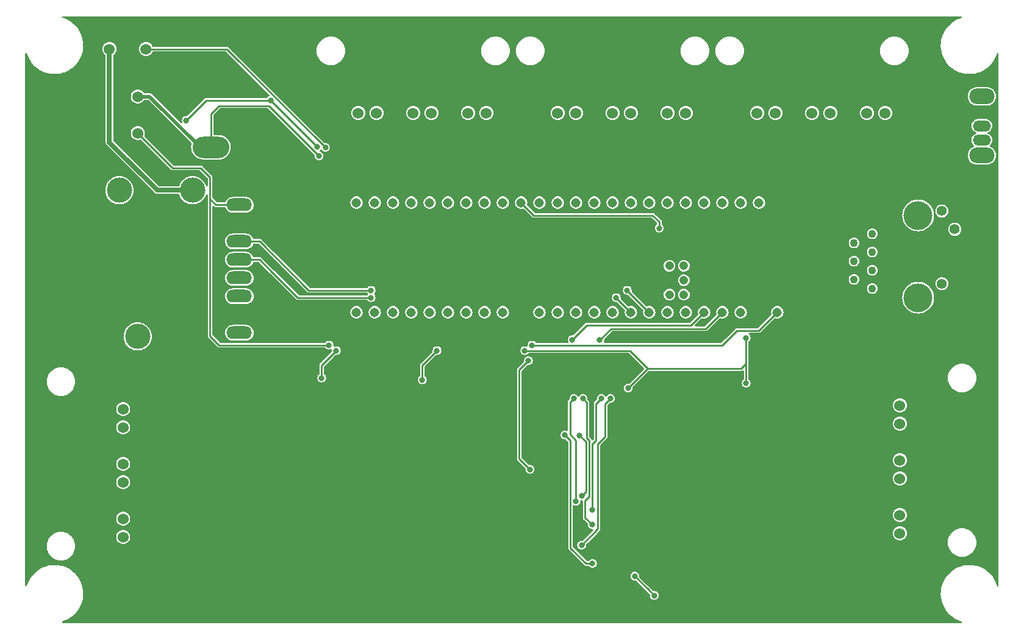
<source format=gbr>
%TF.GenerationSoftware,KiCad,Pcbnew,7.0.7*%
%TF.CreationDate,2024-03-26T15:37:16-05:00*%
%TF.ProjectId,CoreBoard,436f7265-426f-4617-9264-2e6b69636164,rev?*%
%TF.SameCoordinates,Original*%
%TF.FileFunction,Copper,L2,Bot*%
%TF.FilePolarity,Positive*%
%FSLAX46Y46*%
G04 Gerber Fmt 4.6, Leading zero omitted, Abs format (unit mm)*
G04 Created by KiCad (PCBNEW 7.0.7) date 2024-03-26 15:37:16*
%MOMM*%
%LPD*%
G01*
G04 APERTURE LIST*
%TA.AperFunction,ComponentPad*%
%ADD10C,1.524000*%
%TD*%
%TA.AperFunction,ComponentPad*%
%ADD11O,3.500000X2.200000*%
%TD*%
%TA.AperFunction,ComponentPad*%
%ADD12R,2.500000X1.500000*%
%TD*%
%TA.AperFunction,ComponentPad*%
%ADD13O,2.500000X1.500000*%
%TD*%
%TA.AperFunction,ComponentPad*%
%ADD14C,1.308000*%
%TD*%
%TA.AperFunction,ComponentPad*%
%ADD15C,1.208000*%
%TD*%
%TA.AperFunction,ComponentPad*%
%ADD16O,3.556000X1.778000*%
%TD*%
%TA.AperFunction,ComponentPad*%
%ADD17C,1.100000*%
%TD*%
%TA.AperFunction,ComponentPad*%
%ADD18C,1.400000*%
%TD*%
%TA.AperFunction,ComponentPad*%
%ADD19C,4.000000*%
%TD*%
%TA.AperFunction,ComponentPad*%
%ADD20C,2.000000*%
%TD*%
%TA.AperFunction,ComponentPad*%
%ADD21O,5.100000X3.000000*%
%TD*%
%TA.AperFunction,ComponentPad*%
%ADD22C,3.500000*%
%TD*%
%TA.AperFunction,ViaPad*%
%ADD23C,0.800000*%
%TD*%
%TA.AperFunction,Conductor*%
%ADD24C,0.508000*%
%TD*%
%TA.AperFunction,Conductor*%
%ADD25C,0.254000*%
%TD*%
%TA.AperFunction,Conductor*%
%ADD26C,0.250000*%
%TD*%
%TA.AperFunction,Conductor*%
%ADD27C,0.635000*%
%TD*%
G04 APERTURE END LIST*
D10*
%TO.P,Conn2,1*%
%TO.N,BL_TX*%
X78359000Y-114808000D03*
%TO.P,Conn2,2*%
%TO.N,BL_RX*%
X78359000Y-112268000D03*
%TO.P,Conn2,3*%
%TO.N,GND*%
X78359000Y-109728000D03*
%TO.P,Conn2,4*%
%TO.N,ML_TX*%
X78359000Y-107188000D03*
%TO.P,Conn2,5*%
%TO.N,ML_RX*%
X78359000Y-104648000D03*
%TO.P,Conn2,6*%
%TO.N,GND*%
X78359000Y-102108000D03*
%TO.P,Conn2,7*%
%TO.N,FL_TX*%
X78359000Y-99568000D03*
%TO.P,Conn2,8*%
%TO.N,FL_RX*%
X78359000Y-97028000D03*
%TO.P,Conn2,9*%
%TO.N,GND*%
X78359000Y-94488000D03*
%TD*%
%TO.P,U7,1,Vi*%
%TO.N,PV*%
X80391000Y-53594000D03*
%TO.P,U7,2,GND*%
%TO.N,GND*%
X80391000Y-56134000D03*
%TO.P,U7,3,Vo*%
%TO.N,+5V*%
X80391000Y-58674000D03*
%TD*%
D11*
%TO.P,SW16,*%
%TO.N,*%
X197568500Y-53558000D03*
X197568500Y-61758000D03*
D12*
%TO.P,SW16,1,A*%
%TO.N,GND*%
X197568500Y-55658000D03*
D13*
%TO.P,SW16,2,B*%
%TO.N,ReverseSW*%
X197568500Y-57658000D03*
%TO.P,SW16,3,C*%
%TO.N,+3V3*%
X197568500Y-59658000D03*
%TD*%
D10*
%TO.P,Conn5,1*%
%TO.N,GND*%
X136144000Y-55880000D03*
%TO.P,Conn5,2*%
%TO.N,+5V*%
X138684000Y-55880000D03*
%TO.P,Conn5,3*%
%TO.N,ServoPWM6*%
X141224000Y-55880000D03*
%TO.P,Conn5,4*%
%TO.N,GND*%
X143764000Y-55880000D03*
%TO.P,Conn5,5*%
%TO.N,+5V*%
X146304000Y-55880000D03*
%TO.P,Conn5,6*%
%TO.N,ServoPWM5*%
X148844000Y-55880000D03*
%TO.P,Conn5,7*%
%TO.N,GND*%
X151384000Y-55880000D03*
%TO.P,Conn5,8*%
%TO.N,+5V*%
X153924000Y-55880000D03*
%TO.P,Conn5,9*%
%TO.N,ServoPWM4*%
X156464000Y-55880000D03*
%TD*%
%TO.P,Conn4,1*%
%TO.N,GND*%
X163830000Y-55880000D03*
%TO.P,Conn4,2*%
%TO.N,+5V*%
X166370000Y-55880000D03*
%TO.P,Conn4,3*%
%TO.N,ServoPWM3*%
X168910000Y-55880000D03*
%TO.P,Conn4,4*%
%TO.N,GND*%
X171450000Y-55880000D03*
%TO.P,Conn4,5*%
%TO.N,+5V*%
X173990000Y-55880000D03*
%TO.P,Conn4,6*%
%TO.N,ServoPWM2*%
X176530000Y-55880000D03*
%TO.P,Conn4,7*%
%TO.N,GND*%
X179070000Y-55880000D03*
%TO.P,Conn4,8*%
%TO.N,+5V*%
X181610000Y-55880000D03*
%TO.P,Conn4,9*%
%TO.N,ServoPWM1*%
X184150000Y-55880000D03*
%TD*%
D14*
%TO.P,U1,0,RX1*%
%TO.N,ServoPWM1*%
X166624000Y-68326000D03*
%TO.P,U1,1,TX1*%
%TO.N,ServoPWM2*%
X164084000Y-68326000D03*
%TO.P,U1,2,OUT2*%
%TO.N,ServoPWM3*%
X161544000Y-68326000D03*
%TO.P,U1,3,LRCLK2*%
%TO.N,ServoPWM4*%
X159004000Y-68326000D03*
%TO.P,U1,3.3V_1,3.3V*%
%TO.N,+3V3*%
X133604000Y-68326000D03*
%TO.P,U1,3.3V_2,3.3V*%
X164084000Y-83566000D03*
%TO.P,U1,4,BCLK2*%
%TO.N,ServoPWM5*%
X156464000Y-68326000D03*
%TO.P,U1,5,IN2*%
%TO.N,ServoPWM6*%
X153924000Y-68326000D03*
%TO.P,U1,6,OUT1D*%
%TO.N,ServoPWM7*%
X151384000Y-68326000D03*
%TO.P,U1,7,RX2*%
%TO.N,ServoPWM8*%
X148844000Y-68326000D03*
%TO.P,U1,8,TX2*%
%TO.N,ServoPWM9*%
X146304000Y-68326000D03*
%TO.P,U1,9,OUT1C*%
%TO.N,unconnected-(U1-OUT1C-Pad9)*%
X143764000Y-68326000D03*
%TO.P,U1,10,CS1*%
%TO.N,unconnected-(U1-CS1-Pad10)*%
X141224000Y-68326000D03*
%TO.P,U1,11,MOSI*%
%TO.N,NeoPixels*%
X138684000Y-68326000D03*
%TO.P,U1,12,MISO*%
%TO.N,unconnected-(U1-MISO-Pad12)*%
X136144000Y-68326000D03*
%TO.P,U1,13,SCK*%
%TO.N,unconnected-(U1-SCK-Pad13)*%
X136144000Y-83566000D03*
%TO.P,U1,14,A0*%
%TO.N,BR_TX*%
X138684000Y-83566000D03*
%TO.P,U1,15,A1*%
%TO.N,BR_RX*%
X141224000Y-83566000D03*
%TO.P,U1,16,A2*%
%TO.N,MR_RX*%
X143764000Y-83566000D03*
%TO.P,U1,17,A3*%
%TO.N,MR_TX*%
X146304000Y-83566000D03*
%TO.P,U1,18,A4*%
%TO.N,AccSDA*%
X148844000Y-83566000D03*
%TO.P,U1,19,A5*%
%TO.N,AccSCL*%
X151384000Y-83566000D03*
%TO.P,U1,20,A6*%
%TO.N,FR_TX*%
X153924000Y-83566000D03*
%TO.P,U1,21,A7*%
%TO.N,FR_RX*%
X156464000Y-83566000D03*
%TO.P,U1,22,A8*%
%TO.N,Out1*%
X159004000Y-83566000D03*
%TO.P,U1,23,A9*%
%TO.N,Out0*%
X161544000Y-83566000D03*
%TO.P,U1,24,A10*%
%TO.N,ML_TX*%
X131064000Y-68326000D03*
%TO.P,U1,25,A11*%
%TO.N,ML_RX*%
X128524000Y-68326000D03*
%TO.P,U1,26,A12*%
%TO.N,unconnected-(U1-A12-Pad26)*%
X125984000Y-68326000D03*
%TO.P,U1,27,A13*%
%TO.N,ReverseSW*%
X123444000Y-68326000D03*
%TO.P,U1,28,RX7*%
%TO.N,FL_RX*%
X120904000Y-68326000D03*
%TO.P,U1,29,TX7*%
%TO.N,FL_TX*%
X118364000Y-68326000D03*
%TO.P,U1,30,CRX3*%
%TO.N,unconnected-(U1-CRX3-Pad30)*%
X115824000Y-68326000D03*
%TO.P,U1,31,CTX3*%
%TO.N,unconnected-(U1-CTX3-Pad31)*%
X113284000Y-68326000D03*
%TO.P,U1,32,OUT1B*%
%TO.N,unconnected-(U1-OUT1B-Pad32)*%
X110744000Y-68326000D03*
%TO.P,U1,33,MCLK2*%
%TO.N,Out3*%
X110744000Y-83566000D03*
%TO.P,U1,34,RX8*%
%TO.N,BL_RX*%
X113284000Y-83566000D03*
%TO.P,U1,35,TX8*%
%TO.N,BL_TX*%
X115824000Y-83566000D03*
%TO.P,U1,36,CS2*%
%TO.N,unconnected-(U1-CS2-Pad36)*%
X118364000Y-83566000D03*
%TO.P,U1,37,CS3*%
%TO.N,unconnected-(U1-CS3-Pad37)*%
X120904000Y-83566000D03*
%TO.P,U1,38,A14*%
%TO.N,unconnected-(U1-A14-Pad38)*%
X123444000Y-83566000D03*
%TO.P,U1,39,A15*%
%TO.N,unconnected-(U1-A15-Pad39)*%
X125984000Y-83566000D03*
%TO.P,U1,40,A16*%
%TO.N,unconnected-(U1-A16-Pad40)*%
X128524000Y-83566000D03*
%TO.P,U1,41,A17*%
%TO.N,Out2*%
X131064000Y-83566000D03*
%TO.P,U1,GND1,GND*%
%TO.N,GND*%
X169164000Y-68326000D03*
%TO.P,U1,GND2,GND*%
X133604000Y-83566000D03*
%TO.P,U1,GND3,GND*%
X166624000Y-83566000D03*
D15*
%TO.P,U1,GND5,GND*%
X154194000Y-79116000D03*
%TO.P,U1,LED,LED*%
%TO.N,Net-(J1-Pad10)*%
X156194000Y-79116000D03*
%TO.P,U1,R+,R+*%
%TO.N,Net-(J1-Pad4)*%
X156194000Y-81116000D03*
%TO.P,U1,R-,R-*%
%TO.N,Net-(J1-Pad6)*%
X154194000Y-81116000D03*
%TO.P,U1,T+,T+*%
%TO.N,Net-(J1-Pad1)*%
X154194000Y-77116000D03*
%TO.P,U1,T-,T-*%
%TO.N,Net-(J1-Pad3)*%
X156194000Y-77116000D03*
D14*
%TO.P,U1,VIN,VIN*%
%TO.N,+5V*%
X169164000Y-83566000D03*
%TD*%
D10*
%TO.P,Conn7,1*%
%TO.N,Net-(U3-Vout+)*%
X76454000Y-46990000D03*
%TO.P,Conn7,2*%
%TO.N,GND*%
X78994000Y-46990000D03*
%TO.P,Conn7,3*%
%TO.N,NeoPixels*%
X81534000Y-46990000D03*
%TD*%
D16*
%TO.P,U2,ADO,ADO*%
%TO.N,GND*%
X94488000Y-83883500D03*
%TO.P,U2,GND,GND*%
X94488000Y-71183500D03*
%TO.P,U2,INT,INT*%
%TO.N,unconnected-(U2-PadINT)*%
X94488000Y-86423500D03*
%TO.P,U2,SCL,SCL*%
%TO.N,AccSCL*%
X94488000Y-73723500D03*
%TO.P,U2,SDA,SDA*%
%TO.N,AccSDA*%
X94488000Y-76263500D03*
%TO.P,U2,VCC,VCC*%
%TO.N,+5V*%
X94488000Y-68643500D03*
%TO.P,U2,XCL,XCL*%
%TO.N,unconnected-(U2-PadXCL)*%
X94488000Y-81343500D03*
%TO.P,U2,XDA,XDA*%
%TO.N,unconnected-(U2-PadXDA)*%
X94488000Y-78803500D03*
%TD*%
D17*
%TO.P,J1,1*%
%TO.N,Net-(J1-Pad1)*%
X182372000Y-80264000D03*
%TO.P,J1,2*%
%TO.N,Net-(C1-Pad2)*%
X179832000Y-78994000D03*
%TO.P,J1,3*%
%TO.N,Net-(J1-Pad3)*%
X182372000Y-77724000D03*
%TO.P,J1,4*%
%TO.N,Net-(J1-Pad4)*%
X179832000Y-76454000D03*
%TO.P,J1,5*%
%TO.N,Net-(C1-Pad2)*%
X182372000Y-75184000D03*
%TO.P,J1,6*%
%TO.N,Net-(J1-Pad6)*%
X179832000Y-73914000D03*
%TO.P,J1,7*%
%TO.N,unconnected-(J1-Pad7)*%
X182372000Y-72644000D03*
%TO.P,J1,8*%
%TO.N,GND*%
X179832000Y-71374000D03*
D18*
%TO.P,J1,9*%
X193802000Y-82144000D03*
%TO.P,J1,10*%
%TO.N,Net-(J1-Pad10)*%
X192012000Y-79604000D03*
%TO.P,J1,11*%
%TO.N,unconnected-(J1-Pad11)*%
X193802000Y-72034000D03*
%TO.P,J1,12*%
%TO.N,unconnected-(J1-Pad12)*%
X192012000Y-69494000D03*
D19*
%TO.P,J1,13*%
%TO.N,N/C*%
X188722000Y-81534000D03*
%TO.P,J1,14*%
X188722000Y-70104000D03*
D20*
%TO.P,J1,SH*%
%TO.N,GND*%
X185672000Y-83694000D03*
X185672000Y-67944000D03*
%TD*%
D21*
%TO.P,Conn1,1,GND*%
%TO.N,GND*%
X98425000Y-60641200D03*
%TO.P,Conn1,4,PV+*%
%TO.N,PV*%
X90551000Y-60641200D03*
%TD*%
D10*
%TO.P,Conn6,1*%
%TO.N,GND*%
X108458000Y-55880000D03*
%TO.P,Conn6,2*%
%TO.N,+5V*%
X110998000Y-55880000D03*
%TO.P,Conn6,3*%
%TO.N,ServoPWM9*%
X113538000Y-55880000D03*
%TO.P,Conn6,4*%
%TO.N,GND*%
X116078000Y-55880000D03*
%TO.P,Conn6,5*%
%TO.N,+5V*%
X118618000Y-55880000D03*
%TO.P,Conn6,6*%
%TO.N,ServoPWM8*%
X121158000Y-55880000D03*
%TO.P,Conn6,7*%
%TO.N,GND*%
X123698000Y-55880000D03*
%TO.P,Conn6,8*%
%TO.N,+5V*%
X126238000Y-55880000D03*
%TO.P,Conn6,9*%
%TO.N,ServoPWM7*%
X128778000Y-55880000D03*
%TD*%
%TO.P,Conn3,1*%
%TO.N,GND*%
X186182000Y-93980000D03*
%TO.P,Conn3,2*%
%TO.N,FR_RX*%
X186182000Y-96520000D03*
%TO.P,Conn3,3*%
%TO.N,FR_TX*%
X186182000Y-99060000D03*
%TO.P,Conn3,4*%
%TO.N,GND*%
X186182000Y-101600000D03*
%TO.P,Conn3,5*%
%TO.N,MR_RX*%
X186182000Y-104140000D03*
%TO.P,Conn3,6*%
%TO.N,MR_TX*%
X186182000Y-106680000D03*
%TO.P,Conn3,7*%
%TO.N,GND*%
X186182000Y-109220000D03*
%TO.P,Conn3,8*%
%TO.N,BR_RX*%
X186182000Y-111760000D03*
%TO.P,Conn3,9*%
%TO.N,BR_TX*%
X186182000Y-114300000D03*
%TD*%
D22*
%TO.P,U3,1,Vin+*%
%TO.N,PV*%
X80378000Y-86935800D03*
%TO.P,U3,2,Vin-*%
%TO.N,GND*%
X75298000Y-86935800D03*
%TO.P,U3,3,On/OFF*%
X67678000Y-86935800D03*
%TO.P,U3,4,Vout-*%
X67678000Y-66615800D03*
%TO.P,U3,5,TRIM*%
%TO.N,unconnected-(U3-TRIM-Pad5)*%
X77838000Y-66615800D03*
%TO.P,U3,6,Vout+*%
%TO.N,Net-(U3-Vout+)*%
X87998000Y-66615800D03*
%TD*%
D23*
%TO.N,GND*%
X113538000Y-72644000D03*
X111506000Y-62738000D03*
X152654000Y-114808000D03*
X102616000Y-103886000D03*
X177033701Y-93730299D03*
X152654000Y-93726000D03*
X130810000Y-93218000D03*
X98552000Y-65786000D03*
X171450000Y-68326000D03*
X191262000Y-59690000D03*
X133604000Y-79502000D03*
X84328000Y-53594000D03*
X177038000Y-104394000D03*
X120650000Y-62738000D03*
X70866000Y-69850000D03*
X130810000Y-103632000D03*
X148082000Y-113792000D03*
X116840000Y-103886000D03*
X177038000Y-114808000D03*
X130810000Y-114300000D03*
X138430000Y-94488000D03*
X84074000Y-69596000D03*
X130048000Y-62738000D03*
X154432000Y-74422000D03*
X136398000Y-113792000D03*
X116840000Y-93472000D03*
X116840000Y-114300000D03*
X102616000Y-114554000D03*
X167894000Y-82296000D03*
X102616000Y-93472000D03*
X152654000Y-104394000D03*
%TO.N,PV*%
X105557359Y-61849000D03*
%TO.N,+5V*%
X106934000Y-88138000D03*
X105301367Y-60565580D03*
X135128000Y-88138000D03*
X87122000Y-56896000D03*
X98837787Y-54102000D03*
%TO.N,NeoPixels*%
X106431714Y-60668500D03*
%TO.N,+3V3*%
X148463000Y-94107000D03*
X107950000Y-88900000D03*
X119888000Y-92964000D03*
X149375607Y-120232607D03*
X121920000Y-88900000D03*
X164846000Y-87122000D03*
X134112000Y-88900000D03*
X152781000Y-71882000D03*
X105918000Y-92710000D03*
X152079000Y-122936000D03*
X164846000Y-93434500D03*
%TO.N,Out3*%
X134854500Y-105410000D03*
X134620000Y-90297000D03*
%TO.N,Out1*%
X140716000Y-87376000D03*
%TO.N,Out0*%
X144526000Y-87413500D03*
%TO.N,Net-(U4-S2)*%
X139649200Y-100634055D03*
X143510000Y-118491000D03*
%TO.N,Net-(U4-S1)*%
X142189200Y-95554800D03*
X143474500Y-113090224D03*
%TO.N,Net-(U4-S0)*%
X141998036Y-115951000D03*
X145999200Y-95554800D03*
%TO.N,Net-(U5-S2)*%
X142021500Y-109093000D03*
X141732000Y-100716714D03*
%TO.N,Net-(U5-S1)*%
X141224000Y-109819500D03*
X140919200Y-95554800D03*
%TO.N,Net-(U5-S0)*%
X143474500Y-110998000D03*
X144729200Y-95554800D03*
%TO.N,AccSDA*%
X146812000Y-81534000D03*
X112776000Y-81534000D03*
%TO.N,AccSCL*%
X112776000Y-80518000D03*
X148336000Y-80518000D03*
%TD*%
D24*
%TO.N,PV*%
X89089200Y-60641200D02*
X90551000Y-60641200D01*
D25*
X91694000Y-54864000D02*
X90551000Y-56007000D01*
X105527978Y-61819619D02*
X105527978Y-61819519D01*
D24*
X82042000Y-53594000D02*
X89089200Y-60641200D01*
D25*
X98572459Y-54864000D02*
X98572459Y-54864100D01*
X90551000Y-56007000D02*
X90551000Y-60641200D01*
D24*
X80391000Y-53594000D02*
X82042000Y-53594000D01*
D25*
X98572459Y-54864000D02*
X91694000Y-54864000D01*
X98572459Y-54864100D02*
X105557359Y-61849000D01*
D26*
%TO.N,+5V*%
X161544000Y-88138000D02*
X162179000Y-87503000D01*
X169164000Y-83566000D02*
X166624000Y-86106000D01*
D25*
X85217000Y-63500000D02*
X89154000Y-63500000D01*
X90424000Y-67818000D02*
X91249500Y-68643500D01*
X90424000Y-67056000D02*
X90424000Y-86614000D01*
X98837787Y-54102000D02*
X89916000Y-54102000D01*
X89154000Y-63500000D02*
X90424000Y-64770000D01*
D26*
X135128000Y-88138000D02*
X161544000Y-88138000D01*
X91694000Y-88138000D02*
X90424000Y-86868000D01*
D25*
X90424000Y-64770000D02*
X90424000Y-67056000D01*
D26*
X166624000Y-86106000D02*
X163576000Y-86106000D01*
D25*
X90424000Y-67056000D02*
X90424000Y-67818000D01*
X80391000Y-58674000D02*
X85217000Y-63500000D01*
X89916000Y-54102000D02*
X87122000Y-56896000D01*
D26*
X163576000Y-86106000D02*
X162179000Y-87503000D01*
D25*
X105301367Y-60565580D02*
X98837787Y-54102000D01*
X91249500Y-68643500D02*
X94488000Y-68643500D01*
D26*
X106934000Y-88138000D02*
X91694000Y-88138000D01*
X90424000Y-86868000D02*
X90424000Y-86614000D01*
D25*
%TO.N,NeoPixels*%
X92202000Y-46990000D02*
X81534000Y-46990000D01*
X92753214Y-46990000D02*
X106431714Y-60668500D01*
X92202000Y-46990000D02*
X92753214Y-46990000D01*
D26*
%TO.N,+3V3*%
X135382000Y-70104000D02*
X133604000Y-68326000D01*
X107442000Y-89408000D02*
X107950000Y-88900000D01*
X151223500Y-122080500D02*
X152079000Y-122936000D01*
X107442000Y-89408000D02*
X107315000Y-89535000D01*
D25*
X164846000Y-90424000D02*
X164846000Y-90678000D01*
D26*
X148742400Y-88900000D02*
X138430000Y-88900000D01*
X151223500Y-122080500D02*
X151317000Y-122174000D01*
D25*
X151206200Y-91363800D02*
X148463000Y-94107000D01*
X164846000Y-90678000D02*
X164160200Y-91363800D01*
D26*
X152781000Y-71882000D02*
X152781000Y-70993000D01*
X151206200Y-91363800D02*
X148742400Y-88900000D01*
X149375607Y-120232607D02*
X151223500Y-122080500D01*
X152781000Y-70993000D02*
X151892000Y-70104000D01*
X119888000Y-92964000D02*
X119888000Y-90932000D01*
X164846000Y-90424000D02*
X164846000Y-88773000D01*
X121412000Y-89408000D02*
X121920000Y-88900000D01*
X119888000Y-90932000D02*
X121412000Y-89408000D01*
X138430000Y-88900000D02*
X134112000Y-88900000D01*
D25*
X164160200Y-91363800D02*
X151206200Y-91363800D01*
D26*
X164846000Y-93434500D02*
X164846000Y-90424000D01*
X105918000Y-92710000D02*
X105918000Y-90932000D01*
X164846000Y-87122000D02*
X164846000Y-88773000D01*
X151892000Y-70104000D02*
X135382000Y-70104000D01*
X105918000Y-90932000D02*
X107315000Y-89535000D01*
D25*
%TO.N,Out3*%
X133350000Y-91567000D02*
X134620000Y-90297000D01*
X134854500Y-105410000D02*
X133350000Y-103905500D01*
X133350000Y-103905500D02*
X133350000Y-91567000D01*
D26*
%TO.N,Out1*%
X157226000Y-85344000D02*
X159004000Y-83566000D01*
X140716000Y-87376000D02*
X142748000Y-85344000D01*
X142748000Y-85344000D02*
X157226000Y-85344000D01*
%TO.N,Out0*%
X161544000Y-83566000D02*
X159258000Y-85852000D01*
X146087500Y-85852000D02*
X144526000Y-87413500D01*
X159258000Y-85852000D02*
X146087500Y-85852000D01*
D25*
%TO.N,Net-(U4-S2)*%
X142621000Y-118491000D02*
X143510000Y-118491000D01*
X140462000Y-116332000D02*
X142621000Y-118491000D01*
X139670354Y-100634055D02*
X140462000Y-101425701D01*
X140462000Y-101425701D02*
X140462000Y-116332000D01*
%TO.N,Net-(U4-S1)*%
X143056000Y-109166000D02*
X143056000Y-101346000D01*
X142494000Y-109728000D02*
X143056000Y-109166000D01*
X142494000Y-112109724D02*
X142494000Y-109728000D01*
X142748000Y-101038000D02*
X142748000Y-96113600D01*
X143056000Y-101346000D02*
X142748000Y-101038000D01*
X142748000Y-96113600D02*
X142189200Y-95554800D01*
X143474500Y-113090224D02*
X142494000Y-112109724D01*
%TO.N,Net-(U4-S0)*%
X145288000Y-100838000D02*
X144272000Y-101854000D01*
X144272000Y-113677036D02*
X141998036Y-115951000D01*
X144272000Y-101854000D02*
X144272000Y-113677036D01*
X145999200Y-95554800D02*
X145288000Y-96266000D01*
X145288000Y-96266000D02*
X145288000Y-100838000D01*
%TO.N,Net-(U5-S2)*%
X142602000Y-108512500D02*
X142021500Y-109093000D01*
X141732000Y-100716714D02*
X142602000Y-101586714D01*
X142602000Y-101586714D02*
X142602000Y-108512500D01*
%TO.N,Net-(U5-S1)*%
X140385800Y-100507800D02*
X140385800Y-96088200D01*
X141224000Y-101346000D02*
X140385800Y-100507800D01*
X140385800Y-96088200D02*
X140919200Y-95554800D01*
X141224000Y-109819500D02*
X141224000Y-101346000D01*
%TO.N,Net-(U5-S0)*%
X143510000Y-101854000D02*
X143510000Y-109354053D01*
X143474500Y-109389553D02*
X143474500Y-110998000D01*
X144018000Y-101346000D02*
X143510000Y-101854000D01*
X143510000Y-109354053D02*
X143474500Y-109389553D01*
X144018000Y-96266000D02*
X144018000Y-101346000D01*
X144018000Y-96266000D02*
X144729200Y-95554800D01*
D27*
%TO.N,Net-(U3-Vout+)*%
X83125800Y-66615800D02*
X76454000Y-59944000D01*
X87998000Y-66615800D02*
X83125800Y-66615800D01*
X76454000Y-59944000D02*
X76454000Y-46990000D01*
D26*
%TO.N,AccSDA*%
X94488000Y-76263500D02*
X97345500Y-76263500D01*
X102616000Y-81534000D02*
X111506000Y-81534000D01*
X148844000Y-83566000D02*
X146812000Y-81534000D01*
X99060000Y-77978000D02*
X102616000Y-81534000D01*
X111506000Y-81534000D02*
X112776000Y-81534000D01*
X97345500Y-76263500D02*
X99060000Y-77978000D01*
%TO.N,AccSCL*%
X94488000Y-73723500D02*
X97345500Y-73723500D01*
X151384000Y-83566000D02*
X148336000Y-80518000D01*
X97345500Y-73723500D02*
X104140000Y-80518000D01*
X104140000Y-80518000D02*
X112776000Y-80518000D01*
%TD*%
%TA.AperFunction,Conductor*%
%TO.N,GND*%
G36*
X194751364Y-42438502D02*
G01*
X194797857Y-42492158D01*
X194807961Y-42562432D01*
X194778467Y-42627012D01*
X194718741Y-42665396D01*
X194714369Y-42666594D01*
X194675697Y-42676441D01*
X194661273Y-42680114D01*
X194661252Y-42680121D01*
X194288578Y-42815762D01*
X194288551Y-42815773D01*
X193931202Y-42987864D01*
X193931201Y-42987864D01*
X193592747Y-43194689D01*
X193276567Y-43434187D01*
X192985823Y-43703959D01*
X192985821Y-43703961D01*
X192723372Y-44001351D01*
X192723364Y-44001360D01*
X192593099Y-44182549D01*
X192491834Y-44323400D01*
X192491831Y-44323404D01*
X192491831Y-44323405D01*
X192293521Y-44666888D01*
X192293515Y-44666898D01*
X192130384Y-45028435D01*
X192130381Y-45028442D01*
X192004060Y-45404416D01*
X192004057Y-45404425D01*
X191915800Y-45791106D01*
X191915799Y-45791117D01*
X191866478Y-46184675D01*
X191856591Y-46581190D01*
X191886230Y-46976714D01*
X191886230Y-46976719D01*
X191886231Y-46976720D01*
X191953834Y-47360115D01*
X191955108Y-47367335D01*
X192062532Y-47749145D01*
X192207436Y-48118355D01*
X192207439Y-48118361D01*
X192207441Y-48118366D01*
X192388391Y-48471323D01*
X192562436Y-48740797D01*
X192603587Y-48804510D01*
X192795823Y-49045568D01*
X192850886Y-49114614D01*
X193127833Y-49398554D01*
X193431676Y-49653508D01*
X193759394Y-49876942D01*
X194107730Y-50066636D01*
X194301311Y-50148237D01*
X194473221Y-50220703D01*
X194473225Y-50220705D01*
X194572828Y-50251428D01*
X194852240Y-50337615D01*
X195241014Y-50416208D01*
X195635681Y-50455700D01*
X195635686Y-50455700D01*
X195933108Y-50455700D01*
X196230135Y-50440876D01*
X196230139Y-50440875D01*
X196230145Y-50440875D01*
X196622353Y-50381759D01*
X197006726Y-50283886D01*
X197220642Y-50206027D01*
X197379421Y-50148237D01*
X197379427Y-50148234D01*
X197379445Y-50148228D01*
X197736803Y-49976133D01*
X198075251Y-49769312D01*
X198391424Y-49529820D01*
X198682181Y-49260037D01*
X198944631Y-48962645D01*
X199176166Y-48640600D01*
X199374485Y-48297101D01*
X199537617Y-47935563D01*
X199652060Y-47594938D01*
X199692717Y-47536735D01*
X199758386Y-47509751D01*
X199828219Y-47522555D01*
X199880044Y-47571080D01*
X199897500Y-47635067D01*
X199897500Y-121539750D01*
X199877498Y-121607871D01*
X199823842Y-121654364D01*
X199753568Y-121664468D01*
X199688988Y-121634974D01*
X199650604Y-121575248D01*
X199650209Y-121573876D01*
X199605467Y-121414854D01*
X199460563Y-121045644D01*
X199460562Y-121045643D01*
X199460559Y-121045634D01*
X199279609Y-120692677D01*
X199064414Y-120359491D01*
X198817114Y-120049386D01*
X198540167Y-119765446D01*
X198236324Y-119510492D01*
X197908606Y-119287058D01*
X197908597Y-119287053D01*
X197560275Y-119097366D01*
X197194778Y-118943296D01*
X197194774Y-118943294D01*
X196855042Y-118838502D01*
X196815760Y-118826385D01*
X196426986Y-118747792D01*
X196426985Y-118747791D01*
X196426981Y-118747791D01*
X196032325Y-118708300D01*
X196032319Y-118708300D01*
X195734899Y-118708300D01*
X195734892Y-118708300D01*
X195437864Y-118723123D01*
X195195321Y-118759681D01*
X195045647Y-118782241D01*
X195045643Y-118782241D01*
X195045643Y-118782242D01*
X194661273Y-118880114D01*
X194661252Y-118880121D01*
X194288578Y-119015762D01*
X194288551Y-119015773D01*
X193931202Y-119187864D01*
X193931201Y-119187864D01*
X193592747Y-119394689D01*
X193276567Y-119634187D01*
X193093203Y-119804325D01*
X192985819Y-119903963D01*
X192963048Y-119929766D01*
X192723372Y-120201351D01*
X192723364Y-120201360D01*
X192608554Y-120361052D01*
X192491834Y-120523400D01*
X192491831Y-120523404D01*
X192491831Y-120523405D01*
X192293521Y-120866888D01*
X192293515Y-120866898D01*
X192130384Y-121228435D01*
X192130381Y-121228442D01*
X192004060Y-121604416D01*
X192004057Y-121604425D01*
X191915800Y-121991106D01*
X191915799Y-121991117D01*
X191866478Y-122384675D01*
X191856591Y-122781190D01*
X191886230Y-123176714D01*
X191886230Y-123176719D01*
X191886231Y-123176720D01*
X191950584Y-123541682D01*
X191955108Y-123567335D01*
X192062532Y-123949145D01*
X192207436Y-124318355D01*
X192207439Y-124318361D01*
X192207441Y-124318366D01*
X192388391Y-124671323D01*
X192485164Y-124821157D01*
X192603587Y-125004510D01*
X192801462Y-125252639D01*
X192850886Y-125314614D01*
X193127833Y-125598554D01*
X193431676Y-125853508D01*
X193759394Y-126076942D01*
X193847491Y-126124917D01*
X194052631Y-126236631D01*
X194107730Y-126266636D01*
X194433957Y-126404152D01*
X194473221Y-126420703D01*
X194473225Y-126420705D01*
X194727371Y-126499098D01*
X194786570Y-126538290D01*
X194815182Y-126603266D01*
X194804123Y-126673396D01*
X194756905Y-126726414D01*
X194690232Y-126745500D01*
X69984757Y-126745500D01*
X69916636Y-126725498D01*
X69870143Y-126671842D01*
X69860039Y-126601568D01*
X69889533Y-126536988D01*
X69949259Y-126498604D01*
X69953630Y-126497405D01*
X70006726Y-126483886D01*
X70244249Y-126397435D01*
X70379421Y-126348237D01*
X70379427Y-126348234D01*
X70379445Y-126348228D01*
X70736803Y-126176133D01*
X71075251Y-125969312D01*
X71391424Y-125729820D01*
X71682181Y-125460037D01*
X71944631Y-125162645D01*
X72176166Y-124840600D01*
X72374485Y-124497101D01*
X72537617Y-124135563D01*
X72663941Y-123759578D01*
X72752201Y-123372885D01*
X72801521Y-122979325D01*
X72811409Y-122582810D01*
X72781769Y-122187280D01*
X72712893Y-121796668D01*
X72605467Y-121414854D01*
X72460559Y-121045634D01*
X72279609Y-120692677D01*
X72064414Y-120359491D01*
X71963228Y-120232607D01*
X148769925Y-120232607D01*
X148790562Y-120389367D01*
X148846083Y-120523405D01*
X148851071Y-120535448D01*
X148947325Y-120660889D01*
X149072766Y-120757143D01*
X149218845Y-120817651D01*
X149375607Y-120838289D01*
X149442448Y-120829488D01*
X149512594Y-120840426D01*
X149547986Y-120865312D01*
X150673779Y-121991106D01*
X151015641Y-122332968D01*
X151015651Y-122332977D01*
X151265479Y-122582805D01*
X151446290Y-122763616D01*
X151480316Y-122825928D01*
X151482117Y-122869156D01*
X151473318Y-122935997D01*
X151473318Y-122936000D01*
X151493955Y-123092760D01*
X151528733Y-123176720D01*
X151554464Y-123238841D01*
X151650718Y-123364282D01*
X151776159Y-123460536D01*
X151922238Y-123521044D01*
X152079000Y-123541682D01*
X152235762Y-123521044D01*
X152381841Y-123460536D01*
X152507282Y-123364282D01*
X152603536Y-123238841D01*
X152664044Y-123092762D01*
X152684682Y-122936000D01*
X152664044Y-122779238D01*
X152603536Y-122633159D01*
X152507282Y-122507718D01*
X152381841Y-122411464D01*
X152235762Y-122350956D01*
X152235760Y-122350955D01*
X152079000Y-122330318D01*
X152078998Y-122330318D01*
X152012156Y-122339117D01*
X151942007Y-122328177D01*
X151906616Y-122303290D01*
X151790606Y-122187280D01*
X151475977Y-121872651D01*
X151475968Y-121872641D01*
X151132259Y-121528932D01*
X150008313Y-120404987D01*
X149974290Y-120342677D01*
X149972488Y-120299451D01*
X149981289Y-120232607D01*
X149960651Y-120075845D01*
X149900143Y-119929766D01*
X149803889Y-119804325D01*
X149678448Y-119708071D01*
X149532369Y-119647563D01*
X149532367Y-119647562D01*
X149375607Y-119626925D01*
X149218846Y-119647562D01*
X149072767Y-119708070D01*
X149072764Y-119708072D01*
X148947325Y-119804325D01*
X148851072Y-119929764D01*
X148851070Y-119929767D01*
X148790562Y-120075846D01*
X148769925Y-120232606D01*
X148769925Y-120232607D01*
X71963228Y-120232607D01*
X71817114Y-120049386D01*
X71540167Y-119765446D01*
X71236324Y-119510492D01*
X70908606Y-119287058D01*
X70908597Y-119287053D01*
X70560275Y-119097366D01*
X70194778Y-118943296D01*
X70194774Y-118943294D01*
X69855042Y-118838502D01*
X69815760Y-118826385D01*
X69426986Y-118747792D01*
X69426985Y-118747791D01*
X69426981Y-118747791D01*
X69032325Y-118708300D01*
X69032319Y-118708300D01*
X68734899Y-118708300D01*
X68734892Y-118708300D01*
X68437864Y-118723123D01*
X68195321Y-118759681D01*
X68045647Y-118782241D01*
X68045643Y-118782241D01*
X68045643Y-118782242D01*
X67661273Y-118880114D01*
X67661252Y-118880121D01*
X67288578Y-119015762D01*
X67288551Y-119015773D01*
X66931202Y-119187864D01*
X66931201Y-119187864D01*
X66592747Y-119394689D01*
X66276567Y-119634187D01*
X66093203Y-119804325D01*
X65985819Y-119903963D01*
X65963048Y-119929766D01*
X65723372Y-120201351D01*
X65723364Y-120201360D01*
X65608554Y-120361052D01*
X65491834Y-120523400D01*
X65491831Y-120523404D01*
X65491831Y-120523405D01*
X65293521Y-120866888D01*
X65293515Y-120866898D01*
X65130384Y-121228435D01*
X65130381Y-121228442D01*
X65015939Y-121569061D01*
X64975283Y-121627265D01*
X64909614Y-121654248D01*
X64839781Y-121641444D01*
X64787956Y-121592919D01*
X64770500Y-121528932D01*
X64770500Y-116078000D01*
X67742454Y-116078000D01*
X67744583Y-116107762D01*
X67762613Y-116359864D01*
X67809553Y-116575642D01*
X67822680Y-116635984D01*
X67824462Y-116640761D01*
X67921431Y-116900748D01*
X67921433Y-116900752D01*
X68056857Y-117148761D01*
X68226200Y-117374979D01*
X68226208Y-117374988D01*
X68426011Y-117574791D01*
X68426020Y-117574799D01*
X68539768Y-117659948D01*
X68652236Y-117744141D01*
X68900251Y-117879568D01*
X69165016Y-117978320D01*
X69441139Y-118038387D01*
X69652447Y-118053500D01*
X69652453Y-118053500D01*
X69793547Y-118053500D01*
X69793553Y-118053500D01*
X70004861Y-118038387D01*
X70280984Y-117978320D01*
X70545749Y-117879568D01*
X70793764Y-117744141D01*
X71019982Y-117574797D01*
X71219797Y-117374982D01*
X71389141Y-117148764D01*
X71524568Y-116900749D01*
X71623320Y-116635984D01*
X71683387Y-116359861D01*
X71703546Y-116078000D01*
X71683387Y-115796139D01*
X71623320Y-115520016D01*
X71524568Y-115255251D01*
X71490869Y-115193537D01*
X71389142Y-115007238D01*
X71381235Y-114996676D01*
X71239997Y-114808002D01*
X77391843Y-114808002D01*
X77410425Y-114996676D01*
X77410426Y-114996682D01*
X77410427Y-114996683D01*
X77465463Y-115178115D01*
X77554838Y-115345324D01*
X77675117Y-115491883D01*
X77821676Y-115612162D01*
X77988885Y-115701537D01*
X78170317Y-115756573D01*
X78170321Y-115756573D01*
X78170323Y-115756574D01*
X78358997Y-115775157D01*
X78359000Y-115775157D01*
X78359003Y-115775157D01*
X78547676Y-115756574D01*
X78547677Y-115756573D01*
X78547683Y-115756573D01*
X78729115Y-115701537D01*
X78896324Y-115612162D01*
X79042883Y-115491883D01*
X79163162Y-115345324D01*
X79252537Y-115178115D01*
X79307573Y-114996683D01*
X79326157Y-114808000D01*
X79323500Y-114781020D01*
X79307574Y-114619323D01*
X79307573Y-114619321D01*
X79307573Y-114619317D01*
X79252537Y-114437885D01*
X79163162Y-114270676D01*
X79042883Y-114124117D01*
X78896324Y-114003838D01*
X78729115Y-113914463D01*
X78547683Y-113859427D01*
X78547682Y-113859426D01*
X78547676Y-113859425D01*
X78359003Y-113840843D01*
X78358997Y-113840843D01*
X78170323Y-113859425D01*
X77988884Y-113914463D01*
X77821675Y-114003838D01*
X77675117Y-114124117D01*
X77554838Y-114270675D01*
X77465463Y-114437884D01*
X77410425Y-114619323D01*
X77391843Y-114807997D01*
X77391843Y-114808002D01*
X71239997Y-114808002D01*
X71219799Y-114781020D01*
X71219791Y-114781011D01*
X71019988Y-114581208D01*
X71019979Y-114581200D01*
X70793761Y-114411857D01*
X70545752Y-114276433D01*
X70545748Y-114276431D01*
X70411634Y-114226409D01*
X70280984Y-114177680D01*
X70280980Y-114177679D01*
X70280977Y-114177678D01*
X70004863Y-114117613D01*
X70004864Y-114117613D01*
X69934424Y-114112575D01*
X69793553Y-114102500D01*
X69652447Y-114102500D01*
X69529169Y-114111317D01*
X69441135Y-114117613D01*
X69165022Y-114177678D01*
X69165017Y-114177679D01*
X69165016Y-114177680D01*
X69114141Y-114196655D01*
X68900251Y-114276431D01*
X68900247Y-114276433D01*
X68652238Y-114411857D01*
X68426020Y-114581200D01*
X68426011Y-114581208D01*
X68226208Y-114781011D01*
X68226200Y-114781020D01*
X68056857Y-115007238D01*
X67921433Y-115255247D01*
X67921431Y-115255251D01*
X67841655Y-115469141D01*
X67833174Y-115491882D01*
X67822678Y-115520022D01*
X67762613Y-115796135D01*
X67758627Y-115851864D01*
X67742454Y-116078000D01*
X64770500Y-116078000D01*
X64770500Y-112268002D01*
X77391843Y-112268002D01*
X77410425Y-112456676D01*
X77410426Y-112456682D01*
X77410427Y-112456683D01*
X77465463Y-112638115D01*
X77554838Y-112805324D01*
X77675117Y-112951883D01*
X77821676Y-113072162D01*
X77988885Y-113161537D01*
X78170317Y-113216573D01*
X78170321Y-113216573D01*
X78170323Y-113216574D01*
X78358997Y-113235157D01*
X78359000Y-113235157D01*
X78359003Y-113235157D01*
X78547676Y-113216574D01*
X78547677Y-113216573D01*
X78547683Y-113216573D01*
X78729115Y-113161537D01*
X78896324Y-113072162D01*
X79042883Y-112951883D01*
X79163162Y-112805324D01*
X79252537Y-112638115D01*
X79307573Y-112456683D01*
X79308591Y-112446355D01*
X79326157Y-112268002D01*
X79326157Y-112267997D01*
X79307574Y-112079323D01*
X79307573Y-112079321D01*
X79307573Y-112079317D01*
X79252537Y-111897885D01*
X79163162Y-111730676D01*
X79042883Y-111584117D01*
X78896324Y-111463838D01*
X78729115Y-111374463D01*
X78547683Y-111319427D01*
X78547682Y-111319426D01*
X78547676Y-111319425D01*
X78359003Y-111300843D01*
X78358997Y-111300843D01*
X78170323Y-111319425D01*
X77988884Y-111374463D01*
X77821675Y-111463838D01*
X77675117Y-111584117D01*
X77554838Y-111730675D01*
X77465463Y-111897884D01*
X77410425Y-112079323D01*
X77391843Y-112267997D01*
X77391843Y-112268002D01*
X64770500Y-112268002D01*
X64770500Y-107188002D01*
X77391843Y-107188002D01*
X77410425Y-107376676D01*
X77410426Y-107376682D01*
X77410427Y-107376683D01*
X77465463Y-107558115D01*
X77554838Y-107725324D01*
X77675117Y-107871883D01*
X77821676Y-107992162D01*
X77988885Y-108081537D01*
X78170317Y-108136573D01*
X78170321Y-108136573D01*
X78170323Y-108136574D01*
X78358997Y-108155157D01*
X78359000Y-108155157D01*
X78359003Y-108155157D01*
X78547676Y-108136574D01*
X78547677Y-108136573D01*
X78547683Y-108136573D01*
X78729115Y-108081537D01*
X78896324Y-107992162D01*
X79042883Y-107871883D01*
X79163162Y-107725324D01*
X79252537Y-107558115D01*
X79307573Y-107376683D01*
X79326157Y-107188000D01*
X79326157Y-107187997D01*
X79307574Y-106999323D01*
X79307573Y-106999321D01*
X79307573Y-106999317D01*
X79252537Y-106817885D01*
X79163162Y-106650676D01*
X79042883Y-106504117D01*
X78896324Y-106383838D01*
X78729115Y-106294463D01*
X78547683Y-106239427D01*
X78547682Y-106239426D01*
X78547676Y-106239425D01*
X78359003Y-106220843D01*
X78358997Y-106220843D01*
X78170323Y-106239425D01*
X77988884Y-106294463D01*
X77821675Y-106383838D01*
X77675117Y-106504117D01*
X77554838Y-106650675D01*
X77465463Y-106817884D01*
X77410425Y-106999323D01*
X77391843Y-107187997D01*
X77391843Y-107188002D01*
X64770500Y-107188002D01*
X64770500Y-104648002D01*
X77391843Y-104648002D01*
X77410425Y-104836676D01*
X77410426Y-104836682D01*
X77410427Y-104836683D01*
X77465463Y-105018115D01*
X77554838Y-105185324D01*
X77675117Y-105331883D01*
X77821676Y-105452162D01*
X77988885Y-105541537D01*
X78170317Y-105596573D01*
X78170321Y-105596573D01*
X78170323Y-105596574D01*
X78358997Y-105615157D01*
X78359000Y-105615157D01*
X78359003Y-105615157D01*
X78547676Y-105596574D01*
X78547677Y-105596573D01*
X78547683Y-105596573D01*
X78729115Y-105541537D01*
X78896324Y-105452162D01*
X79042883Y-105331883D01*
X79163162Y-105185324D01*
X79252537Y-105018115D01*
X79307573Y-104836683D01*
X79309927Y-104812788D01*
X79326157Y-104648002D01*
X79326157Y-104647997D01*
X79307574Y-104459323D01*
X79307573Y-104459321D01*
X79307573Y-104459317D01*
X79252537Y-104277885D01*
X79163162Y-104110676D01*
X79042883Y-103964117D01*
X79006774Y-103934483D01*
X133018713Y-103934483D01*
X133029245Y-103973791D01*
X133030435Y-103979158D01*
X133037502Y-104019236D01*
X133039500Y-104024726D01*
X133046143Y-104040763D01*
X133048604Y-104046041D01*
X133071946Y-104079376D01*
X133074899Y-104084012D01*
X133095250Y-104119260D01*
X133119970Y-104140002D01*
X133126435Y-104145427D01*
X133130488Y-104149142D01*
X134221461Y-105240115D01*
X134255487Y-105302427D01*
X134257288Y-105345655D01*
X134248818Y-105409997D01*
X134248818Y-105410000D01*
X134269455Y-105566760D01*
X134281805Y-105596574D01*
X134329964Y-105712841D01*
X134426218Y-105838282D01*
X134551659Y-105934536D01*
X134697738Y-105995044D01*
X134854500Y-106015682D01*
X135011262Y-105995044D01*
X135157341Y-105934536D01*
X135282782Y-105838282D01*
X135379036Y-105712841D01*
X135439544Y-105566762D01*
X135460182Y-105410000D01*
X135439544Y-105253238D01*
X135379036Y-105107159D01*
X135282782Y-104981718D01*
X135157341Y-104885464D01*
X135039574Y-104836683D01*
X135011260Y-104824955D01*
X134854500Y-104804318D01*
X134854498Y-104804318D01*
X134790155Y-104812788D01*
X134720006Y-104801848D01*
X134684617Y-104776963D01*
X133714402Y-103806747D01*
X133680379Y-103744438D01*
X133677500Y-103717655D01*
X133677500Y-100634055D01*
X139043518Y-100634055D01*
X139064155Y-100790815D01*
X139114213Y-100911664D01*
X139124664Y-100936896D01*
X139220918Y-101062337D01*
X139346359Y-101158591D01*
X139492438Y-101219099D01*
X139649200Y-101239737D01*
X139732236Y-101228804D01*
X139802382Y-101239743D01*
X139837776Y-101264631D01*
X140097595Y-101524450D01*
X140131621Y-101586762D01*
X140134500Y-101613545D01*
X140134500Y-116314955D01*
X140134260Y-116320449D01*
X140130713Y-116360982D01*
X140130713Y-116360983D01*
X140141245Y-116400291D01*
X140142435Y-116405658D01*
X140149502Y-116445736D01*
X140151500Y-116451226D01*
X140158143Y-116467263D01*
X140160604Y-116472541D01*
X140183946Y-116505876D01*
X140186899Y-116510512D01*
X140207250Y-116545760D01*
X140238435Y-116571927D01*
X140242477Y-116575631D01*
X142377372Y-118710527D01*
X142381077Y-118714570D01*
X142407239Y-118745749D01*
X142407241Y-118745751D01*
X142442485Y-118766098D01*
X142447123Y-118769053D01*
X142480457Y-118792394D01*
X142480459Y-118792394D01*
X142485798Y-118794884D01*
X142501766Y-118801497D01*
X142507258Y-118803496D01*
X142507259Y-118803496D01*
X142507261Y-118803497D01*
X142547359Y-118810566D01*
X142552686Y-118811747D01*
X142592016Y-118822287D01*
X142632558Y-118818739D01*
X142638044Y-118818500D01*
X142942249Y-118818500D01*
X143010370Y-118838502D01*
X143042209Y-118867793D01*
X143081718Y-118919282D01*
X143207159Y-119015536D01*
X143353238Y-119076044D01*
X143510000Y-119096682D01*
X143666762Y-119076044D01*
X143812841Y-119015536D01*
X143938282Y-118919282D01*
X144034536Y-118793841D01*
X144095044Y-118647762D01*
X144115682Y-118491000D01*
X144095044Y-118334238D01*
X144034536Y-118188159D01*
X143938282Y-118062718D01*
X143812841Y-117966464D01*
X143666762Y-117905956D01*
X143666760Y-117905955D01*
X143510000Y-117885318D01*
X143353239Y-117905955D01*
X143207160Y-117966463D01*
X143207157Y-117966465D01*
X143113428Y-118038386D01*
X143081718Y-118062718D01*
X143042210Y-118114205D01*
X142984874Y-118156071D01*
X142942249Y-118163500D01*
X142808845Y-118163500D01*
X142740724Y-118143498D01*
X142719750Y-118126595D01*
X140826405Y-116233250D01*
X140792379Y-116170938D01*
X140789500Y-116144155D01*
X140789500Y-110478073D01*
X140809502Y-110409952D01*
X140863158Y-110363459D01*
X140933432Y-110353355D01*
X140963714Y-110361662D01*
X141067238Y-110404544D01*
X141224000Y-110425182D01*
X141380762Y-110404544D01*
X141526841Y-110344036D01*
X141652282Y-110247782D01*
X141748536Y-110122341D01*
X141809044Y-109976262D01*
X141829682Y-109819500D01*
X141829682Y-109817104D01*
X141830253Y-109815156D01*
X141830760Y-109811312D01*
X141831359Y-109811390D01*
X141849684Y-109748983D01*
X141903340Y-109702490D01*
X141972127Y-109692182D01*
X142021500Y-109698682D01*
X142024048Y-109698346D01*
X142026201Y-109698682D01*
X142029758Y-109698682D01*
X142029758Y-109699236D01*
X142094194Y-109709280D01*
X142147296Y-109756405D01*
X142166500Y-109823267D01*
X142166500Y-112092679D01*
X142166260Y-112098173D01*
X142162713Y-112138706D01*
X142162713Y-112138707D01*
X142173245Y-112178015D01*
X142174435Y-112183382D01*
X142181502Y-112223460D01*
X142183500Y-112228950D01*
X142190143Y-112244987D01*
X142192604Y-112250265D01*
X142215946Y-112283600D01*
X142218899Y-112288236D01*
X142239250Y-112323484D01*
X142270435Y-112349651D01*
X142274488Y-112353366D01*
X142841461Y-112920339D01*
X142875487Y-112982651D01*
X142877288Y-113025879D01*
X142868818Y-113090221D01*
X142868818Y-113090224D01*
X142889455Y-113246984D01*
X142889456Y-113246986D01*
X142949964Y-113393065D01*
X143046218Y-113518506D01*
X143171659Y-113614760D01*
X143317738Y-113675268D01*
X143474500Y-113695906D01*
X143482758Y-113695906D01*
X143482758Y-113698547D01*
X143539939Y-113707461D01*
X143593040Y-113754587D01*
X143612234Y-113822940D01*
X143591427Y-113890819D01*
X143575338Y-113910542D01*
X142167919Y-115317961D01*
X142105607Y-115351987D01*
X142062379Y-115353788D01*
X141998038Y-115345318D01*
X141998036Y-115345318D01*
X141841275Y-115365955D01*
X141695196Y-115426463D01*
X141695193Y-115426465D01*
X141569754Y-115522718D01*
X141473501Y-115648157D01*
X141473499Y-115648160D01*
X141412991Y-115794239D01*
X141392354Y-115950999D01*
X141392354Y-115951000D01*
X141412991Y-116107760D01*
X141412992Y-116107762D01*
X141473500Y-116253841D01*
X141569754Y-116379282D01*
X141695195Y-116475536D01*
X141841274Y-116536044D01*
X141998036Y-116556682D01*
X142154798Y-116536044D01*
X142300877Y-116475536D01*
X142426318Y-116379282D01*
X142522572Y-116253841D01*
X142583080Y-116107762D01*
X142603718Y-115951000D01*
X142595246Y-115886655D01*
X142606185Y-115816509D01*
X142631070Y-115781118D01*
X142842188Y-115570000D01*
X192837454Y-115570000D01*
X192842493Y-115640465D01*
X192857613Y-115851864D01*
X192917678Y-116127977D01*
X192917680Y-116127984D01*
X192966409Y-116258634D01*
X193016431Y-116392748D01*
X193016433Y-116392752D01*
X193151857Y-116640761D01*
X193321200Y-116866979D01*
X193321208Y-116866988D01*
X193521011Y-117066791D01*
X193521020Y-117066799D01*
X193630514Y-117148764D01*
X193747236Y-117236141D01*
X193995251Y-117371568D01*
X194260016Y-117470320D01*
X194536139Y-117530387D01*
X194747447Y-117545500D01*
X194747453Y-117545500D01*
X194888547Y-117545500D01*
X194888553Y-117545500D01*
X195099861Y-117530387D01*
X195375984Y-117470320D01*
X195640749Y-117371568D01*
X195888764Y-117236141D01*
X196114982Y-117066797D01*
X196314797Y-116866982D01*
X196484141Y-116640764D01*
X196619568Y-116392749D01*
X196718320Y-116127984D01*
X196778387Y-115851861D01*
X196798546Y-115570000D01*
X196778387Y-115288139D01*
X196718320Y-115012016D01*
X196619568Y-114747251D01*
X196549710Y-114619317D01*
X196484142Y-114499238D01*
X196476235Y-114488676D01*
X196334997Y-114300002D01*
X196314799Y-114273020D01*
X196314791Y-114273011D01*
X196114988Y-114073208D01*
X196114979Y-114073200D01*
X195888761Y-113903857D01*
X195640752Y-113768433D01*
X195640748Y-113768431D01*
X195477279Y-113707461D01*
X195375984Y-113669680D01*
X195375980Y-113669679D01*
X195375977Y-113669678D01*
X195099863Y-113609613D01*
X195099864Y-113609613D01*
X195029424Y-113604575D01*
X194888553Y-113594500D01*
X194747447Y-113594500D01*
X194620662Y-113603567D01*
X194536135Y-113609613D01*
X194260022Y-113669678D01*
X194260017Y-113669679D01*
X194260016Y-113669680D01*
X194245034Y-113675268D01*
X193995251Y-113768431D01*
X193995247Y-113768433D01*
X193747238Y-113903857D01*
X193521020Y-114073200D01*
X193521011Y-114073208D01*
X193321208Y-114273011D01*
X193321200Y-114273020D01*
X193151857Y-114499238D01*
X193016433Y-114747247D01*
X193016431Y-114747251D01*
X192936655Y-114961141D01*
X192928174Y-114983882D01*
X192917678Y-115012022D01*
X192857613Y-115288135D01*
X192852047Y-115365956D01*
X192837454Y-115570000D01*
X142842188Y-115570000D01*
X144112187Y-114300002D01*
X185214842Y-114300002D01*
X185233425Y-114488676D01*
X185233426Y-114488682D01*
X185233427Y-114488683D01*
X185288463Y-114670115D01*
X185377838Y-114837324D01*
X185498117Y-114983883D01*
X185644676Y-115104162D01*
X185811885Y-115193537D01*
X185993317Y-115248573D01*
X185993321Y-115248573D01*
X185993323Y-115248574D01*
X186181997Y-115267157D01*
X186182000Y-115267157D01*
X186182003Y-115267157D01*
X186370676Y-115248574D01*
X186370677Y-115248573D01*
X186370683Y-115248573D01*
X186552115Y-115193537D01*
X186719324Y-115104162D01*
X186865883Y-114983883D01*
X186986162Y-114837324D01*
X187075537Y-114670115D01*
X187130573Y-114488683D01*
X187135577Y-114437885D01*
X187149157Y-114300002D01*
X187149157Y-114299997D01*
X187130574Y-114111323D01*
X187130573Y-114111321D01*
X187130573Y-114111317D01*
X187075537Y-113929885D01*
X186986162Y-113762676D01*
X186865883Y-113616117D01*
X186719324Y-113495838D01*
X186552115Y-113406463D01*
X186370683Y-113351427D01*
X186370682Y-113351426D01*
X186370676Y-113351425D01*
X186182003Y-113332843D01*
X186181997Y-113332843D01*
X185993323Y-113351425D01*
X185811884Y-113406463D01*
X185644675Y-113495838D01*
X185498117Y-113616117D01*
X185377838Y-113762675D01*
X185288463Y-113929884D01*
X185233425Y-114111323D01*
X185214842Y-114299997D01*
X185214842Y-114300002D01*
X144112187Y-114300002D01*
X144491543Y-113920646D01*
X144495561Y-113916964D01*
X144526750Y-113890796D01*
X144547098Y-113855549D01*
X144550042Y-113850928D01*
X144573395Y-113817579D01*
X144573396Y-113817574D01*
X144575875Y-113812259D01*
X144582483Y-113796306D01*
X144584496Y-113790777D01*
X144584496Y-113790776D01*
X144584497Y-113790775D01*
X144591565Y-113750681D01*
X144592746Y-113745355D01*
X144603287Y-113706020D01*
X144599739Y-113665478D01*
X144599500Y-113659990D01*
X144599500Y-111760002D01*
X185214842Y-111760002D01*
X185233425Y-111948676D01*
X185233426Y-111948682D01*
X185233427Y-111948683D01*
X185288463Y-112130115D01*
X185377838Y-112297324D01*
X185498117Y-112443883D01*
X185644676Y-112564162D01*
X185811885Y-112653537D01*
X185993317Y-112708573D01*
X185993321Y-112708573D01*
X185993323Y-112708574D01*
X186181997Y-112727157D01*
X186182000Y-112727157D01*
X186182003Y-112727157D01*
X186370676Y-112708574D01*
X186370677Y-112708573D01*
X186370683Y-112708573D01*
X186552115Y-112653537D01*
X186719324Y-112564162D01*
X186865883Y-112443883D01*
X186986162Y-112297324D01*
X187075537Y-112130115D01*
X187130573Y-111948683D01*
X187135577Y-111897885D01*
X187149157Y-111760002D01*
X187149157Y-111759997D01*
X187130574Y-111571323D01*
X187130573Y-111571321D01*
X187130573Y-111571317D01*
X187075537Y-111389885D01*
X186986162Y-111222676D01*
X186865883Y-111076117D01*
X186719324Y-110955838D01*
X186552115Y-110866463D01*
X186370683Y-110811427D01*
X186370682Y-110811426D01*
X186370676Y-110811425D01*
X186182003Y-110792843D01*
X186181997Y-110792843D01*
X185993323Y-110811425D01*
X185811884Y-110866463D01*
X185644675Y-110955838D01*
X185498117Y-111076117D01*
X185377838Y-111222675D01*
X185288463Y-111389884D01*
X185233425Y-111571323D01*
X185214842Y-111759997D01*
X185214842Y-111760002D01*
X144599500Y-111760002D01*
X144599500Y-106680002D01*
X185214842Y-106680002D01*
X185233425Y-106868676D01*
X185233426Y-106868682D01*
X185233427Y-106868683D01*
X185288463Y-107050115D01*
X185377838Y-107217324D01*
X185498117Y-107363883D01*
X185644676Y-107484162D01*
X185811885Y-107573537D01*
X185993317Y-107628573D01*
X185993321Y-107628573D01*
X185993323Y-107628574D01*
X186181997Y-107647157D01*
X186182000Y-107647157D01*
X186182003Y-107647157D01*
X186370676Y-107628574D01*
X186370677Y-107628573D01*
X186370683Y-107628573D01*
X186552115Y-107573537D01*
X186719324Y-107484162D01*
X186865883Y-107363883D01*
X186986162Y-107217324D01*
X187075537Y-107050115D01*
X187130573Y-106868683D01*
X187135577Y-106817885D01*
X187149157Y-106680002D01*
X187149157Y-106679997D01*
X187130574Y-106491323D01*
X187130573Y-106491321D01*
X187130573Y-106491317D01*
X187075537Y-106309885D01*
X186986162Y-106142676D01*
X186865883Y-105996117D01*
X186719324Y-105875838D01*
X186552115Y-105786463D01*
X186370683Y-105731427D01*
X186370682Y-105731426D01*
X186370676Y-105731425D01*
X186182003Y-105712843D01*
X186181997Y-105712843D01*
X185993323Y-105731425D01*
X185811884Y-105786463D01*
X185644675Y-105875838D01*
X185498117Y-105996117D01*
X185377838Y-106142675D01*
X185288463Y-106309884D01*
X185233425Y-106491323D01*
X185214842Y-106679997D01*
X185214842Y-106680002D01*
X144599500Y-106680002D01*
X144599500Y-104140002D01*
X185214842Y-104140002D01*
X185233425Y-104328676D01*
X185233426Y-104328682D01*
X185233427Y-104328683D01*
X185288463Y-104510115D01*
X185377838Y-104677324D01*
X185498117Y-104823883D01*
X185644676Y-104944162D01*
X185811885Y-105033537D01*
X185993317Y-105088573D01*
X185993321Y-105088573D01*
X185993323Y-105088574D01*
X186181997Y-105107157D01*
X186182000Y-105107157D01*
X186182003Y-105107157D01*
X186370676Y-105088574D01*
X186370677Y-105088573D01*
X186370683Y-105088573D01*
X186552115Y-105033537D01*
X186719324Y-104944162D01*
X186865883Y-104823883D01*
X186986162Y-104677324D01*
X187075537Y-104510115D01*
X187130573Y-104328683D01*
X187135577Y-104277885D01*
X187149157Y-104140002D01*
X187149157Y-104139997D01*
X187130574Y-103951323D01*
X187130573Y-103951321D01*
X187130573Y-103951317D01*
X187075537Y-103769885D01*
X186986162Y-103602676D01*
X186865883Y-103456117D01*
X186719324Y-103335838D01*
X186552115Y-103246463D01*
X186370683Y-103191427D01*
X186370682Y-103191426D01*
X186370676Y-103191425D01*
X186182003Y-103172843D01*
X186181997Y-103172843D01*
X185993323Y-103191425D01*
X185811884Y-103246463D01*
X185644675Y-103335838D01*
X185498117Y-103456117D01*
X185377838Y-103602675D01*
X185288463Y-103769884D01*
X185233425Y-103951323D01*
X185214842Y-104139997D01*
X185214842Y-104140002D01*
X144599500Y-104140002D01*
X144599500Y-102041844D01*
X144619502Y-101973723D01*
X144636399Y-101952754D01*
X145507531Y-101081622D01*
X145511561Y-101077928D01*
X145542750Y-101051760D01*
X145563100Y-101016511D01*
X145566054Y-101011875D01*
X145589394Y-100978543D01*
X145589394Y-100978540D01*
X145591876Y-100973219D01*
X145598485Y-100957265D01*
X145600495Y-100951742D01*
X145600497Y-100951739D01*
X145607565Y-100911649D01*
X145608750Y-100906303D01*
X145619287Y-100866984D01*
X145615739Y-100826442D01*
X145615500Y-100820955D01*
X145615500Y-99060002D01*
X185214842Y-99060002D01*
X185233425Y-99248676D01*
X185233426Y-99248682D01*
X185233427Y-99248683D01*
X185288463Y-99430115D01*
X185377838Y-99597324D01*
X185498117Y-99743883D01*
X185644676Y-99864162D01*
X185811885Y-99953537D01*
X185993317Y-100008573D01*
X185993321Y-100008573D01*
X185993323Y-100008574D01*
X186181997Y-100027157D01*
X186182000Y-100027157D01*
X186182003Y-100027157D01*
X186370676Y-100008574D01*
X186370677Y-100008573D01*
X186370683Y-100008573D01*
X186552115Y-99953537D01*
X186719324Y-99864162D01*
X186865883Y-99743883D01*
X186986162Y-99597324D01*
X187075537Y-99430115D01*
X187130573Y-99248683D01*
X187135577Y-99197885D01*
X187149157Y-99060002D01*
X187149157Y-99059997D01*
X187130574Y-98871323D01*
X187130573Y-98871321D01*
X187130573Y-98871317D01*
X187075537Y-98689885D01*
X186986162Y-98522676D01*
X186865883Y-98376117D01*
X186719324Y-98255838D01*
X186552115Y-98166463D01*
X186370683Y-98111427D01*
X186370682Y-98111426D01*
X186370676Y-98111425D01*
X186182003Y-98092843D01*
X186181997Y-98092843D01*
X185993323Y-98111425D01*
X185811884Y-98166463D01*
X185644675Y-98255838D01*
X185498117Y-98376117D01*
X185377838Y-98522675D01*
X185288463Y-98689884D01*
X185233425Y-98871323D01*
X185214842Y-99059997D01*
X185214842Y-99060002D01*
X145615500Y-99060002D01*
X145615500Y-96520002D01*
X185214842Y-96520002D01*
X185233425Y-96708676D01*
X185233426Y-96708682D01*
X185233427Y-96708683D01*
X185288463Y-96890115D01*
X185377838Y-97057324D01*
X185498117Y-97203883D01*
X185644676Y-97324162D01*
X185811885Y-97413537D01*
X185993317Y-97468573D01*
X185993321Y-97468573D01*
X185993323Y-97468574D01*
X186181997Y-97487157D01*
X186182000Y-97487157D01*
X186182003Y-97487157D01*
X186370676Y-97468574D01*
X186370677Y-97468573D01*
X186370683Y-97468573D01*
X186552115Y-97413537D01*
X186719324Y-97324162D01*
X186865883Y-97203883D01*
X186986162Y-97057324D01*
X187075537Y-96890115D01*
X187130573Y-96708683D01*
X187135577Y-96657885D01*
X187149157Y-96520002D01*
X187149157Y-96519997D01*
X187130574Y-96331323D01*
X187130573Y-96331321D01*
X187130573Y-96331317D01*
X187075537Y-96149885D01*
X186986162Y-95982676D01*
X186865883Y-95836117D01*
X186719324Y-95715838D01*
X186552115Y-95626463D01*
X186370683Y-95571427D01*
X186370682Y-95571426D01*
X186370676Y-95571425D01*
X186182003Y-95552843D01*
X186181997Y-95552843D01*
X185993323Y-95571425D01*
X185811884Y-95626463D01*
X185644675Y-95715838D01*
X185498117Y-95836117D01*
X185377838Y-95982675D01*
X185288463Y-96149884D01*
X185233425Y-96331323D01*
X185214842Y-96519997D01*
X185214842Y-96520002D01*
X145615500Y-96520002D01*
X145615500Y-96453844D01*
X145635502Y-96385723D01*
X145652400Y-96364753D01*
X145829317Y-96187835D01*
X145891627Y-96153812D01*
X145934853Y-96152010D01*
X145999200Y-96160482D01*
X146155962Y-96139844D01*
X146302041Y-96079336D01*
X146427482Y-95983082D01*
X146523736Y-95857641D01*
X146584244Y-95711562D01*
X146604882Y-95554800D01*
X146584244Y-95398038D01*
X146523736Y-95251959D01*
X146427482Y-95126518D01*
X146302041Y-95030264D01*
X146155962Y-94969756D01*
X146155960Y-94969755D01*
X145999200Y-94949118D01*
X145842439Y-94969755D01*
X145696360Y-95030263D01*
X145696357Y-95030265D01*
X145570918Y-95126518D01*
X145474659Y-95251965D01*
X145473318Y-95254289D01*
X145471673Y-95255857D01*
X145469637Y-95258511D01*
X145469223Y-95258193D01*
X145421935Y-95303282D01*
X145352222Y-95316717D01*
X145286311Y-95290330D01*
X145255082Y-95254289D01*
X145253740Y-95251965D01*
X145253736Y-95251960D01*
X145253736Y-95251959D01*
X145157482Y-95126518D01*
X145032041Y-95030264D01*
X144885962Y-94969756D01*
X144885960Y-94969755D01*
X144729200Y-94949118D01*
X144572439Y-94969755D01*
X144426360Y-95030263D01*
X144426357Y-95030265D01*
X144300918Y-95126518D01*
X144204665Y-95251957D01*
X144204663Y-95251960D01*
X144144155Y-95398039D01*
X144123518Y-95554799D01*
X144123518Y-95554801D01*
X144131988Y-95619143D01*
X144121048Y-95689292D01*
X144096161Y-95724683D01*
X143798487Y-96022358D01*
X143794435Y-96026071D01*
X143763251Y-96052238D01*
X143763247Y-96052243D01*
X143742896Y-96087491D01*
X143739943Y-96092126D01*
X143716608Y-96125452D01*
X143714142Y-96130741D01*
X143707487Y-96146807D01*
X143705503Y-96152258D01*
X143698434Y-96192345D01*
X143697244Y-96197709D01*
X143686713Y-96237011D01*
X143686713Y-96237016D01*
X143690259Y-96277546D01*
X143690260Y-96277549D01*
X143690500Y-96283043D01*
X143690500Y-101158154D01*
X143670498Y-101226275D01*
X143653595Y-101247249D01*
X143584628Y-101316216D01*
X143522316Y-101350242D01*
X143451501Y-101345177D01*
X143394665Y-101302630D01*
X143371447Y-101248998D01*
X143368497Y-101232261D01*
X143368495Y-101232258D01*
X143368495Y-101232256D01*
X143366487Y-101226740D01*
X143359873Y-101210771D01*
X143357395Y-101205457D01*
X143357395Y-101205456D01*
X143334043Y-101172109D01*
X143331096Y-101167482D01*
X143310749Y-101132239D01*
X143279570Y-101106077D01*
X143275527Y-101102372D01*
X143112405Y-100939249D01*
X143078379Y-100876938D01*
X143075500Y-100850155D01*
X143075500Y-96130658D01*
X143075740Y-96125166D01*
X143077482Y-96105243D01*
X143079287Y-96084616D01*
X143068750Y-96045296D01*
X143067564Y-96039945D01*
X143060497Y-95999861D01*
X143060496Y-95999859D01*
X143058487Y-95994340D01*
X143051873Y-95978371D01*
X143049395Y-95973057D01*
X143031609Y-95947657D01*
X143026043Y-95939709D01*
X143023096Y-95935082D01*
X143002749Y-95899839D01*
X142971576Y-95873682D01*
X142967522Y-95869967D01*
X142903875Y-95806320D01*
X142822236Y-95724682D01*
X142788212Y-95662371D01*
X142786410Y-95619145D01*
X142794882Y-95554800D01*
X142774244Y-95398038D01*
X142713736Y-95251959D01*
X142617482Y-95126518D01*
X142492041Y-95030264D01*
X142345962Y-94969756D01*
X142345960Y-94969755D01*
X142189200Y-94949118D01*
X142032439Y-94969755D01*
X141886360Y-95030263D01*
X141886357Y-95030265D01*
X141760918Y-95126518D01*
X141664659Y-95251965D01*
X141663318Y-95254289D01*
X141661673Y-95255857D01*
X141659637Y-95258511D01*
X141659223Y-95258193D01*
X141611935Y-95303282D01*
X141542222Y-95316717D01*
X141476311Y-95290330D01*
X141445082Y-95254289D01*
X141443740Y-95251965D01*
X141443736Y-95251960D01*
X141443736Y-95251959D01*
X141347482Y-95126518D01*
X141222041Y-95030264D01*
X141075962Y-94969756D01*
X141075960Y-94969755D01*
X140919200Y-94949118D01*
X140762439Y-94969755D01*
X140616360Y-95030263D01*
X140616357Y-95030265D01*
X140490918Y-95126518D01*
X140394665Y-95251957D01*
X140394663Y-95251960D01*
X140334155Y-95398039D01*
X140313518Y-95554799D01*
X140313518Y-95554801D01*
X140321988Y-95619143D01*
X140311048Y-95689292D01*
X140286161Y-95724683D01*
X140166287Y-95844558D01*
X140162235Y-95848271D01*
X140131051Y-95874438D01*
X140131047Y-95874443D01*
X140110696Y-95909691D01*
X140107743Y-95914326D01*
X140084408Y-95947652D01*
X140081942Y-95952941D01*
X140075287Y-95969007D01*
X140073303Y-95974458D01*
X140066234Y-96014545D01*
X140065044Y-96019909D01*
X140054513Y-96059211D01*
X140054513Y-96059216D01*
X140057195Y-96089871D01*
X140058060Y-96099749D01*
X140058300Y-96105243D01*
X140058300Y-99964960D01*
X140038298Y-100033081D01*
X139984642Y-100079574D01*
X139914368Y-100089678D01*
X139884083Y-100081369D01*
X139805962Y-100049011D01*
X139649200Y-100028373D01*
X139492439Y-100049010D01*
X139346360Y-100109518D01*
X139346357Y-100109520D01*
X139220918Y-100205773D01*
X139124665Y-100331212D01*
X139124663Y-100331215D01*
X139064155Y-100477294D01*
X139043518Y-100634054D01*
X139043518Y-100634055D01*
X133677500Y-100634055D01*
X133677500Y-91754844D01*
X133697502Y-91686723D01*
X133714400Y-91665753D01*
X134450117Y-90930035D01*
X134512428Y-90896012D01*
X134555653Y-90894210D01*
X134620000Y-90902682D01*
X134776762Y-90882044D01*
X134922841Y-90821536D01*
X135048282Y-90725282D01*
X135144536Y-90599841D01*
X135205044Y-90453762D01*
X135225682Y-90297000D01*
X135205044Y-90140238D01*
X135144536Y-89994159D01*
X135048282Y-89868718D01*
X134922841Y-89772464D01*
X134856608Y-89745029D01*
X134776760Y-89711955D01*
X134620000Y-89691318D01*
X134463239Y-89711955D01*
X134317160Y-89772463D01*
X134317157Y-89772465D01*
X134191718Y-89868718D01*
X134095465Y-89994157D01*
X134095463Y-89994160D01*
X134034955Y-90140239D01*
X134014318Y-90296999D01*
X134014318Y-90297001D01*
X134022788Y-90361343D01*
X134011848Y-90431492D01*
X133986961Y-90466883D01*
X133130487Y-91323358D01*
X133126435Y-91327071D01*
X133095251Y-91353238D01*
X133095247Y-91353243D01*
X133074896Y-91388491D01*
X133071943Y-91393126D01*
X133048608Y-91426452D01*
X133046142Y-91431741D01*
X133039487Y-91447807D01*
X133037503Y-91453258D01*
X133030434Y-91493345D01*
X133029244Y-91498709D01*
X133018713Y-91538011D01*
X133018713Y-91538017D01*
X133022260Y-91578549D01*
X133022500Y-91584043D01*
X133022500Y-103888455D01*
X133022260Y-103893949D01*
X133018713Y-103934482D01*
X133018713Y-103934483D01*
X79006774Y-103934483D01*
X78896324Y-103843838D01*
X78729115Y-103754463D01*
X78547683Y-103699427D01*
X78547682Y-103699426D01*
X78547676Y-103699425D01*
X78359003Y-103680843D01*
X78358997Y-103680843D01*
X78170323Y-103699425D01*
X77988884Y-103754463D01*
X77821675Y-103843838D01*
X77675117Y-103964117D01*
X77554838Y-104110675D01*
X77465463Y-104277884D01*
X77410425Y-104459323D01*
X77391843Y-104647997D01*
X77391843Y-104648002D01*
X64770500Y-104648002D01*
X64770500Y-99568002D01*
X77391843Y-99568002D01*
X77410425Y-99756676D01*
X77410426Y-99756682D01*
X77410427Y-99756683D01*
X77465463Y-99938115D01*
X77554838Y-100105324D01*
X77675117Y-100251883D01*
X77821676Y-100372162D01*
X77988885Y-100461537D01*
X78170317Y-100516573D01*
X78170321Y-100516573D01*
X78170323Y-100516574D01*
X78358997Y-100535157D01*
X78359000Y-100535157D01*
X78359003Y-100535157D01*
X78547676Y-100516574D01*
X78547677Y-100516573D01*
X78547683Y-100516573D01*
X78729115Y-100461537D01*
X78896324Y-100372162D01*
X79042883Y-100251883D01*
X79163162Y-100105324D01*
X79252537Y-99938115D01*
X79307573Y-99756683D01*
X79326157Y-99568000D01*
X79326157Y-99567997D01*
X79307574Y-99379323D01*
X79307573Y-99379321D01*
X79307573Y-99379317D01*
X79252537Y-99197885D01*
X79163162Y-99030676D01*
X79042883Y-98884117D01*
X78896324Y-98763838D01*
X78729115Y-98674463D01*
X78547683Y-98619427D01*
X78547682Y-98619426D01*
X78547676Y-98619425D01*
X78359003Y-98600843D01*
X78358997Y-98600843D01*
X78170323Y-98619425D01*
X77988884Y-98674463D01*
X77821675Y-98763838D01*
X77675117Y-98884117D01*
X77554838Y-99030675D01*
X77465463Y-99197884D01*
X77410425Y-99379323D01*
X77391843Y-99567997D01*
X77391843Y-99568002D01*
X64770500Y-99568002D01*
X64770500Y-97028002D01*
X77391843Y-97028002D01*
X77410425Y-97216676D01*
X77410426Y-97216682D01*
X77410427Y-97216683D01*
X77465463Y-97398115D01*
X77554838Y-97565324D01*
X77675117Y-97711883D01*
X77821676Y-97832162D01*
X77988885Y-97921537D01*
X78170317Y-97976573D01*
X78170321Y-97976573D01*
X78170323Y-97976574D01*
X78358997Y-97995157D01*
X78359000Y-97995157D01*
X78359003Y-97995157D01*
X78547676Y-97976574D01*
X78547677Y-97976573D01*
X78547683Y-97976573D01*
X78729115Y-97921537D01*
X78896324Y-97832162D01*
X79042883Y-97711883D01*
X79163162Y-97565324D01*
X79252537Y-97398115D01*
X79307573Y-97216683D01*
X79326157Y-97028000D01*
X79326157Y-97027997D01*
X79307574Y-96839323D01*
X79307573Y-96839321D01*
X79307573Y-96839317D01*
X79252537Y-96657885D01*
X79163162Y-96490676D01*
X79042883Y-96344117D01*
X78896324Y-96223838D01*
X78729115Y-96134463D01*
X78547683Y-96079427D01*
X78547682Y-96079426D01*
X78547676Y-96079425D01*
X78359003Y-96060843D01*
X78358997Y-96060843D01*
X78170323Y-96079425D01*
X77988884Y-96134463D01*
X77821675Y-96223838D01*
X77675117Y-96344117D01*
X77554838Y-96490675D01*
X77465463Y-96657884D01*
X77410425Y-96839323D01*
X77391843Y-97027997D01*
X77391843Y-97028002D01*
X64770500Y-97028002D01*
X64770500Y-93218000D01*
X67742454Y-93218000D01*
X67762613Y-93499864D01*
X67822678Y-93775977D01*
X67822680Y-93775984D01*
X67855054Y-93862781D01*
X67921431Y-94040748D01*
X67921433Y-94040752D01*
X68056857Y-94288761D01*
X68226200Y-94514979D01*
X68226208Y-94514988D01*
X68426011Y-94714791D01*
X68426020Y-94714799D01*
X68539768Y-94799948D01*
X68652236Y-94884141D01*
X68652238Y-94884142D01*
X68809027Y-94969756D01*
X68900251Y-95019568D01*
X69165016Y-95118320D01*
X69441139Y-95178387D01*
X69652447Y-95193500D01*
X69652453Y-95193500D01*
X69793547Y-95193500D01*
X69793553Y-95193500D01*
X70004861Y-95178387D01*
X70280984Y-95118320D01*
X70545749Y-95019568D01*
X70793764Y-94884141D01*
X71019982Y-94714797D01*
X71219797Y-94514982D01*
X71389141Y-94288764D01*
X71524568Y-94040749D01*
X71623320Y-93775984D01*
X71683387Y-93499861D01*
X71703546Y-93218000D01*
X71683387Y-92936139D01*
X71623320Y-92660016D01*
X71524568Y-92395251D01*
X71389141Y-92147236D01*
X71304948Y-92034768D01*
X71219799Y-91921020D01*
X71219791Y-91921011D01*
X71019988Y-91721208D01*
X71019979Y-91721200D01*
X70793761Y-91551857D01*
X70545752Y-91416433D01*
X70545748Y-91416431D01*
X70376324Y-91353240D01*
X70280984Y-91317680D01*
X70280980Y-91317679D01*
X70280977Y-91317678D01*
X70004863Y-91257613D01*
X70004864Y-91257613D01*
X69934424Y-91252575D01*
X69793553Y-91242500D01*
X69652447Y-91242500D01*
X69525662Y-91251567D01*
X69441135Y-91257613D01*
X69165022Y-91317678D01*
X69165017Y-91317679D01*
X69165016Y-91317680D01*
X69149793Y-91323358D01*
X68900251Y-91416431D01*
X68900247Y-91416433D01*
X68652238Y-91551857D01*
X68426020Y-91721200D01*
X68426011Y-91721208D01*
X68226208Y-91921011D01*
X68226200Y-91921020D01*
X68056857Y-92147238D01*
X67921433Y-92395247D01*
X67921431Y-92395251D01*
X67822678Y-92660022D01*
X67762613Y-92936135D01*
X67742454Y-93218000D01*
X64770500Y-93218000D01*
X64770500Y-86935800D01*
X78422518Y-86935800D01*
X78442421Y-87214090D01*
X78501728Y-87486721D01*
X78532887Y-87570260D01*
X78595764Y-87738842D01*
X78599231Y-87748136D01*
X78599232Y-87748140D01*
X78732942Y-87993010D01*
X78900146Y-88216369D01*
X78900154Y-88216378D01*
X79097421Y-88413645D01*
X79097430Y-88413653D01*
X79097432Y-88413655D01*
X79320787Y-88580856D01*
X79356663Y-88600446D01*
X79556304Y-88709459D01*
X79565663Y-88714569D01*
X79827077Y-88812071D01*
X80099706Y-88871378D01*
X80378000Y-88891282D01*
X80656294Y-88871378D01*
X80928923Y-88812071D01*
X81190337Y-88714569D01*
X81435213Y-88580856D01*
X81658568Y-88413655D01*
X81855855Y-88216368D01*
X82023056Y-87993013D01*
X82156769Y-87748137D01*
X82254271Y-87486723D01*
X82313578Y-87214094D01*
X82333482Y-86935800D01*
X82313578Y-86657506D01*
X82254271Y-86384877D01*
X82156769Y-86123463D01*
X82023056Y-85878587D01*
X81855855Y-85655232D01*
X81855853Y-85655230D01*
X81855845Y-85655221D01*
X81658578Y-85457954D01*
X81658569Y-85457946D01*
X81648901Y-85450709D01*
X81435213Y-85290744D01*
X81435211Y-85290743D01*
X81435210Y-85290742D01*
X81190340Y-85157032D01*
X81190337Y-85157031D01*
X81012775Y-85090804D01*
X80928921Y-85059528D01*
X80656290Y-85000221D01*
X80378000Y-84980318D01*
X80099709Y-85000221D01*
X79827078Y-85059528D01*
X79565663Y-85157031D01*
X79565659Y-85157032D01*
X79320789Y-85290742D01*
X79097430Y-85457946D01*
X79097421Y-85457954D01*
X78900154Y-85655221D01*
X78900146Y-85655230D01*
X78732942Y-85878589D01*
X78599232Y-86123459D01*
X78599231Y-86123463D01*
X78501728Y-86384878D01*
X78442421Y-86657509D01*
X78422518Y-86935800D01*
X64770500Y-86935800D01*
X64770500Y-66615800D01*
X75882518Y-66615800D01*
X75902421Y-66894090D01*
X75961728Y-67166721D01*
X76059231Y-67428136D01*
X76059232Y-67428140D01*
X76191683Y-67670704D01*
X76192944Y-67673013D01*
X76326494Y-67851416D01*
X76360146Y-67896369D01*
X76360154Y-67896378D01*
X76557421Y-68093645D01*
X76557430Y-68093653D01*
X76557432Y-68093655D01*
X76780787Y-68260856D01*
X77025663Y-68394569D01*
X77287077Y-68492071D01*
X77559706Y-68551378D01*
X77838000Y-68571282D01*
X78116294Y-68551378D01*
X78388923Y-68492071D01*
X78650337Y-68394569D01*
X78895213Y-68260856D01*
X79118568Y-68093655D01*
X79315855Y-67896368D01*
X79483056Y-67673013D01*
X79616769Y-67428137D01*
X79714271Y-67166723D01*
X79773578Y-66894094D01*
X79793482Y-66615800D01*
X79773578Y-66337506D01*
X79714271Y-66064877D01*
X79616769Y-65803463D01*
X79483056Y-65558587D01*
X79315855Y-65335232D01*
X79315853Y-65335230D01*
X79315845Y-65335221D01*
X79118578Y-65137954D01*
X79118569Y-65137946D01*
X78895210Y-64970742D01*
X78650340Y-64837032D01*
X78650337Y-64837031D01*
X78392910Y-64741016D01*
X78388921Y-64739528D01*
X78116290Y-64680221D01*
X77838000Y-64660318D01*
X77559709Y-64680221D01*
X77287078Y-64739528D01*
X77025663Y-64837031D01*
X77025659Y-64837032D01*
X76780789Y-64970742D01*
X76557430Y-65137946D01*
X76557421Y-65137954D01*
X76360154Y-65335221D01*
X76360146Y-65335230D01*
X76192942Y-65558589D01*
X76059232Y-65803459D01*
X76059231Y-65803463D01*
X75961728Y-66064878D01*
X75902421Y-66337509D01*
X75882518Y-66615800D01*
X64770500Y-66615800D01*
X64770500Y-47624249D01*
X64790502Y-47556128D01*
X64844158Y-47509635D01*
X64914432Y-47499531D01*
X64979012Y-47529025D01*
X65017396Y-47588751D01*
X65017791Y-47590123D01*
X65062532Y-47749145D01*
X65207436Y-48118355D01*
X65207439Y-48118361D01*
X65207441Y-48118366D01*
X65388391Y-48471323D01*
X65562436Y-48740797D01*
X65603587Y-48804510D01*
X65795823Y-49045568D01*
X65850886Y-49114614D01*
X66127833Y-49398554D01*
X66431676Y-49653508D01*
X66759394Y-49876942D01*
X67107730Y-50066636D01*
X67301311Y-50148237D01*
X67473221Y-50220703D01*
X67473225Y-50220705D01*
X67572828Y-50251428D01*
X67852240Y-50337615D01*
X68241014Y-50416208D01*
X68635681Y-50455700D01*
X68635686Y-50455700D01*
X68933108Y-50455700D01*
X69230135Y-50440876D01*
X69230139Y-50440875D01*
X69230145Y-50440875D01*
X69622353Y-50381759D01*
X70006726Y-50283886D01*
X70220642Y-50206027D01*
X70379421Y-50148237D01*
X70379427Y-50148234D01*
X70379445Y-50148228D01*
X70736803Y-49976133D01*
X71075251Y-49769312D01*
X71391424Y-49529820D01*
X71682181Y-49260037D01*
X71944631Y-48962645D01*
X72176166Y-48640600D01*
X72374485Y-48297101D01*
X72537617Y-47935563D01*
X72663941Y-47559578D01*
X72664729Y-47556128D01*
X72735970Y-47243999D01*
X72752201Y-47172885D01*
X72775119Y-46990002D01*
X75486843Y-46990002D01*
X75505425Y-47178676D01*
X75560463Y-47360115D01*
X75649838Y-47527324D01*
X75676312Y-47559583D01*
X75770117Y-47673883D01*
X75861824Y-47749146D01*
X75889934Y-47772215D01*
X75929903Y-47830892D01*
X75936000Y-47869613D01*
X75936000Y-59935154D01*
X75934133Y-59989817D01*
X75933871Y-59997472D01*
X75943676Y-60037711D01*
X75944881Y-60044051D01*
X75950518Y-60085066D01*
X75950518Y-60085068D01*
X75956927Y-60099822D01*
X75963774Y-60120182D01*
X75967584Y-60135815D01*
X75967586Y-60135820D01*
X75987879Y-60171912D01*
X75990750Y-60177691D01*
X76007250Y-60215676D01*
X76007252Y-60215680D01*
X76017402Y-60228155D01*
X76029491Y-60245915D01*
X76037375Y-60259937D01*
X76066655Y-60289217D01*
X76070969Y-60293997D01*
X76097113Y-60326132D01*
X76110259Y-60335411D01*
X76126690Y-60349253D01*
X82753256Y-66975818D01*
X82795823Y-67021396D01*
X82831199Y-67042908D01*
X82836531Y-67046538D01*
X82869536Y-67071566D01*
X82884505Y-67077469D01*
X82903747Y-67087026D01*
X82917488Y-67095382D01*
X82917491Y-67095382D01*
X82917494Y-67095384D01*
X82942049Y-67102263D01*
X82957366Y-67106555D01*
X82963469Y-67108607D01*
X83002003Y-67123803D01*
X83008433Y-67124463D01*
X83018003Y-67125448D01*
X83039117Y-67129461D01*
X83054598Y-67133799D01*
X83054601Y-67133799D01*
X83054603Y-67133800D01*
X83096018Y-67133800D01*
X83102466Y-67134131D01*
X83143649Y-67138365D01*
X83143649Y-67138364D01*
X83143651Y-67138365D01*
X83155844Y-67136262D01*
X83159503Y-67135632D01*
X83180910Y-67133800D01*
X86021966Y-67133800D01*
X86090087Y-67153802D01*
X86136580Y-67207458D01*
X86140019Y-67215762D01*
X86159978Y-67269274D01*
X86219230Y-67428136D01*
X86219232Y-67428140D01*
X86351683Y-67670704D01*
X86352944Y-67673013D01*
X86486494Y-67851416D01*
X86520146Y-67896369D01*
X86520154Y-67896378D01*
X86717421Y-68093645D01*
X86717430Y-68093653D01*
X86717432Y-68093655D01*
X86940787Y-68260856D01*
X87185663Y-68394569D01*
X87447077Y-68492071D01*
X87719706Y-68551378D01*
X87998000Y-68571282D01*
X88276294Y-68551378D01*
X88548923Y-68492071D01*
X88810337Y-68394569D01*
X89055213Y-68260856D01*
X89278568Y-68093655D01*
X89475855Y-67896368D01*
X89643056Y-67673013D01*
X89776769Y-67428137D01*
X89852445Y-67225240D01*
X89894991Y-67168406D01*
X89961511Y-67143595D01*
X90030885Y-67158686D01*
X90081087Y-67208888D01*
X90096500Y-67269274D01*
X90096500Y-67800955D01*
X90096260Y-67806449D01*
X90092713Y-67846983D01*
X90093224Y-67852826D01*
X90096500Y-67877706D01*
X90096500Y-86642652D01*
X90096586Y-86643140D01*
X90098500Y-86665019D01*
X90098500Y-86851039D01*
X90098260Y-86856532D01*
X90094736Y-86896804D01*
X90094736Y-86896806D01*
X90105203Y-86935872D01*
X90106393Y-86941240D01*
X90113412Y-86981047D01*
X90115505Y-86986796D01*
X90121866Y-87002152D01*
X90124445Y-87007683D01*
X90147634Y-87040800D01*
X90150587Y-87045436D01*
X90170806Y-87080455D01*
X90201787Y-87106451D01*
X90205829Y-87110155D01*
X91451849Y-88356176D01*
X91455554Y-88360219D01*
X91481544Y-88391193D01*
X91481546Y-88391195D01*
X91500958Y-88402402D01*
X91516564Y-88411412D01*
X91521183Y-88414354D01*
X91554316Y-88437554D01*
X91554320Y-88437555D01*
X91559876Y-88440146D01*
X91575182Y-88446486D01*
X91580949Y-88448585D01*
X91580955Y-88448588D01*
X91620784Y-88455610D01*
X91626131Y-88456796D01*
X91665193Y-88467263D01*
X91690539Y-88465045D01*
X91705470Y-88463740D01*
X91710962Y-88463500D01*
X106364714Y-88463500D01*
X106432835Y-88483502D01*
X106464676Y-88512796D01*
X106505715Y-88566279D01*
X106505716Y-88566280D01*
X106505718Y-88566282D01*
X106631159Y-88662536D01*
X106777238Y-88723044D01*
X106855619Y-88733363D01*
X106933999Y-88743682D01*
X106933999Y-88743681D01*
X106934000Y-88743682D01*
X107090762Y-88723044D01*
X107181959Y-88685268D01*
X107252546Y-88677680D01*
X107316033Y-88709459D01*
X107352261Y-88770517D01*
X107355097Y-88818124D01*
X107344318Y-88899999D01*
X107344318Y-88900001D01*
X107353117Y-88966842D01*
X107342177Y-89036991D01*
X107317290Y-89072382D01*
X107104974Y-89284698D01*
X107104971Y-89284702D01*
X105699843Y-90689830D01*
X105695792Y-90693542D01*
X105664806Y-90719544D01*
X105664804Y-90719547D01*
X105644589Y-90754558D01*
X105641638Y-90759191D01*
X105618445Y-90792316D01*
X105615873Y-90797832D01*
X105609493Y-90813235D01*
X105607412Y-90818952D01*
X105600392Y-90858761D01*
X105599203Y-90864126D01*
X105593316Y-90886100D01*
X105588736Y-90903193D01*
X105589194Y-90908433D01*
X105592260Y-90943465D01*
X105592500Y-90948959D01*
X105592500Y-92140714D01*
X105572498Y-92208835D01*
X105543204Y-92240676D01*
X105489720Y-92281715D01*
X105393465Y-92407157D01*
X105393463Y-92407160D01*
X105332955Y-92553239D01*
X105312318Y-92709999D01*
X105312318Y-92710000D01*
X105332955Y-92866760D01*
X105390721Y-93006218D01*
X105393464Y-93012841D01*
X105489718Y-93138282D01*
X105615159Y-93234536D01*
X105761238Y-93295044D01*
X105839619Y-93305363D01*
X105917999Y-93315682D01*
X105917999Y-93315681D01*
X105918000Y-93315682D01*
X106074762Y-93295044D01*
X106220841Y-93234536D01*
X106346282Y-93138282D01*
X106442536Y-93012841D01*
X106462767Y-92964000D01*
X119282318Y-92964000D01*
X119302955Y-93120760D01*
X119310213Y-93138281D01*
X119363464Y-93266841D01*
X119459718Y-93392282D01*
X119585159Y-93488536D01*
X119731238Y-93549044D01*
X119888000Y-93569682D01*
X120044762Y-93549044D01*
X120190841Y-93488536D01*
X120316282Y-93392282D01*
X120412536Y-93266841D01*
X120473044Y-93120762D01*
X120493682Y-92964000D01*
X120473044Y-92807238D01*
X120412536Y-92661159D01*
X120316282Y-92535718D01*
X120316280Y-92535716D01*
X120316279Y-92535715D01*
X120262796Y-92494676D01*
X120220929Y-92437338D01*
X120213500Y-92394714D01*
X120213500Y-91119016D01*
X120233502Y-91050895D01*
X120250400Y-91029925D01*
X121662298Y-89618029D01*
X121662299Y-89618026D01*
X121669475Y-89610851D01*
X121669481Y-89610843D01*
X121747618Y-89532706D01*
X121809928Y-89498682D01*
X121853154Y-89496881D01*
X121920000Y-89505682D01*
X122076762Y-89485044D01*
X122222841Y-89424536D01*
X122348282Y-89328282D01*
X122444536Y-89202841D01*
X122505044Y-89056762D01*
X122525682Y-88900000D01*
X133506318Y-88900000D01*
X133526955Y-89056760D01*
X133568766Y-89157699D01*
X133587464Y-89202841D01*
X133683718Y-89328282D01*
X133809159Y-89424536D01*
X133955238Y-89485044D01*
X134112000Y-89505682D01*
X134268762Y-89485044D01*
X134414841Y-89424536D01*
X134540282Y-89328282D01*
X134550118Y-89315462D01*
X134581324Y-89274796D01*
X134638662Y-89232929D01*
X134681286Y-89225500D01*
X138401525Y-89225500D01*
X148555384Y-89225500D01*
X148623505Y-89245502D01*
X148644479Y-89262405D01*
X150655364Y-91273290D01*
X150689390Y-91335602D01*
X150684325Y-91406417D01*
X150655364Y-91451480D01*
X148632883Y-93473961D01*
X148570571Y-93507987D01*
X148527343Y-93509788D01*
X148463002Y-93501318D01*
X148463000Y-93501318D01*
X148306239Y-93521955D01*
X148160160Y-93582463D01*
X148160157Y-93582465D01*
X148034718Y-93678718D01*
X147938465Y-93804157D01*
X147938463Y-93804160D01*
X147877955Y-93950239D01*
X147857318Y-94106999D01*
X147857318Y-94107000D01*
X147877955Y-94263760D01*
X147877956Y-94263762D01*
X147938464Y-94409841D01*
X148034718Y-94535282D01*
X148160159Y-94631536D01*
X148306238Y-94692044D01*
X148463000Y-94712682D01*
X148619762Y-94692044D01*
X148765841Y-94631536D01*
X148891282Y-94535282D01*
X148987536Y-94409841D01*
X149048044Y-94263762D01*
X149068682Y-94107000D01*
X149060210Y-94042655D01*
X149071149Y-93972509D01*
X149096032Y-93937120D01*
X151304952Y-91728202D01*
X151367262Y-91694179D01*
X151394045Y-91691300D01*
X164143156Y-91691300D01*
X164148641Y-91691539D01*
X164189184Y-91695087D01*
X164228503Y-91684550D01*
X164233849Y-91683365D01*
X164273939Y-91676297D01*
X164273942Y-91676295D01*
X164279465Y-91674285D01*
X164295418Y-91667677D01*
X164300740Y-91665195D01*
X164300740Y-91665194D01*
X164300743Y-91665194D01*
X164322228Y-91650149D01*
X164389499Y-91627460D01*
X164458360Y-91644743D01*
X164506946Y-91696511D01*
X164520500Y-91753361D01*
X164520500Y-92865214D01*
X164500498Y-92933335D01*
X164471204Y-92965176D01*
X164417720Y-93006215D01*
X164321465Y-93131657D01*
X164321463Y-93131660D01*
X164260955Y-93277739D01*
X164240318Y-93434499D01*
X164240318Y-93434500D01*
X164260955Y-93591260D01*
X164297182Y-93678718D01*
X164321464Y-93737341D01*
X164417718Y-93862782D01*
X164543159Y-93959036D01*
X164689238Y-94019544D01*
X164767619Y-94029862D01*
X164845999Y-94040182D01*
X164845999Y-94040181D01*
X164846000Y-94040182D01*
X165002762Y-94019544D01*
X165148841Y-93959036D01*
X165274282Y-93862782D01*
X165370536Y-93737341D01*
X165431044Y-93591262D01*
X165451682Y-93434500D01*
X165431044Y-93277738D01*
X165370536Y-93131659D01*
X165274282Y-93006218D01*
X165274280Y-93006216D01*
X165274279Y-93006215D01*
X165220796Y-92965176D01*
X165178929Y-92907838D01*
X165171500Y-92865214D01*
X165171500Y-92709999D01*
X192837454Y-92709999D01*
X192857613Y-92991864D01*
X192917678Y-93267977D01*
X192917680Y-93267984D01*
X192964040Y-93392281D01*
X193016431Y-93532748D01*
X193016433Y-93532752D01*
X193151857Y-93780761D01*
X193321200Y-94006979D01*
X193321208Y-94006988D01*
X193521011Y-94206791D01*
X193521020Y-94206799D01*
X193630514Y-94288764D01*
X193747236Y-94376141D01*
X193995251Y-94511568D01*
X194260016Y-94610320D01*
X194536139Y-94670387D01*
X194747447Y-94685500D01*
X194747453Y-94685500D01*
X194888547Y-94685500D01*
X194888553Y-94685500D01*
X195099861Y-94670387D01*
X195375984Y-94610320D01*
X195640749Y-94511568D01*
X195888764Y-94376141D01*
X196114982Y-94206797D01*
X196314797Y-94006982D01*
X196484141Y-93780764D01*
X196619568Y-93532749D01*
X196718320Y-93267984D01*
X196778387Y-92991861D01*
X196798546Y-92710000D01*
X196778387Y-92428139D01*
X196718320Y-92152016D01*
X196619568Y-91887251D01*
X196484141Y-91639236D01*
X196374929Y-91493345D01*
X196314799Y-91413020D01*
X196314791Y-91413011D01*
X196114988Y-91213208D01*
X196114979Y-91213200D01*
X195888761Y-91043857D01*
X195640752Y-90908433D01*
X195640748Y-90908431D01*
X195506634Y-90858409D01*
X195375984Y-90809680D01*
X195375980Y-90809679D01*
X195375977Y-90809678D01*
X195099863Y-90749613D01*
X195099864Y-90749613D01*
X195029424Y-90744575D01*
X194888553Y-90734500D01*
X194747447Y-90734500D01*
X194620662Y-90743567D01*
X194536135Y-90749613D01*
X194260022Y-90809678D01*
X194260017Y-90809679D01*
X194260016Y-90809680D01*
X194250485Y-90813235D01*
X193995251Y-90908431D01*
X193995247Y-90908433D01*
X193747238Y-91043857D01*
X193521020Y-91213200D01*
X193521011Y-91213208D01*
X193321208Y-91413011D01*
X193321200Y-91413020D01*
X193151857Y-91639238D01*
X193016433Y-91887247D01*
X193016431Y-91887251D01*
X192936655Y-92101141D01*
X192921896Y-92140714D01*
X192917678Y-92152022D01*
X192857613Y-92428135D01*
X192837454Y-92709999D01*
X165171500Y-92709999D01*
X165171500Y-90745170D01*
X165175793Y-90712558D01*
X165177287Y-90706984D01*
X165173739Y-90666441D01*
X165173500Y-90660954D01*
X165173500Y-90395350D01*
X165173413Y-90394857D01*
X165171500Y-90372982D01*
X165171500Y-87691285D01*
X165191502Y-87623164D01*
X165220797Y-87591322D01*
X165248243Y-87570262D01*
X165274282Y-87550282D01*
X165370536Y-87424841D01*
X165431044Y-87278762D01*
X165451682Y-87122000D01*
X165443302Y-87058351D01*
X165431044Y-86965239D01*
X165421104Y-86941240D01*
X165370536Y-86819159D01*
X165274282Y-86693718D01*
X165274280Y-86693716D01*
X165274279Y-86693715D01*
X165227033Y-86657462D01*
X165185166Y-86600124D01*
X165180944Y-86529254D01*
X165215708Y-86467351D01*
X165278421Y-86434069D01*
X165303737Y-86431500D01*
X166607040Y-86431500D01*
X166612525Y-86431739D01*
X166652807Y-86435264D01*
X166691870Y-86424796D01*
X166697231Y-86423607D01*
X166737045Y-86416588D01*
X166737047Y-86416586D01*
X166742838Y-86414479D01*
X166758101Y-86408157D01*
X166763681Y-86405555D01*
X166763681Y-86405554D01*
X166763684Y-86405554D01*
X166796817Y-86382352D01*
X166801428Y-86379415D01*
X166836455Y-86359194D01*
X166862453Y-86328209D01*
X166866146Y-86324178D01*
X168774970Y-84415355D01*
X168837280Y-84381331D01*
X168891547Y-84384053D01*
X168892031Y-84381781D01*
X168898489Y-84383153D01*
X168898490Y-84383154D01*
X169074188Y-84420500D01*
X169253812Y-84420500D01*
X169429510Y-84383154D01*
X169593604Y-84310095D01*
X169738922Y-84204515D01*
X169859113Y-84071029D01*
X169948925Y-83915471D01*
X170004431Y-83744639D01*
X170023207Y-83566000D01*
X170004431Y-83387361D01*
X169978884Y-83308733D01*
X169948927Y-83216533D01*
X169948924Y-83216527D01*
X169859114Y-83060973D01*
X169859113Y-83060971D01*
X169738922Y-82927485D01*
X169593604Y-82821905D01*
X169429510Y-82748846D01*
X169253812Y-82711500D01*
X169074188Y-82711500D01*
X168898489Y-82748846D01*
X168734392Y-82821907D01*
X168589078Y-82927484D01*
X168468888Y-83060969D01*
X168468885Y-83060973D01*
X168379075Y-83216527D01*
X168379072Y-83216533D01*
X168323568Y-83387360D01*
X168304793Y-83566000D01*
X168323568Y-83744637D01*
X168349115Y-83823264D01*
X168351141Y-83894232D01*
X168318377Y-83951294D01*
X166526079Y-85743595D01*
X166463766Y-85777620D01*
X166436983Y-85780500D01*
X163592960Y-85780500D01*
X163587467Y-85780260D01*
X163547193Y-85776737D01*
X163547190Y-85776737D01*
X163508145Y-85787199D01*
X163502780Y-85788389D01*
X163462952Y-85795412D01*
X163457235Y-85797493D01*
X163441840Y-85803869D01*
X163436314Y-85806446D01*
X163403195Y-85829636D01*
X163398559Y-85832590D01*
X163363546Y-85852805D01*
X163363544Y-85852807D01*
X163337553Y-85883780D01*
X163333839Y-85887833D01*
X161909448Y-87312223D01*
X161909440Y-87312234D01*
X161446077Y-87775596D01*
X161383767Y-87809620D01*
X161356984Y-87812500D01*
X145199278Y-87812500D01*
X145131157Y-87792498D01*
X145084664Y-87738842D01*
X145074560Y-87668568D01*
X145082869Y-87638282D01*
X145089131Y-87623164D01*
X145111044Y-87570262D01*
X145131682Y-87413500D01*
X145122881Y-87346656D01*
X145133819Y-87276511D01*
X145158705Y-87241119D01*
X146185422Y-86214404D01*
X146247735Y-86180379D01*
X146274518Y-86177500D01*
X159241040Y-86177500D01*
X159246525Y-86177739D01*
X159286807Y-86181264D01*
X159325870Y-86170796D01*
X159331231Y-86169607D01*
X159371045Y-86162588D01*
X159371047Y-86162586D01*
X159376838Y-86160479D01*
X159392101Y-86154157D01*
X159397681Y-86151555D01*
X159397681Y-86151554D01*
X159397684Y-86151554D01*
X159430817Y-86128352D01*
X159435428Y-86125415D01*
X159470455Y-86105194D01*
X159496453Y-86074209D01*
X159500146Y-86070178D01*
X161154970Y-84415355D01*
X161217280Y-84381331D01*
X161271547Y-84384053D01*
X161272031Y-84381781D01*
X161278489Y-84383153D01*
X161278490Y-84383154D01*
X161454188Y-84420500D01*
X161633812Y-84420500D01*
X161809510Y-84383154D01*
X161973604Y-84310095D01*
X162118922Y-84204515D01*
X162239113Y-84071029D01*
X162328925Y-83915471D01*
X162384431Y-83744639D01*
X162403207Y-83566000D01*
X162403207Y-83565999D01*
X163224793Y-83565999D01*
X163243568Y-83744639D01*
X163299072Y-83915466D01*
X163299075Y-83915472D01*
X163319758Y-83951295D01*
X163388887Y-84071029D01*
X163509078Y-84204515D01*
X163654396Y-84310095D01*
X163818490Y-84383154D01*
X163994188Y-84420500D01*
X164173812Y-84420500D01*
X164349510Y-84383154D01*
X164513604Y-84310095D01*
X164658922Y-84204515D01*
X164779113Y-84071029D01*
X164868925Y-83915471D01*
X164924431Y-83744639D01*
X164943207Y-83566000D01*
X164924431Y-83387361D01*
X164898884Y-83308733D01*
X164868927Y-83216533D01*
X164868924Y-83216527D01*
X164779114Y-83060973D01*
X164779113Y-83060971D01*
X164658922Y-82927485D01*
X164513604Y-82821905D01*
X164349510Y-82748846D01*
X164173812Y-82711500D01*
X163994188Y-82711500D01*
X163818489Y-82748846D01*
X163654392Y-82821907D01*
X163509078Y-82927484D01*
X163388888Y-83060969D01*
X163388885Y-83060973D01*
X163299075Y-83216527D01*
X163299072Y-83216533D01*
X163243568Y-83387360D01*
X163224793Y-83565999D01*
X162403207Y-83565999D01*
X162384431Y-83387361D01*
X162358884Y-83308733D01*
X162328927Y-83216533D01*
X162328924Y-83216527D01*
X162239114Y-83060973D01*
X162239113Y-83060971D01*
X162118922Y-82927485D01*
X161973604Y-82821905D01*
X161809510Y-82748846D01*
X161633812Y-82711500D01*
X161454188Y-82711500D01*
X161278489Y-82748846D01*
X161114392Y-82821907D01*
X160969078Y-82927484D01*
X160848888Y-83060969D01*
X160848885Y-83060973D01*
X160759075Y-83216527D01*
X160759072Y-83216533D01*
X160703568Y-83387360D01*
X160684793Y-83566000D01*
X160703568Y-83744637D01*
X160729115Y-83823264D01*
X160731141Y-83894232D01*
X160698377Y-83951294D01*
X159160079Y-85489595D01*
X159097766Y-85523620D01*
X159070983Y-85526500D01*
X157808016Y-85526500D01*
X157739895Y-85506498D01*
X157693402Y-85452842D01*
X157683298Y-85382568D01*
X157712792Y-85317988D01*
X157718909Y-85311416D01*
X158614970Y-84415354D01*
X158677279Y-84381332D01*
X158731548Y-84384049D01*
X158732031Y-84381781D01*
X158738489Y-84383153D01*
X158738490Y-84383154D01*
X158914188Y-84420500D01*
X159093812Y-84420500D01*
X159269510Y-84383154D01*
X159433604Y-84310095D01*
X159578922Y-84204515D01*
X159699113Y-84071029D01*
X159788925Y-83915471D01*
X159844431Y-83744639D01*
X159863207Y-83566000D01*
X159844431Y-83387361D01*
X159818884Y-83308733D01*
X159788927Y-83216533D01*
X159788924Y-83216527D01*
X159699114Y-83060973D01*
X159699113Y-83060971D01*
X159578922Y-82927485D01*
X159433604Y-82821905D01*
X159269510Y-82748846D01*
X159093812Y-82711500D01*
X158914188Y-82711500D01*
X158738489Y-82748846D01*
X158574392Y-82821907D01*
X158429078Y-82927484D01*
X158308888Y-83060969D01*
X158308885Y-83060973D01*
X158219075Y-83216527D01*
X158219072Y-83216533D01*
X158163568Y-83387360D01*
X158144793Y-83566000D01*
X158163568Y-83744636D01*
X158163569Y-83744643D01*
X158189115Y-83823265D01*
X158191142Y-83894232D01*
X158158379Y-83951294D01*
X157128077Y-84981596D01*
X157065767Y-85015620D01*
X157038984Y-85018500D01*
X142764960Y-85018500D01*
X142759475Y-85018260D01*
X142729297Y-85015620D01*
X142719195Y-85014736D01*
X142719192Y-85014736D01*
X142680126Y-85025203D01*
X142674761Y-85026392D01*
X142634952Y-85033412D01*
X142629235Y-85035493D01*
X142613832Y-85041873D01*
X142608316Y-85044445D01*
X142575191Y-85067638D01*
X142570558Y-85070589D01*
X142535547Y-85090804D01*
X142535545Y-85090805D01*
X142509547Y-85121787D01*
X142505834Y-85125839D01*
X140888382Y-86743290D01*
X140826070Y-86777316D01*
X140782842Y-86779117D01*
X140716002Y-86770318D01*
X140716000Y-86770318D01*
X140559239Y-86790955D01*
X140413160Y-86851463D01*
X140413157Y-86851465D01*
X140287718Y-86947718D01*
X140191465Y-87073157D01*
X140191463Y-87073160D01*
X140130955Y-87219239D01*
X140110318Y-87375999D01*
X140110318Y-87376000D01*
X140130955Y-87532760D01*
X140174664Y-87638282D01*
X140182253Y-87708872D01*
X140150474Y-87772359D01*
X140089415Y-87808586D01*
X140058255Y-87812500D01*
X135697286Y-87812500D01*
X135629165Y-87792498D01*
X135597324Y-87763204D01*
X135556284Y-87709720D01*
X135556282Y-87709719D01*
X135556282Y-87709718D01*
X135430841Y-87613464D01*
X135326543Y-87570262D01*
X135284760Y-87552955D01*
X135128000Y-87532318D01*
X134971239Y-87552955D01*
X134825160Y-87613463D01*
X134825157Y-87613465D01*
X134699718Y-87709718D01*
X134603465Y-87835157D01*
X134603463Y-87835160D01*
X134542955Y-87981239D01*
X134522318Y-88137999D01*
X134522318Y-88138000D01*
X134533097Y-88219875D01*
X134522158Y-88290023D01*
X134475030Y-88343122D01*
X134406676Y-88362312D01*
X134359958Y-88352730D01*
X134268762Y-88314956D01*
X134112000Y-88294318D01*
X133955239Y-88314955D01*
X133809160Y-88375463D01*
X133809157Y-88375465D01*
X133683718Y-88471718D01*
X133587465Y-88597157D01*
X133587463Y-88597160D01*
X133526955Y-88743239D01*
X133506318Y-88899999D01*
X133506318Y-88900000D01*
X122525682Y-88900000D01*
X122505044Y-88743238D01*
X122444536Y-88597159D01*
X122348282Y-88471718D01*
X122222841Y-88375464D01*
X122191090Y-88362312D01*
X122076760Y-88314955D01*
X121920000Y-88294318D01*
X121763239Y-88314955D01*
X121617160Y-88375463D01*
X121617157Y-88375465D01*
X121491718Y-88471718D01*
X121395465Y-88597157D01*
X121395463Y-88597160D01*
X121334955Y-88743239D01*
X121314318Y-88899999D01*
X121314318Y-88900001D01*
X121323117Y-88966842D01*
X121312177Y-89036991D01*
X121287290Y-89072382D01*
X121201974Y-89157699D01*
X121201971Y-89157702D01*
X119669843Y-90689830D01*
X119665792Y-90693542D01*
X119634806Y-90719544D01*
X119634804Y-90719547D01*
X119614589Y-90754558D01*
X119611638Y-90759191D01*
X119588445Y-90792316D01*
X119585873Y-90797832D01*
X119579493Y-90813235D01*
X119577412Y-90818952D01*
X119570392Y-90858761D01*
X119569203Y-90864125D01*
X119558736Y-90903191D01*
X119558736Y-90903192D01*
X119562259Y-90943475D01*
X119562499Y-90948966D01*
X119562499Y-92394714D01*
X119542497Y-92462835D01*
X119513204Y-92494676D01*
X119459718Y-92535717D01*
X119363465Y-92661157D01*
X119363463Y-92661160D01*
X119302955Y-92807239D01*
X119282318Y-92963999D01*
X119282318Y-92964000D01*
X106462767Y-92964000D01*
X106503044Y-92866762D01*
X106523682Y-92710000D01*
X106503044Y-92553238D01*
X106442536Y-92407159D01*
X106346282Y-92281718D01*
X106346280Y-92281716D01*
X106346279Y-92281715D01*
X106292795Y-92240675D01*
X106250928Y-92183337D01*
X106243499Y-92140713D01*
X106243499Y-91639236D01*
X106243499Y-91119012D01*
X106263501Y-91050895D01*
X106280395Y-91029930D01*
X107565298Y-89745029D01*
X107565299Y-89745026D01*
X107572474Y-89737852D01*
X107572479Y-89737845D01*
X107692298Y-89618028D01*
X107692297Y-89618028D01*
X107777618Y-89532706D01*
X107839928Y-89498682D01*
X107883154Y-89496881D01*
X107950000Y-89505682D01*
X108106762Y-89485044D01*
X108252841Y-89424536D01*
X108378282Y-89328282D01*
X108474536Y-89202841D01*
X108535044Y-89056762D01*
X108555682Y-88900000D01*
X108535044Y-88743238D01*
X108474536Y-88597159D01*
X108378282Y-88471718D01*
X108252841Y-88375464D01*
X108221090Y-88362312D01*
X108106760Y-88314955D01*
X107950000Y-88294318D01*
X107793237Y-88314956D01*
X107702041Y-88352730D01*
X107631451Y-88360319D01*
X107567964Y-88328539D01*
X107531738Y-88267480D01*
X107528902Y-88219879D01*
X107539682Y-88138000D01*
X107519044Y-87981238D01*
X107458536Y-87835159D01*
X107362282Y-87709718D01*
X107236841Y-87613464D01*
X107132543Y-87570262D01*
X107090760Y-87552955D01*
X106934000Y-87532318D01*
X106777239Y-87552955D01*
X106631160Y-87613463D01*
X106631157Y-87613465D01*
X106505715Y-87709720D01*
X106464676Y-87763204D01*
X106407338Y-87805071D01*
X106364714Y-87812500D01*
X91881017Y-87812500D01*
X91812896Y-87792498D01*
X91791922Y-87775595D01*
X90786405Y-86770078D01*
X90752379Y-86707766D01*
X90749500Y-86680983D01*
X90749500Y-86665019D01*
X90751414Y-86643140D01*
X90751500Y-86642652D01*
X90751500Y-86371422D01*
X92505783Y-86371422D01*
X92515683Y-86579248D01*
X92515684Y-86579259D01*
X92540495Y-86681531D01*
X92564738Y-86781461D01*
X92637706Y-86941240D01*
X92651173Y-86970728D01*
X92651177Y-86970735D01*
X92771860Y-87140210D01*
X92771867Y-87140218D01*
X92922452Y-87283801D01*
X92922453Y-87283802D01*
X92961910Y-87309159D01*
X93097491Y-87396291D01*
X93097493Y-87396292D01*
X93097499Y-87396295D01*
X93290653Y-87473622D01*
X93290656Y-87473623D01*
X93494965Y-87513000D01*
X93494969Y-87513000D01*
X95428900Y-87513000D01*
X95428902Y-87513000D01*
X95584127Y-87498178D01*
X95783768Y-87439558D01*
X95968708Y-87344215D01*
X96132261Y-87215595D01*
X96132268Y-87215586D01*
X96132272Y-87215583D01*
X96255685Y-87073157D01*
X96268518Y-87058347D01*
X96372552Y-86878153D01*
X96440605Y-86681528D01*
X96470216Y-86475576D01*
X96460316Y-86267743D01*
X96411262Y-86065539D01*
X96324827Y-85876272D01*
X96324824Y-85876268D01*
X96324822Y-85876264D01*
X96204139Y-85706789D01*
X96204132Y-85706781D01*
X96053547Y-85563198D01*
X96053546Y-85563197D01*
X95878509Y-85450709D01*
X95878500Y-85450704D01*
X95685346Y-85373377D01*
X95481039Y-85334000D01*
X95481035Y-85334000D01*
X93547098Y-85334000D01*
X93547096Y-85334000D01*
X93547078Y-85334001D01*
X93391883Y-85348820D01*
X93391868Y-85348823D01*
X93192229Y-85407442D01*
X93007291Y-85502785D01*
X93007286Y-85502788D01*
X92843745Y-85631399D01*
X92843727Y-85631416D01*
X92707485Y-85788648D01*
X92707477Y-85788659D01*
X92603450Y-85968841D01*
X92603447Y-85968848D01*
X92535396Y-86165468D01*
X92535393Y-86165479D01*
X92505783Y-86371422D01*
X90751500Y-86371422D01*
X90751500Y-83565999D01*
X109884793Y-83565999D01*
X109903568Y-83744639D01*
X109959072Y-83915466D01*
X109959075Y-83915472D01*
X109979758Y-83951295D01*
X110048887Y-84071029D01*
X110169078Y-84204515D01*
X110314396Y-84310095D01*
X110478490Y-84383154D01*
X110654188Y-84420500D01*
X110833812Y-84420500D01*
X111009510Y-84383154D01*
X111173604Y-84310095D01*
X111318922Y-84204515D01*
X111439113Y-84071029D01*
X111528925Y-83915471D01*
X111584431Y-83744639D01*
X111603207Y-83566000D01*
X112424793Y-83566000D01*
X112443568Y-83744639D01*
X112499072Y-83915466D01*
X112499075Y-83915472D01*
X112519758Y-83951295D01*
X112588887Y-84071029D01*
X112709078Y-84204515D01*
X112854396Y-84310095D01*
X113018490Y-84383154D01*
X113194188Y-84420500D01*
X113373812Y-84420500D01*
X113549510Y-84383154D01*
X113713604Y-84310095D01*
X113858922Y-84204515D01*
X113979113Y-84071029D01*
X114068925Y-83915471D01*
X114124431Y-83744639D01*
X114143207Y-83566000D01*
X114964793Y-83566000D01*
X114983568Y-83744639D01*
X115039072Y-83915466D01*
X115039075Y-83915472D01*
X115059758Y-83951295D01*
X115128887Y-84071029D01*
X115249078Y-84204515D01*
X115394396Y-84310095D01*
X115558490Y-84383154D01*
X115734188Y-84420500D01*
X115913812Y-84420500D01*
X116089510Y-84383154D01*
X116253604Y-84310095D01*
X116398922Y-84204515D01*
X116519113Y-84071029D01*
X116608925Y-83915471D01*
X116664431Y-83744639D01*
X116683207Y-83566000D01*
X117504793Y-83566000D01*
X117523568Y-83744639D01*
X117579072Y-83915466D01*
X117579075Y-83915472D01*
X117599758Y-83951295D01*
X117668887Y-84071029D01*
X117789078Y-84204515D01*
X117934396Y-84310095D01*
X118098490Y-84383154D01*
X118274188Y-84420500D01*
X118453812Y-84420500D01*
X118629510Y-84383154D01*
X118793604Y-84310095D01*
X118938922Y-84204515D01*
X119059113Y-84071029D01*
X119148925Y-83915471D01*
X119204431Y-83744639D01*
X119223207Y-83566000D01*
X120044793Y-83566000D01*
X120063568Y-83744639D01*
X120119072Y-83915466D01*
X120119075Y-83915472D01*
X120139758Y-83951295D01*
X120208887Y-84071029D01*
X120329078Y-84204515D01*
X120474396Y-84310095D01*
X120638490Y-84383154D01*
X120814188Y-84420500D01*
X120993812Y-84420500D01*
X121169510Y-84383154D01*
X121333604Y-84310095D01*
X121478922Y-84204515D01*
X121599113Y-84071029D01*
X121688925Y-83915471D01*
X121744431Y-83744639D01*
X121763207Y-83566000D01*
X121763207Y-83565999D01*
X122584793Y-83565999D01*
X122603568Y-83744639D01*
X122659072Y-83915466D01*
X122659075Y-83915472D01*
X122679758Y-83951295D01*
X122748887Y-84071029D01*
X122869078Y-84204515D01*
X123014396Y-84310095D01*
X123178490Y-84383154D01*
X123354188Y-84420500D01*
X123533812Y-84420500D01*
X123709510Y-84383154D01*
X123873604Y-84310095D01*
X124018922Y-84204515D01*
X124139113Y-84071029D01*
X124228925Y-83915471D01*
X124284431Y-83744639D01*
X124303207Y-83566000D01*
X124303207Y-83565999D01*
X125124793Y-83565999D01*
X125143568Y-83744639D01*
X125199072Y-83915466D01*
X125199075Y-83915472D01*
X125219758Y-83951295D01*
X125288887Y-84071029D01*
X125409078Y-84204515D01*
X125554396Y-84310095D01*
X125718490Y-84383154D01*
X125894188Y-84420500D01*
X126073812Y-84420500D01*
X126249510Y-84383154D01*
X126413604Y-84310095D01*
X126558922Y-84204515D01*
X126679113Y-84071029D01*
X126768925Y-83915471D01*
X126824431Y-83744639D01*
X126843207Y-83566000D01*
X126843207Y-83565999D01*
X127664793Y-83565999D01*
X127683568Y-83744639D01*
X127739072Y-83915466D01*
X127739075Y-83915472D01*
X127759758Y-83951295D01*
X127828887Y-84071029D01*
X127949078Y-84204515D01*
X128094396Y-84310095D01*
X128258490Y-84383154D01*
X128434188Y-84420500D01*
X128613812Y-84420500D01*
X128789510Y-84383154D01*
X128953604Y-84310095D01*
X129098922Y-84204515D01*
X129219113Y-84071029D01*
X129308925Y-83915471D01*
X129364431Y-83744639D01*
X129383207Y-83566000D01*
X129383207Y-83565999D01*
X130204793Y-83565999D01*
X130223568Y-83744639D01*
X130279072Y-83915466D01*
X130279075Y-83915472D01*
X130299758Y-83951295D01*
X130368887Y-84071029D01*
X130489078Y-84204515D01*
X130634396Y-84310095D01*
X130798490Y-84383154D01*
X130974188Y-84420500D01*
X131153812Y-84420500D01*
X131329510Y-84383154D01*
X131493604Y-84310095D01*
X131638922Y-84204515D01*
X131759113Y-84071029D01*
X131848925Y-83915471D01*
X131904431Y-83744639D01*
X131923207Y-83566000D01*
X135284793Y-83566000D01*
X135303568Y-83744639D01*
X135359072Y-83915466D01*
X135359075Y-83915472D01*
X135379758Y-83951295D01*
X135448887Y-84071029D01*
X135569078Y-84204515D01*
X135714396Y-84310095D01*
X135878490Y-84383154D01*
X136054188Y-84420500D01*
X136233812Y-84420500D01*
X136409510Y-84383154D01*
X136573604Y-84310095D01*
X136718922Y-84204515D01*
X136839113Y-84071029D01*
X136928925Y-83915471D01*
X136984431Y-83744639D01*
X137003207Y-83566000D01*
X137824793Y-83566000D01*
X137843568Y-83744639D01*
X137899072Y-83915466D01*
X137899075Y-83915472D01*
X137919758Y-83951295D01*
X137988887Y-84071029D01*
X138109078Y-84204515D01*
X138254396Y-84310095D01*
X138418490Y-84383154D01*
X138594188Y-84420500D01*
X138773812Y-84420500D01*
X138949510Y-84383154D01*
X139113604Y-84310095D01*
X139258922Y-84204515D01*
X139379113Y-84071029D01*
X139468925Y-83915471D01*
X139524431Y-83744639D01*
X139543207Y-83566000D01*
X140364793Y-83566000D01*
X140383568Y-83744639D01*
X140439072Y-83915466D01*
X140439075Y-83915472D01*
X140459758Y-83951295D01*
X140528887Y-84071029D01*
X140649078Y-84204515D01*
X140794396Y-84310095D01*
X140958490Y-84383154D01*
X141134188Y-84420500D01*
X141313812Y-84420500D01*
X141489510Y-84383154D01*
X141653604Y-84310095D01*
X141798922Y-84204515D01*
X141919113Y-84071029D01*
X142008925Y-83915471D01*
X142064431Y-83744639D01*
X142083207Y-83566000D01*
X142083207Y-83565999D01*
X142904793Y-83565999D01*
X142923568Y-83744639D01*
X142979072Y-83915466D01*
X142979075Y-83915472D01*
X142999758Y-83951295D01*
X143068887Y-84071029D01*
X143189078Y-84204515D01*
X143334396Y-84310095D01*
X143498490Y-84383154D01*
X143674188Y-84420500D01*
X143853812Y-84420500D01*
X144029510Y-84383154D01*
X144193604Y-84310095D01*
X144338922Y-84204515D01*
X144459113Y-84071029D01*
X144548925Y-83915471D01*
X144604431Y-83744639D01*
X144623207Y-83566000D01*
X144623207Y-83565999D01*
X145444793Y-83565999D01*
X145463568Y-83744639D01*
X145519072Y-83915466D01*
X145519075Y-83915472D01*
X145539758Y-83951295D01*
X145608887Y-84071029D01*
X145729078Y-84204515D01*
X145874396Y-84310095D01*
X146038490Y-84383154D01*
X146214188Y-84420500D01*
X146393812Y-84420500D01*
X146569510Y-84383154D01*
X146733604Y-84310095D01*
X146878922Y-84204515D01*
X146999113Y-84071029D01*
X147088925Y-83915471D01*
X147144431Y-83744639D01*
X147163207Y-83566000D01*
X147144431Y-83387361D01*
X147118884Y-83308733D01*
X147088927Y-83216533D01*
X147088924Y-83216527D01*
X146999114Y-83060973D01*
X146999113Y-83060971D01*
X146878922Y-82927485D01*
X146733604Y-82821905D01*
X146569510Y-82748846D01*
X146393812Y-82711500D01*
X146214188Y-82711500D01*
X146038489Y-82748846D01*
X145874392Y-82821907D01*
X145729078Y-82927484D01*
X145608888Y-83060969D01*
X145608885Y-83060973D01*
X145519075Y-83216527D01*
X145519072Y-83216533D01*
X145463568Y-83387360D01*
X145444793Y-83565999D01*
X144623207Y-83565999D01*
X144604431Y-83387361D01*
X144578884Y-83308733D01*
X144548927Y-83216533D01*
X144548924Y-83216527D01*
X144459114Y-83060973D01*
X144459113Y-83060971D01*
X144338922Y-82927485D01*
X144193604Y-82821905D01*
X144029510Y-82748846D01*
X143853812Y-82711500D01*
X143674188Y-82711500D01*
X143498489Y-82748846D01*
X143334392Y-82821907D01*
X143189078Y-82927484D01*
X143068888Y-83060969D01*
X143068885Y-83060973D01*
X142979075Y-83216527D01*
X142979072Y-83216533D01*
X142923568Y-83387360D01*
X142904793Y-83565999D01*
X142083207Y-83565999D01*
X142064431Y-83387361D01*
X142038884Y-83308733D01*
X142008927Y-83216533D01*
X142008924Y-83216527D01*
X141919114Y-83060973D01*
X141919113Y-83060971D01*
X141798922Y-82927485D01*
X141653604Y-82821905D01*
X141489510Y-82748846D01*
X141313812Y-82711500D01*
X141134188Y-82711500D01*
X140958489Y-82748846D01*
X140794392Y-82821907D01*
X140649078Y-82927484D01*
X140528888Y-83060969D01*
X140528885Y-83060973D01*
X140439075Y-83216527D01*
X140439072Y-83216533D01*
X140383568Y-83387360D01*
X140364793Y-83566000D01*
X139543207Y-83566000D01*
X139524431Y-83387361D01*
X139498884Y-83308733D01*
X139468927Y-83216533D01*
X139468924Y-83216527D01*
X139379114Y-83060973D01*
X139379113Y-83060971D01*
X139258922Y-82927485D01*
X139113604Y-82821905D01*
X138949510Y-82748846D01*
X138773812Y-82711500D01*
X138594188Y-82711500D01*
X138418489Y-82748846D01*
X138254392Y-82821907D01*
X138109078Y-82927484D01*
X137988888Y-83060969D01*
X137988885Y-83060973D01*
X137899075Y-83216527D01*
X137899072Y-83216533D01*
X137843568Y-83387360D01*
X137824793Y-83566000D01*
X137003207Y-83566000D01*
X136984431Y-83387361D01*
X136958884Y-83308733D01*
X136928927Y-83216533D01*
X136928924Y-83216527D01*
X136839114Y-83060973D01*
X136839113Y-83060971D01*
X136718922Y-82927485D01*
X136573604Y-82821905D01*
X136409510Y-82748846D01*
X136233812Y-82711500D01*
X136054188Y-82711500D01*
X135878489Y-82748846D01*
X135714392Y-82821907D01*
X135569078Y-82927484D01*
X135448888Y-83060969D01*
X135448885Y-83060973D01*
X135359075Y-83216527D01*
X135359072Y-83216533D01*
X135303568Y-83387360D01*
X135284793Y-83566000D01*
X131923207Y-83566000D01*
X131904431Y-83387361D01*
X131878884Y-83308733D01*
X131848927Y-83216533D01*
X131848924Y-83216527D01*
X131759114Y-83060973D01*
X131759113Y-83060971D01*
X131638922Y-82927485D01*
X131493604Y-82821905D01*
X131329510Y-82748846D01*
X131153812Y-82711500D01*
X130974188Y-82711500D01*
X130798489Y-82748846D01*
X130634392Y-82821907D01*
X130489078Y-82927484D01*
X130368888Y-83060969D01*
X130368885Y-83060973D01*
X130279075Y-83216527D01*
X130279072Y-83216533D01*
X130223568Y-83387360D01*
X130204793Y-83565999D01*
X129383207Y-83565999D01*
X129364431Y-83387361D01*
X129338884Y-83308733D01*
X129308927Y-83216533D01*
X129308924Y-83216527D01*
X129219114Y-83060973D01*
X129219113Y-83060971D01*
X129098922Y-82927485D01*
X128953604Y-82821905D01*
X128789510Y-82748846D01*
X128613812Y-82711500D01*
X128434188Y-82711500D01*
X128258489Y-82748846D01*
X128094392Y-82821907D01*
X127949078Y-82927484D01*
X127828888Y-83060969D01*
X127828885Y-83060973D01*
X127739075Y-83216527D01*
X127739072Y-83216533D01*
X127683568Y-83387360D01*
X127664793Y-83565999D01*
X126843207Y-83565999D01*
X126824431Y-83387361D01*
X126798884Y-83308733D01*
X126768927Y-83216533D01*
X126768924Y-83216527D01*
X126679114Y-83060973D01*
X126679113Y-83060971D01*
X126558922Y-82927485D01*
X126413604Y-82821905D01*
X126249510Y-82748846D01*
X126073812Y-82711500D01*
X125894188Y-82711500D01*
X125718489Y-82748846D01*
X125554392Y-82821907D01*
X125409078Y-82927484D01*
X125288888Y-83060969D01*
X125288885Y-83060973D01*
X125199075Y-83216527D01*
X125199072Y-83216533D01*
X125143568Y-83387360D01*
X125124793Y-83565999D01*
X124303207Y-83565999D01*
X124284431Y-83387361D01*
X124258884Y-83308733D01*
X124228927Y-83216533D01*
X124228924Y-83216527D01*
X124139114Y-83060973D01*
X124139113Y-83060971D01*
X124018922Y-82927485D01*
X123873604Y-82821905D01*
X123709510Y-82748846D01*
X123533812Y-82711500D01*
X123354188Y-82711500D01*
X123178489Y-82748846D01*
X123014392Y-82821907D01*
X122869078Y-82927484D01*
X122748888Y-83060969D01*
X122748885Y-83060973D01*
X122659075Y-83216527D01*
X122659072Y-83216533D01*
X122603568Y-83387360D01*
X122584793Y-83565999D01*
X121763207Y-83565999D01*
X121744431Y-83387361D01*
X121718884Y-83308733D01*
X121688927Y-83216533D01*
X121688924Y-83216527D01*
X121599114Y-83060973D01*
X121599113Y-83060971D01*
X121478922Y-82927485D01*
X121333604Y-82821905D01*
X121169510Y-82748846D01*
X120993812Y-82711500D01*
X120814188Y-82711500D01*
X120638489Y-82748846D01*
X120474392Y-82821907D01*
X120329078Y-82927484D01*
X120208888Y-83060969D01*
X120208885Y-83060973D01*
X120119075Y-83216527D01*
X120119072Y-83216533D01*
X120063568Y-83387360D01*
X120044793Y-83566000D01*
X119223207Y-83566000D01*
X119204431Y-83387361D01*
X119178884Y-83308733D01*
X119148927Y-83216533D01*
X119148924Y-83216527D01*
X119059114Y-83060973D01*
X119059113Y-83060971D01*
X118938922Y-82927485D01*
X118793604Y-82821905D01*
X118629510Y-82748846D01*
X118453812Y-82711500D01*
X118274188Y-82711500D01*
X118098489Y-82748846D01*
X117934392Y-82821907D01*
X117789078Y-82927484D01*
X117668888Y-83060969D01*
X117668885Y-83060973D01*
X117579075Y-83216527D01*
X117579072Y-83216533D01*
X117523568Y-83387360D01*
X117504793Y-83566000D01*
X116683207Y-83566000D01*
X116664431Y-83387361D01*
X116638884Y-83308733D01*
X116608927Y-83216533D01*
X116608924Y-83216527D01*
X116519114Y-83060973D01*
X116519113Y-83060971D01*
X116398922Y-82927485D01*
X116253604Y-82821905D01*
X116089510Y-82748846D01*
X115913812Y-82711500D01*
X115734188Y-82711500D01*
X115558489Y-82748846D01*
X115394392Y-82821907D01*
X115249078Y-82927484D01*
X115128888Y-83060969D01*
X115128885Y-83060973D01*
X115039075Y-83216527D01*
X115039072Y-83216533D01*
X114983568Y-83387360D01*
X114964793Y-83566000D01*
X114143207Y-83566000D01*
X114124431Y-83387361D01*
X114098884Y-83308733D01*
X114068927Y-83216533D01*
X114068924Y-83216527D01*
X113979114Y-83060973D01*
X113979113Y-83060971D01*
X113858922Y-82927485D01*
X113713604Y-82821905D01*
X113549510Y-82748846D01*
X113373812Y-82711500D01*
X113194188Y-82711500D01*
X113018489Y-82748846D01*
X112854392Y-82821907D01*
X112709078Y-82927484D01*
X112588888Y-83060969D01*
X112588885Y-83060973D01*
X112499075Y-83216527D01*
X112499072Y-83216533D01*
X112443568Y-83387360D01*
X112424793Y-83566000D01*
X111603207Y-83566000D01*
X111584431Y-83387361D01*
X111558884Y-83308733D01*
X111528927Y-83216533D01*
X111528924Y-83216527D01*
X111439114Y-83060973D01*
X111439113Y-83060971D01*
X111318922Y-82927485D01*
X111173604Y-82821905D01*
X111009510Y-82748846D01*
X110833812Y-82711500D01*
X110654188Y-82711500D01*
X110478489Y-82748846D01*
X110314392Y-82821907D01*
X110169078Y-82927484D01*
X110048888Y-83060969D01*
X110048885Y-83060973D01*
X109959075Y-83216527D01*
X109959072Y-83216533D01*
X109903568Y-83387360D01*
X109884793Y-83565999D01*
X90751500Y-83565999D01*
X90751500Y-81291422D01*
X92505783Y-81291422D01*
X92515683Y-81499248D01*
X92515684Y-81499259D01*
X92540495Y-81601531D01*
X92564738Y-81701461D01*
X92633526Y-81852087D01*
X92651173Y-81890728D01*
X92651177Y-81890735D01*
X92771860Y-82060210D01*
X92771867Y-82060218D01*
X92922452Y-82203801D01*
X92922453Y-82203802D01*
X93009971Y-82260046D01*
X93097491Y-82316291D01*
X93097493Y-82316292D01*
X93097499Y-82316295D01*
X93290653Y-82393622D01*
X93290656Y-82393623D01*
X93494965Y-82433000D01*
X93494969Y-82433000D01*
X95428900Y-82433000D01*
X95428902Y-82433000D01*
X95584127Y-82418178D01*
X95783768Y-82359558D01*
X95968708Y-82264215D01*
X96132261Y-82135595D01*
X96132268Y-82135586D01*
X96132272Y-82135583D01*
X96204466Y-82052266D01*
X96268518Y-81978347D01*
X96372552Y-81798153D01*
X96440605Y-81601528D01*
X96470216Y-81395576D01*
X96460316Y-81187743D01*
X96411262Y-80985539D01*
X96324827Y-80796272D01*
X96324824Y-80796268D01*
X96324822Y-80796264D01*
X96204139Y-80626789D01*
X96204132Y-80626781D01*
X96053547Y-80483198D01*
X96053546Y-80483197D01*
X95878509Y-80370709D01*
X95878500Y-80370704D01*
X95685346Y-80293377D01*
X95481039Y-80254000D01*
X95481035Y-80254000D01*
X93547098Y-80254000D01*
X93547096Y-80254000D01*
X93547078Y-80254001D01*
X93391883Y-80268820D01*
X93391868Y-80268823D01*
X93192229Y-80327442D01*
X93007291Y-80422785D01*
X93007286Y-80422788D01*
X92843745Y-80551399D01*
X92843727Y-80551416D01*
X92707485Y-80708648D01*
X92707477Y-80708659D01*
X92603450Y-80888841D01*
X92603447Y-80888848D01*
X92535396Y-81085468D01*
X92535393Y-81085479D01*
X92505783Y-81291422D01*
X90751500Y-81291422D01*
X90751500Y-78751422D01*
X92505783Y-78751422D01*
X92515683Y-78959248D01*
X92515684Y-78959259D01*
X92540495Y-79061531D01*
X92564738Y-79161461D01*
X92608895Y-79258151D01*
X92651173Y-79350728D01*
X92651177Y-79350735D01*
X92771860Y-79520210D01*
X92771867Y-79520218D01*
X92922452Y-79663801D01*
X92922453Y-79663802D01*
X93009971Y-79720046D01*
X93097491Y-79776291D01*
X93097493Y-79776292D01*
X93097499Y-79776295D01*
X93290653Y-79853622D01*
X93290656Y-79853623D01*
X93494965Y-79893000D01*
X93494969Y-79893000D01*
X95428900Y-79893000D01*
X95428902Y-79893000D01*
X95584127Y-79878178D01*
X95783768Y-79819558D01*
X95968708Y-79724215D01*
X96132261Y-79595595D01*
X96132268Y-79595586D01*
X96132272Y-79595583D01*
X96218006Y-79496641D01*
X96268518Y-79438347D01*
X96372552Y-79258153D01*
X96440605Y-79061528D01*
X96470216Y-78855576D01*
X96460316Y-78647743D01*
X96411262Y-78445539D01*
X96324827Y-78256272D01*
X96324824Y-78256268D01*
X96324822Y-78256264D01*
X96204139Y-78086789D01*
X96204132Y-78086781D01*
X96053547Y-77943198D01*
X96053546Y-77943197D01*
X95878509Y-77830709D01*
X95878500Y-77830704D01*
X95685346Y-77753377D01*
X95481039Y-77714000D01*
X95481035Y-77714000D01*
X93547098Y-77714000D01*
X93547096Y-77714000D01*
X93547078Y-77714001D01*
X93391883Y-77728820D01*
X93391868Y-77728823D01*
X93192229Y-77787442D01*
X93007291Y-77882785D01*
X93007286Y-77882788D01*
X92843745Y-78011399D01*
X92843727Y-78011416D01*
X92707485Y-78168648D01*
X92707477Y-78168659D01*
X92603450Y-78348841D01*
X92603447Y-78348848D01*
X92535396Y-78545468D01*
X92535393Y-78545479D01*
X92505783Y-78751422D01*
X90751500Y-78751422D01*
X90751500Y-76211422D01*
X92505783Y-76211422D01*
X92515683Y-76419248D01*
X92515684Y-76419259D01*
X92531157Y-76483037D01*
X92564738Y-76621461D01*
X92630168Y-76764733D01*
X92651173Y-76810728D01*
X92651177Y-76810735D01*
X92771860Y-76980210D01*
X92771867Y-76980218D01*
X92922452Y-77123801D01*
X92922453Y-77123802D01*
X93009971Y-77180046D01*
X93097491Y-77236291D01*
X93097493Y-77236292D01*
X93097499Y-77236295D01*
X93290653Y-77313622D01*
X93290656Y-77313623D01*
X93494965Y-77353000D01*
X93494969Y-77353000D01*
X95428900Y-77353000D01*
X95428902Y-77353000D01*
X95584127Y-77338178D01*
X95783768Y-77279558D01*
X95968708Y-77184215D01*
X96132261Y-77055595D01*
X96132268Y-77055586D01*
X96132272Y-77055583D01*
X96236022Y-76935849D01*
X96268518Y-76898347D01*
X96372552Y-76718153D01*
X96387906Y-76673789D01*
X96429090Y-76615957D01*
X96495001Y-76589570D01*
X96506977Y-76589000D01*
X97158484Y-76589000D01*
X97226605Y-76609002D01*
X97247579Y-76625905D01*
X98809702Y-78188028D01*
X102373849Y-81752176D01*
X102377554Y-81756219D01*
X102403544Y-81787193D01*
X102403546Y-81787195D01*
X102438561Y-81807410D01*
X102443198Y-81810364D01*
X102476316Y-81833553D01*
X102481876Y-81836146D01*
X102497196Y-81842492D01*
X102502955Y-81844588D01*
X102542779Y-81851610D01*
X102548126Y-81852794D01*
X102587193Y-81863263D01*
X102618012Y-81860566D01*
X102627470Y-81859740D01*
X102632962Y-81859500D01*
X111477525Y-81859500D01*
X112206714Y-81859500D01*
X112274835Y-81879502D01*
X112306676Y-81908796D01*
X112347715Y-81962279D01*
X112347716Y-81962280D01*
X112347718Y-81962282D01*
X112473159Y-82058536D01*
X112619238Y-82119044D01*
X112776000Y-82139682D01*
X112932762Y-82119044D01*
X113078841Y-82058536D01*
X113204282Y-81962282D01*
X113300536Y-81836841D01*
X113361044Y-81690762D01*
X113381682Y-81534000D01*
X146206318Y-81534000D01*
X146226955Y-81690760D01*
X146275844Y-81808787D01*
X146287464Y-81836841D01*
X146383718Y-81962282D01*
X146509159Y-82058536D01*
X146655238Y-82119044D01*
X146812000Y-82139682D01*
X146878841Y-82130881D01*
X146948987Y-82141819D01*
X146984382Y-82166708D01*
X147998377Y-83180703D01*
X148032403Y-83243015D01*
X148029116Y-83308733D01*
X148003568Y-83387364D01*
X147984793Y-83566000D01*
X148003568Y-83744639D01*
X148059072Y-83915466D01*
X148059075Y-83915472D01*
X148079758Y-83951295D01*
X148148887Y-84071029D01*
X148269078Y-84204515D01*
X148414396Y-84310095D01*
X148578490Y-84383154D01*
X148754188Y-84420500D01*
X148933812Y-84420500D01*
X149109510Y-84383154D01*
X149273604Y-84310095D01*
X149418922Y-84204515D01*
X149539113Y-84071029D01*
X149628925Y-83915471D01*
X149684431Y-83744639D01*
X149703207Y-83566000D01*
X149684431Y-83387361D01*
X149658884Y-83308733D01*
X149628927Y-83216533D01*
X149628924Y-83216527D01*
X149539114Y-83060973D01*
X149539113Y-83060971D01*
X149418922Y-82927485D01*
X149273604Y-82821905D01*
X149109510Y-82748846D01*
X148933812Y-82711500D01*
X148754188Y-82711500D01*
X148572031Y-82750219D01*
X148571498Y-82747714D01*
X148512005Y-82749400D01*
X148454968Y-82716642D01*
X147444708Y-81706382D01*
X147410682Y-81644070D01*
X147408881Y-81600844D01*
X147417682Y-81534000D01*
X147397044Y-81377238D01*
X147336536Y-81231159D01*
X147240282Y-81105718D01*
X147114841Y-81009464D01*
X147057077Y-80985537D01*
X146968760Y-80948955D01*
X146812000Y-80928318D01*
X146655239Y-80948955D01*
X146509160Y-81009463D01*
X146509157Y-81009465D01*
X146383718Y-81105718D01*
X146287465Y-81231157D01*
X146287463Y-81231160D01*
X146226955Y-81377239D01*
X146206318Y-81533999D01*
X146206318Y-81534000D01*
X113381682Y-81534000D01*
X113381681Y-81533996D01*
X113361044Y-81377239D01*
X113327457Y-81296151D01*
X113300536Y-81231159D01*
X113204282Y-81105718D01*
X113204281Y-81105717D01*
X113201969Y-81102704D01*
X113176368Y-81036484D01*
X113190633Y-80966935D01*
X113201969Y-80949296D01*
X113204282Y-80946282D01*
X113300536Y-80820841D01*
X113361044Y-80674762D01*
X113381682Y-80518000D01*
X147730318Y-80518000D01*
X147750955Y-80674760D01*
X147799844Y-80792787D01*
X147811464Y-80820841D01*
X147907718Y-80946282D01*
X148033159Y-81042536D01*
X148179238Y-81103044D01*
X148336000Y-81123682D01*
X148402841Y-81114881D01*
X148472987Y-81125819D01*
X148508382Y-81150708D01*
X150538377Y-83180703D01*
X150572403Y-83243015D01*
X150569116Y-83308733D01*
X150543568Y-83387364D01*
X150524793Y-83566000D01*
X150543568Y-83744639D01*
X150599072Y-83915466D01*
X150599075Y-83915472D01*
X150619758Y-83951295D01*
X150688887Y-84071029D01*
X150809078Y-84204515D01*
X150954396Y-84310095D01*
X151118490Y-84383154D01*
X151294188Y-84420500D01*
X151473812Y-84420500D01*
X151649510Y-84383154D01*
X151813604Y-84310095D01*
X151958922Y-84204515D01*
X152079113Y-84071029D01*
X152168925Y-83915471D01*
X152224431Y-83744639D01*
X152243207Y-83566000D01*
X153064793Y-83566000D01*
X153083568Y-83744639D01*
X153139072Y-83915466D01*
X153139075Y-83915472D01*
X153159758Y-83951295D01*
X153228887Y-84071029D01*
X153349078Y-84204515D01*
X153494396Y-84310095D01*
X153658490Y-84383154D01*
X153834188Y-84420500D01*
X154013812Y-84420500D01*
X154189510Y-84383154D01*
X154353604Y-84310095D01*
X154498922Y-84204515D01*
X154619113Y-84071029D01*
X154708925Y-83915471D01*
X154764431Y-83744639D01*
X154783207Y-83566000D01*
X155604793Y-83566000D01*
X155623568Y-83744639D01*
X155679072Y-83915466D01*
X155679075Y-83915472D01*
X155699758Y-83951295D01*
X155768887Y-84071029D01*
X155889078Y-84204515D01*
X156034396Y-84310095D01*
X156198490Y-84383154D01*
X156374188Y-84420500D01*
X156553812Y-84420500D01*
X156729510Y-84383154D01*
X156893604Y-84310095D01*
X157038922Y-84204515D01*
X157159113Y-84071029D01*
X157248925Y-83915471D01*
X157304431Y-83744639D01*
X157323207Y-83566000D01*
X157304431Y-83387361D01*
X157278884Y-83308733D01*
X157248927Y-83216533D01*
X157248924Y-83216527D01*
X157159114Y-83060973D01*
X157159113Y-83060971D01*
X157038922Y-82927485D01*
X156893604Y-82821905D01*
X156729510Y-82748846D01*
X156553812Y-82711500D01*
X156374188Y-82711500D01*
X156198489Y-82748846D01*
X156034392Y-82821907D01*
X155889078Y-82927484D01*
X155768888Y-83060969D01*
X155768885Y-83060973D01*
X155679075Y-83216527D01*
X155679072Y-83216533D01*
X155623568Y-83387360D01*
X155604793Y-83566000D01*
X154783207Y-83566000D01*
X154764431Y-83387361D01*
X154738884Y-83308733D01*
X154708927Y-83216533D01*
X154708924Y-83216527D01*
X154619114Y-83060973D01*
X154619113Y-83060971D01*
X154498922Y-82927485D01*
X154353604Y-82821905D01*
X154189510Y-82748846D01*
X154013812Y-82711500D01*
X153834188Y-82711500D01*
X153658489Y-82748846D01*
X153494392Y-82821907D01*
X153349078Y-82927484D01*
X153228888Y-83060969D01*
X153228885Y-83060973D01*
X153139075Y-83216527D01*
X153139072Y-83216533D01*
X153083568Y-83387360D01*
X153064793Y-83566000D01*
X152243207Y-83566000D01*
X152224431Y-83387361D01*
X152198884Y-83308733D01*
X152168927Y-83216533D01*
X152168924Y-83216527D01*
X152079114Y-83060973D01*
X152079113Y-83060971D01*
X151958922Y-82927485D01*
X151813604Y-82821905D01*
X151649510Y-82748846D01*
X151473812Y-82711500D01*
X151294188Y-82711500D01*
X151112031Y-82750219D01*
X151111498Y-82747714D01*
X151052005Y-82749400D01*
X150994968Y-82716642D01*
X149394326Y-81116000D01*
X153384409Y-81116000D01*
X153404707Y-81296151D01*
X153404708Y-81296153D01*
X153464583Y-81467266D01*
X153561037Y-81620774D01*
X153689225Y-81748962D01*
X153689227Y-81748963D01*
X153689228Y-81748964D01*
X153842732Y-81845416D01*
X154013849Y-81905293D01*
X154194000Y-81925591D01*
X154374151Y-81905293D01*
X154545268Y-81845416D01*
X154698772Y-81748964D01*
X154826964Y-81620772D01*
X154923416Y-81467268D01*
X154983293Y-81296151D01*
X155003591Y-81116000D01*
X155384409Y-81116000D01*
X155404707Y-81296151D01*
X155404708Y-81296153D01*
X155464583Y-81467266D01*
X155561037Y-81620774D01*
X155689225Y-81748962D01*
X155689227Y-81748963D01*
X155689228Y-81748964D01*
X155842732Y-81845416D01*
X156013849Y-81905293D01*
X156194000Y-81925591D01*
X156374151Y-81905293D01*
X156545268Y-81845416D01*
X156698772Y-81748964D01*
X156826964Y-81620772D01*
X156881484Y-81534003D01*
X186516778Y-81534003D01*
X186535643Y-81821834D01*
X186535645Y-81821849D01*
X186591919Y-82104754D01*
X186591920Y-82104758D01*
X186646048Y-82264211D01*
X186684641Y-82377902D01*
X186684644Y-82377908D01*
X186812220Y-82636608D01*
X186972473Y-82876445D01*
X186972476Y-82876449D01*
X187162672Y-83093327D01*
X187262306Y-83180703D01*
X187379546Y-83283520D01*
X187379548Y-83283521D01*
X187379550Y-83283523D01*
X187379554Y-83283526D01*
X187534955Y-83387361D01*
X187619389Y-83443778D01*
X187878098Y-83571359D01*
X188151247Y-83664081D01*
X188366831Y-83706963D01*
X188434150Y-83720354D01*
X188434152Y-83720354D01*
X188434161Y-83720356D01*
X188598640Y-83731136D01*
X188721997Y-83739222D01*
X188722000Y-83739222D01*
X188722003Y-83739222D01*
X188829939Y-83732147D01*
X189009839Y-83720356D01*
X189292753Y-83664081D01*
X189565902Y-83571359D01*
X189824611Y-83443778D01*
X190064454Y-83283520D01*
X190281327Y-83093327D01*
X190471520Y-82876454D01*
X190631778Y-82636611D01*
X190759359Y-82377902D01*
X190852081Y-82104753D01*
X190908356Y-81821839D01*
X190922796Y-81601528D01*
X190927222Y-81534003D01*
X190927222Y-81533996D01*
X190916947Y-81377238D01*
X190908356Y-81246161D01*
X190852081Y-80963247D01*
X190759359Y-80690098D01*
X190631778Y-80431389D01*
X190548269Y-80306409D01*
X190471526Y-80191554D01*
X190471523Y-80191550D01*
X190471521Y-80191548D01*
X190471520Y-80191546D01*
X190401767Y-80112009D01*
X190281327Y-79974672D01*
X190104453Y-79819558D01*
X190064454Y-79784480D01*
X190064452Y-79784478D01*
X190064449Y-79784476D01*
X190064445Y-79784473D01*
X189824608Y-79624220D01*
X189783604Y-79603999D01*
X191106540Y-79603999D01*
X191126325Y-79792256D01*
X191184818Y-79972278D01*
X191184822Y-79972286D01*
X191279465Y-80136214D01*
X191279466Y-80136216D01*
X191406126Y-80276886D01*
X191559267Y-80388149D01*
X191559267Y-80388150D01*
X191606612Y-80409229D01*
X191732197Y-80465144D01*
X191917354Y-80504500D01*
X192106646Y-80504500D01*
X192291803Y-80465144D01*
X192464730Y-80388151D01*
X192464730Y-80388150D01*
X192464732Y-80388150D01*
X192464732Y-80388149D01*
X192617871Y-80276888D01*
X192625136Y-80268820D01*
X192744533Y-80136216D01*
X192744534Y-80136214D01*
X192839179Y-79972284D01*
X192860947Y-79905291D01*
X192897674Y-79792256D01*
X192898492Y-79784473D01*
X192917460Y-79604000D01*
X192897674Y-79415744D01*
X192893832Y-79403919D01*
X192839181Y-79235721D01*
X192839177Y-79235713D01*
X192744534Y-79071785D01*
X192744533Y-79071783D01*
X192617873Y-78931113D01*
X192464732Y-78819850D01*
X192464732Y-78819849D01*
X192339145Y-78763934D01*
X192291803Y-78742856D01*
X192291801Y-78742855D01*
X192291800Y-78742855D01*
X192106646Y-78703500D01*
X191917354Y-78703500D01*
X191732199Y-78742855D01*
X191559267Y-78819849D01*
X191559267Y-78819850D01*
X191406126Y-78931113D01*
X191279466Y-79071783D01*
X191279465Y-79071785D01*
X191184822Y-79235713D01*
X191184818Y-79235721D01*
X191126325Y-79415743D01*
X191106540Y-79603999D01*
X189783604Y-79603999D01*
X189565908Y-79496644D01*
X189565902Y-79496641D01*
X189472367Y-79464890D01*
X189292758Y-79403920D01*
X189292754Y-79403919D01*
X189009849Y-79347645D01*
X189009834Y-79347643D01*
X188722003Y-79328778D01*
X188721997Y-79328778D01*
X188434165Y-79347643D01*
X188434150Y-79347645D01*
X188151245Y-79403919D01*
X188151241Y-79403920D01*
X187882855Y-79495025D01*
X187878098Y-79496641D01*
X187878095Y-79496642D01*
X187878091Y-79496644D01*
X187619391Y-79624220D01*
X187379554Y-79784473D01*
X187379550Y-79784476D01*
X187162672Y-79974672D01*
X186972476Y-80191550D01*
X186972473Y-80191554D01*
X186812220Y-80431391D01*
X186684644Y-80690091D01*
X186684640Y-80690101D01*
X186591920Y-80963241D01*
X186591919Y-80963245D01*
X186535645Y-81246150D01*
X186535643Y-81246165D01*
X186516778Y-81533996D01*
X186516778Y-81534003D01*
X156881484Y-81534003D01*
X156923416Y-81467268D01*
X156983293Y-81296151D01*
X157003591Y-81116000D01*
X156983293Y-80935849D01*
X156923416Y-80764732D01*
X156826964Y-80611228D01*
X156826963Y-80611227D01*
X156826962Y-80611225D01*
X156698774Y-80483037D01*
X156602882Y-80422785D01*
X156545268Y-80386584D01*
X156545267Y-80386583D01*
X156545266Y-80386583D01*
X156376251Y-80327442D01*
X156374151Y-80326707D01*
X156194000Y-80306409D01*
X156013849Y-80326707D01*
X156013846Y-80326707D01*
X156013846Y-80326708D01*
X155842733Y-80386583D01*
X155689225Y-80483037D01*
X155561037Y-80611225D01*
X155464583Y-80764733D01*
X155419772Y-80892796D01*
X155404707Y-80935849D01*
X155384409Y-81116000D01*
X155003591Y-81116000D01*
X154983293Y-80935849D01*
X154923416Y-80764732D01*
X154826964Y-80611228D01*
X154826963Y-80611227D01*
X154826962Y-80611225D01*
X154698774Y-80483037D01*
X154602882Y-80422785D01*
X154545268Y-80386584D01*
X154545267Y-80386583D01*
X154545266Y-80386583D01*
X154376251Y-80327442D01*
X154374151Y-80326707D01*
X154194000Y-80306409D01*
X154193999Y-80306409D01*
X154167796Y-80309361D01*
X154013849Y-80326707D01*
X154013846Y-80326707D01*
X154013846Y-80326708D01*
X153842733Y-80386583D01*
X153689225Y-80483037D01*
X153561037Y-80611225D01*
X153464583Y-80764733D01*
X153419772Y-80892796D01*
X153404707Y-80935849D01*
X153384409Y-81116000D01*
X149394326Y-81116000D01*
X148968708Y-80690382D01*
X148934682Y-80628070D01*
X148932881Y-80584844D01*
X148941682Y-80518000D01*
X148921044Y-80361238D01*
X148880767Y-80264000D01*
X181616751Y-80264000D01*
X181635687Y-80432059D01*
X181635688Y-80432061D01*
X181691543Y-80591689D01*
X181713593Y-80626781D01*
X181781523Y-80734890D01*
X181781526Y-80734892D01*
X181781526Y-80734893D01*
X181781526Y-80734894D01*
X181901105Y-80854473D01*
X181901107Y-80854474D01*
X181901110Y-80854477D01*
X182044310Y-80944456D01*
X182203941Y-81000313D01*
X182372000Y-81019249D01*
X182540059Y-81000313D01*
X182699690Y-80944456D01*
X182842890Y-80854477D01*
X182962477Y-80734890D01*
X183052456Y-80591690D01*
X183108313Y-80432059D01*
X183127249Y-80264000D01*
X183108313Y-80095941D01*
X183052456Y-79936310D01*
X182962477Y-79793110D01*
X182962473Y-79793106D01*
X182962473Y-79793105D01*
X182842894Y-79673526D01*
X182842891Y-79673524D01*
X182842890Y-79673523D01*
X182758938Y-79620772D01*
X182699689Y-79583543D01*
X182590485Y-79545331D01*
X182540059Y-79527687D01*
X182372000Y-79508751D01*
X182371999Y-79508751D01*
X182347554Y-79511505D01*
X182203941Y-79527687D01*
X182203938Y-79527687D01*
X182203938Y-79527688D01*
X182044310Y-79583543D01*
X181947981Y-79644071D01*
X181901110Y-79673523D01*
X181901108Y-79673524D01*
X181901106Y-79673526D01*
X181901105Y-79673526D01*
X181781526Y-79793105D01*
X181781526Y-79793106D01*
X181691543Y-79936310D01*
X181637864Y-80089720D01*
X181635687Y-80095941D01*
X181616751Y-80264000D01*
X148880767Y-80264000D01*
X148860536Y-80215159D01*
X148764282Y-80089718D01*
X148638841Y-79993464D01*
X148593474Y-79974672D01*
X148492760Y-79932955D01*
X148336000Y-79912318D01*
X148179239Y-79932955D01*
X148033160Y-79993463D01*
X148033157Y-79993465D01*
X147907718Y-80089718D01*
X147811465Y-80215157D01*
X147811463Y-80215160D01*
X147750955Y-80361239D01*
X147730318Y-80517999D01*
X147730318Y-80518000D01*
X113381682Y-80518000D01*
X113361044Y-80361238D01*
X113300536Y-80215159D01*
X113204282Y-80089718D01*
X113078841Y-79993464D01*
X113033474Y-79974672D01*
X112932760Y-79932955D01*
X112776000Y-79912318D01*
X112619239Y-79932955D01*
X112473160Y-79993463D01*
X112473157Y-79993465D01*
X112347715Y-80089720D01*
X112306676Y-80143204D01*
X112249338Y-80185071D01*
X112206714Y-80192500D01*
X104327016Y-80192500D01*
X104258895Y-80172498D01*
X104237921Y-80155595D01*
X103198326Y-79116000D01*
X155384409Y-79116000D01*
X155404707Y-79296151D01*
X155404708Y-79296153D01*
X155454461Y-79438340D01*
X155464584Y-79467268D01*
X155483040Y-79496641D01*
X155561037Y-79620774D01*
X155689225Y-79748962D01*
X155689227Y-79748963D01*
X155689228Y-79748964D01*
X155842732Y-79845416D01*
X156013849Y-79905293D01*
X156194000Y-79925591D01*
X156374151Y-79905293D01*
X156545268Y-79845416D01*
X156698772Y-79748964D01*
X156826964Y-79620772D01*
X156923416Y-79467268D01*
X156983293Y-79296151D01*
X157003591Y-79116000D01*
X156989845Y-78994000D01*
X179076751Y-78994000D01*
X179095687Y-79162059D01*
X179095688Y-79162061D01*
X179151543Y-79321689D01*
X179167851Y-79347643D01*
X179241523Y-79464890D01*
X179241526Y-79464893D01*
X179241526Y-79464894D01*
X179361105Y-79584473D01*
X179361107Y-79584474D01*
X179361110Y-79584477D01*
X179504310Y-79674456D01*
X179663941Y-79730313D01*
X179832000Y-79749249D01*
X180000059Y-79730313D01*
X180159690Y-79674456D01*
X180302890Y-79584477D01*
X180422477Y-79464890D01*
X180512456Y-79321690D01*
X180568313Y-79162059D01*
X180587249Y-78994000D01*
X180568313Y-78825941D01*
X180512456Y-78666310D01*
X180422477Y-78523110D01*
X180422473Y-78523106D01*
X180422473Y-78523105D01*
X180302894Y-78403526D01*
X180302891Y-78403524D01*
X180302890Y-78403523D01*
X180215865Y-78348841D01*
X180159689Y-78313543D01*
X180050485Y-78275331D01*
X180000059Y-78257687D01*
X179832000Y-78238751D01*
X179663941Y-78257687D01*
X179663938Y-78257687D01*
X179663938Y-78257688D01*
X179504310Y-78313543D01*
X179448124Y-78348848D01*
X179361110Y-78403523D01*
X179361108Y-78403524D01*
X179361106Y-78403526D01*
X179361105Y-78403526D01*
X179241526Y-78523105D01*
X179241526Y-78523106D01*
X179241524Y-78523108D01*
X179241523Y-78523110D01*
X179227472Y-78545472D01*
X179151543Y-78666310D01*
X179117104Y-78764733D01*
X179095687Y-78825941D01*
X179076751Y-78994000D01*
X156989845Y-78994000D01*
X156983293Y-78935849D01*
X156923416Y-78764732D01*
X156826964Y-78611228D01*
X156826963Y-78611227D01*
X156826962Y-78611225D01*
X156698774Y-78483037D01*
X156572231Y-78403526D01*
X156545268Y-78386584D01*
X156545267Y-78386583D01*
X156545266Y-78386583D01*
X156437406Y-78348841D01*
X156374151Y-78326707D01*
X156194000Y-78306409D01*
X156013849Y-78326707D01*
X156013846Y-78326707D01*
X156013846Y-78326708D01*
X155842733Y-78386583D01*
X155689225Y-78483037D01*
X155561037Y-78611225D01*
X155464583Y-78764733D01*
X155406364Y-78931113D01*
X155404707Y-78935849D01*
X155384409Y-79116000D01*
X103198326Y-79116000D01*
X101198326Y-77116000D01*
X153384409Y-77116000D01*
X153404707Y-77296151D01*
X153424599Y-77352998D01*
X153464583Y-77467266D01*
X153561037Y-77620774D01*
X153689225Y-77748962D01*
X153689227Y-77748963D01*
X153689228Y-77748964D01*
X153842732Y-77845416D01*
X154013849Y-77905293D01*
X154194000Y-77925591D01*
X154374151Y-77905293D01*
X154545268Y-77845416D01*
X154698772Y-77748964D01*
X154826964Y-77620772D01*
X154923416Y-77467268D01*
X154983293Y-77296151D01*
X155003591Y-77116000D01*
X155384409Y-77116000D01*
X155404707Y-77296151D01*
X155424599Y-77352998D01*
X155464583Y-77467266D01*
X155561037Y-77620774D01*
X155689225Y-77748962D01*
X155689227Y-77748963D01*
X155689228Y-77748964D01*
X155842732Y-77845416D01*
X156013849Y-77905293D01*
X156194000Y-77925591D01*
X156374151Y-77905293D01*
X156545268Y-77845416D01*
X156698772Y-77748964D01*
X156723736Y-77724000D01*
X181616751Y-77724000D01*
X181635687Y-77892059D01*
X181635688Y-77892061D01*
X181691543Y-78051689D01*
X181691544Y-78051690D01*
X181781523Y-78194890D01*
X181781525Y-78194892D01*
X181781526Y-78194893D01*
X181781526Y-78194894D01*
X181901105Y-78314473D01*
X181901107Y-78314474D01*
X181901110Y-78314477D01*
X182044310Y-78404456D01*
X182203941Y-78460313D01*
X182372000Y-78479249D01*
X182540059Y-78460313D01*
X182699690Y-78404456D01*
X182842890Y-78314477D01*
X182962477Y-78194890D01*
X183052456Y-78051690D01*
X183108313Y-77892059D01*
X183127249Y-77724000D01*
X183108313Y-77555941D01*
X183052456Y-77396310D01*
X182962477Y-77253110D01*
X182962473Y-77253106D01*
X182962473Y-77253105D01*
X182842894Y-77133526D01*
X182842891Y-77133524D01*
X182842890Y-77133523D01*
X182701175Y-77044477D01*
X182699689Y-77043543D01*
X182590485Y-77005331D01*
X182540059Y-76987687D01*
X182372000Y-76968751D01*
X182371999Y-76968751D01*
X182347554Y-76971505D01*
X182203941Y-76987687D01*
X182203938Y-76987687D01*
X182203938Y-76987688D01*
X182044310Y-77043543D01*
X181947981Y-77104071D01*
X181901110Y-77133523D01*
X181901108Y-77133524D01*
X181901106Y-77133526D01*
X181901105Y-77133526D01*
X181781526Y-77253105D01*
X181781526Y-77253106D01*
X181691543Y-77396310D01*
X181635688Y-77555938D01*
X181635687Y-77555941D01*
X181616751Y-77724000D01*
X156723736Y-77724000D01*
X156826964Y-77620772D01*
X156923416Y-77467268D01*
X156983293Y-77296151D01*
X157003591Y-77116000D01*
X156983293Y-76935849D01*
X156923416Y-76764732D01*
X156826964Y-76611228D01*
X156826963Y-76611227D01*
X156826962Y-76611225D01*
X156698774Y-76483037D01*
X156652561Y-76454000D01*
X179076751Y-76454000D01*
X179095687Y-76622059D01*
X179095688Y-76622061D01*
X179151543Y-76781689D01*
X179151544Y-76781690D01*
X179241523Y-76924890D01*
X179241526Y-76924892D01*
X179241526Y-76924893D01*
X179241526Y-76924894D01*
X179361105Y-77044473D01*
X179361107Y-77044474D01*
X179361110Y-77044477D01*
X179504310Y-77134456D01*
X179663941Y-77190313D01*
X179832000Y-77209249D01*
X180000059Y-77190313D01*
X180159690Y-77134456D01*
X180302890Y-77044477D01*
X180422477Y-76924890D01*
X180512456Y-76781690D01*
X180568313Y-76622059D01*
X180587249Y-76454000D01*
X180568313Y-76285941D01*
X180512456Y-76126310D01*
X180422477Y-75983110D01*
X180422473Y-75983106D01*
X180422473Y-75983105D01*
X180302894Y-75863526D01*
X180302891Y-75863524D01*
X180302890Y-75863523D01*
X180161175Y-75774477D01*
X180159689Y-75773543D01*
X180050485Y-75735331D01*
X180000059Y-75717687D01*
X179832000Y-75698751D01*
X179663941Y-75717687D01*
X179663938Y-75717687D01*
X179663938Y-75717688D01*
X179504310Y-75773543D01*
X179448124Y-75808848D01*
X179361110Y-75863523D01*
X179361108Y-75863524D01*
X179361106Y-75863526D01*
X179361105Y-75863526D01*
X179241526Y-75983105D01*
X179241526Y-75983106D01*
X179241524Y-75983108D01*
X179241523Y-75983110D01*
X179224435Y-76010305D01*
X179151543Y-76126310D01*
X179121762Y-76211422D01*
X179095687Y-76285941D01*
X179076751Y-76454000D01*
X156652561Y-76454000D01*
X156545266Y-76386583D01*
X156459709Y-76356645D01*
X156374151Y-76326707D01*
X156194000Y-76306409D01*
X156013849Y-76326707D01*
X156013846Y-76326707D01*
X156013846Y-76326708D01*
X155842733Y-76386583D01*
X155689225Y-76483037D01*
X155561037Y-76611225D01*
X155464583Y-76764733D01*
X155417828Y-76898351D01*
X155404707Y-76935849D01*
X155384409Y-77116000D01*
X155003591Y-77116000D01*
X154983293Y-76935849D01*
X154923416Y-76764732D01*
X154826964Y-76611228D01*
X154826963Y-76611227D01*
X154826962Y-76611225D01*
X154698774Y-76483037D01*
X154545266Y-76386583D01*
X154459709Y-76356645D01*
X154374151Y-76326707D01*
X154194000Y-76306409D01*
X154013849Y-76326707D01*
X154013846Y-76326707D01*
X154013846Y-76326708D01*
X153842733Y-76386583D01*
X153689225Y-76483037D01*
X153561037Y-76611225D01*
X153464583Y-76764733D01*
X153417828Y-76898351D01*
X153404707Y-76935849D01*
X153384409Y-77116000D01*
X101198326Y-77116000D01*
X99266326Y-75184000D01*
X181616751Y-75184000D01*
X181635687Y-75352059D01*
X181635688Y-75352061D01*
X181691543Y-75511689D01*
X181691544Y-75511690D01*
X181781523Y-75654890D01*
X181781526Y-75654893D01*
X181781526Y-75654894D01*
X181901105Y-75774473D01*
X181901107Y-75774474D01*
X181901110Y-75774477D01*
X182044310Y-75864456D01*
X182203941Y-75920313D01*
X182372000Y-75939249D01*
X182540059Y-75920313D01*
X182699690Y-75864456D01*
X182842890Y-75774477D01*
X182962477Y-75654890D01*
X183052456Y-75511690D01*
X183108313Y-75352059D01*
X183127249Y-75184000D01*
X183108313Y-75015941D01*
X183052456Y-74856310D01*
X182962477Y-74713110D01*
X182962473Y-74713106D01*
X182962473Y-74713105D01*
X182842894Y-74593526D01*
X182842891Y-74593524D01*
X182842890Y-74593523D01*
X182701175Y-74504477D01*
X182699689Y-74503543D01*
X182590485Y-74465331D01*
X182540059Y-74447687D01*
X182372000Y-74428751D01*
X182203941Y-74447687D01*
X182203938Y-74447687D01*
X182203938Y-74447688D01*
X182044310Y-74503543D01*
X181947981Y-74564071D01*
X181901110Y-74593523D01*
X181901108Y-74593524D01*
X181901106Y-74593526D01*
X181901105Y-74593526D01*
X181781526Y-74713105D01*
X181781526Y-74713106D01*
X181691543Y-74856310D01*
X181635688Y-75015938D01*
X181635687Y-75015941D01*
X181616751Y-75184000D01*
X99266326Y-75184000D01*
X97996326Y-73914000D01*
X179076751Y-73914000D01*
X179095687Y-74082059D01*
X179095688Y-74082061D01*
X179151543Y-74241689D01*
X179151544Y-74241690D01*
X179241523Y-74384890D01*
X179241526Y-74384893D01*
X179241526Y-74384894D01*
X179361105Y-74504473D01*
X179361107Y-74504474D01*
X179361110Y-74504477D01*
X179504310Y-74594456D01*
X179663941Y-74650313D01*
X179832000Y-74669249D01*
X180000059Y-74650313D01*
X180159690Y-74594456D01*
X180302890Y-74504477D01*
X180422477Y-74384890D01*
X180512456Y-74241690D01*
X180568313Y-74082059D01*
X180587249Y-73914000D01*
X180568313Y-73745941D01*
X180512456Y-73586310D01*
X180422477Y-73443110D01*
X180422473Y-73443106D01*
X180422473Y-73443105D01*
X180302894Y-73323526D01*
X180302891Y-73323524D01*
X180302890Y-73323523D01*
X180161175Y-73234477D01*
X180159689Y-73233543D01*
X180050485Y-73195331D01*
X180000059Y-73177687D01*
X179832000Y-73158751D01*
X179831999Y-73158751D01*
X179807554Y-73161505D01*
X179663941Y-73177687D01*
X179663938Y-73177687D01*
X179663938Y-73177688D01*
X179504310Y-73233543D01*
X179448124Y-73268848D01*
X179361110Y-73323523D01*
X179361108Y-73323524D01*
X179361106Y-73323526D01*
X179361105Y-73323526D01*
X179241526Y-73443105D01*
X179241526Y-73443106D01*
X179241524Y-73443108D01*
X179241523Y-73443110D01*
X179224435Y-73470305D01*
X179151543Y-73586310D01*
X179121762Y-73671422D01*
X179095687Y-73745941D01*
X179076751Y-73914000D01*
X97996326Y-73914000D01*
X97587665Y-73505339D01*
X97583950Y-73501286D01*
X97557954Y-73470305D01*
X97557951Y-73470303D01*
X97522935Y-73450086D01*
X97518300Y-73447133D01*
X97485183Y-73423945D01*
X97479652Y-73421366D01*
X97464296Y-73415005D01*
X97458547Y-73412912D01*
X97434674Y-73408702D01*
X97418734Y-73405891D01*
X97413372Y-73404703D01*
X97374308Y-73394236D01*
X97374305Y-73394236D01*
X97362627Y-73395257D01*
X97334024Y-73397760D01*
X97328540Y-73398000D01*
X96507062Y-73398000D01*
X96438941Y-73377998D01*
X96392448Y-73324342D01*
X96367104Y-73268847D01*
X96324827Y-73176272D01*
X96324824Y-73176268D01*
X96324822Y-73176264D01*
X96204139Y-73006789D01*
X96204132Y-73006781D01*
X96053547Y-72863198D01*
X96053546Y-72863197D01*
X95878509Y-72750709D01*
X95878500Y-72750704D01*
X95685346Y-72673377D01*
X95532924Y-72644000D01*
X181616751Y-72644000D01*
X181635687Y-72812059D01*
X181637819Y-72818151D01*
X181691543Y-72971689D01*
X181691544Y-72971690D01*
X181781523Y-73114890D01*
X181781526Y-73114893D01*
X181781526Y-73114894D01*
X181901105Y-73234473D01*
X181901107Y-73234474D01*
X181901110Y-73234477D01*
X182044310Y-73324456D01*
X182203941Y-73380313D01*
X182372000Y-73399249D01*
X182540059Y-73380313D01*
X182699690Y-73324456D01*
X182842890Y-73234477D01*
X182962477Y-73114890D01*
X183052456Y-72971690D01*
X183108313Y-72812059D01*
X183127249Y-72644000D01*
X183108313Y-72475941D01*
X183052456Y-72316310D01*
X182962477Y-72173110D01*
X182962473Y-72173106D01*
X182962473Y-72173105D01*
X182842894Y-72053526D01*
X182842891Y-72053524D01*
X182842890Y-72053523D01*
X182761700Y-72002507D01*
X182699689Y-71963543D01*
X182590485Y-71925331D01*
X182540059Y-71907687D01*
X182372000Y-71888751D01*
X182203941Y-71907687D01*
X182203938Y-71907687D01*
X182203938Y-71907688D01*
X182044310Y-71963543D01*
X181964363Y-72013778D01*
X181901110Y-72053523D01*
X181901108Y-72053524D01*
X181901106Y-72053526D01*
X181901105Y-72053526D01*
X181781526Y-72173105D01*
X181781526Y-72173106D01*
X181781524Y-72173108D01*
X181781523Y-72173110D01*
X181752071Y-72219981D01*
X181691543Y-72316310D01*
X181638800Y-72467044D01*
X181635687Y-72475941D01*
X181616751Y-72644000D01*
X95532924Y-72644000D01*
X95481039Y-72634000D01*
X95481035Y-72634000D01*
X93547098Y-72634000D01*
X93547096Y-72634000D01*
X93547078Y-72634001D01*
X93391883Y-72648820D01*
X93391868Y-72648823D01*
X93192229Y-72707442D01*
X93007291Y-72802785D01*
X93007286Y-72802788D01*
X92843745Y-72931399D01*
X92843727Y-72931416D01*
X92707485Y-73088648D01*
X92707477Y-73088659D01*
X92603450Y-73268841D01*
X92603447Y-73268848D01*
X92535396Y-73465468D01*
X92535393Y-73465479D01*
X92505783Y-73671422D01*
X92515683Y-73879248D01*
X92515684Y-73879259D01*
X92549773Y-74019774D01*
X92564738Y-74081461D01*
X92608894Y-74178150D01*
X92651173Y-74270728D01*
X92651177Y-74270735D01*
X92771860Y-74440210D01*
X92771867Y-74440218D01*
X92922452Y-74583801D01*
X92922453Y-74583802D01*
X93009971Y-74640046D01*
X93097491Y-74696291D01*
X93097493Y-74696292D01*
X93097499Y-74696295D01*
X93290653Y-74773622D01*
X93290656Y-74773623D01*
X93494965Y-74813000D01*
X93494969Y-74813000D01*
X95428900Y-74813000D01*
X95428902Y-74813000D01*
X95584127Y-74798178D01*
X95783768Y-74739558D01*
X95968708Y-74644215D01*
X96132261Y-74515595D01*
X96132268Y-74515586D01*
X96132272Y-74515583D01*
X96207512Y-74428751D01*
X96268518Y-74358347D01*
X96372552Y-74178153D01*
X96387906Y-74133789D01*
X96429090Y-74075957D01*
X96495001Y-74049570D01*
X96506977Y-74049000D01*
X97158484Y-74049000D01*
X97226605Y-74069002D01*
X97247579Y-74085905D01*
X103897844Y-80736170D01*
X103901549Y-80740213D01*
X103922123Y-80764733D01*
X103927545Y-80771194D01*
X103953777Y-80786339D01*
X103962558Y-80791409D01*
X103967196Y-80794363D01*
X104000316Y-80817554D01*
X104005870Y-80820144D01*
X104021181Y-80826485D01*
X104026949Y-80828585D01*
X104026955Y-80828588D01*
X104066782Y-80835610D01*
X104072114Y-80836792D01*
X104111193Y-80847264D01*
X104151474Y-80843739D01*
X104156960Y-80843500D01*
X112206714Y-80843500D01*
X112274835Y-80863502D01*
X112306676Y-80892796D01*
X112350030Y-80949296D01*
X112375631Y-81015516D01*
X112361366Y-81085065D01*
X112350030Y-81102704D01*
X112306676Y-81159204D01*
X112249339Y-81201071D01*
X112206714Y-81208500D01*
X102803017Y-81208500D01*
X102734896Y-81188498D01*
X102713922Y-81171595D01*
X99270028Y-77727702D01*
X97587665Y-76045339D01*
X97583950Y-76041286D01*
X97557954Y-76010305D01*
X97557951Y-76010303D01*
X97522935Y-75990086D01*
X97518300Y-75987133D01*
X97485183Y-75963945D01*
X97479652Y-75961366D01*
X97464296Y-75955005D01*
X97458547Y-75952912D01*
X97434674Y-75948702D01*
X97418734Y-75945891D01*
X97413372Y-75944703D01*
X97374308Y-75934236D01*
X97374305Y-75934236D01*
X97362627Y-75935257D01*
X97334024Y-75937760D01*
X97328540Y-75938000D01*
X96507062Y-75938000D01*
X96438941Y-75917998D01*
X96392448Y-75864342D01*
X96367104Y-75808847D01*
X96324827Y-75716272D01*
X96324824Y-75716268D01*
X96324822Y-75716264D01*
X96204139Y-75546789D01*
X96204132Y-75546781D01*
X96053547Y-75403198D01*
X96053546Y-75403197D01*
X95878509Y-75290709D01*
X95878500Y-75290704D01*
X95685346Y-75213377D01*
X95481039Y-75174000D01*
X95481035Y-75174000D01*
X93547098Y-75174000D01*
X93547096Y-75174000D01*
X93547078Y-75174001D01*
X93391883Y-75188820D01*
X93391868Y-75188823D01*
X93192229Y-75247442D01*
X93007291Y-75342785D01*
X93007286Y-75342788D01*
X92843745Y-75471399D01*
X92843727Y-75471416D01*
X92707485Y-75628648D01*
X92707477Y-75628659D01*
X92603450Y-75808841D01*
X92603447Y-75808848D01*
X92535396Y-76005468D01*
X92535393Y-76005479D01*
X92505783Y-76211422D01*
X90751500Y-76211422D01*
X90751500Y-68912845D01*
X90771502Y-68844724D01*
X90825158Y-68798231D01*
X90895432Y-68788127D01*
X90960012Y-68817621D01*
X90966584Y-68823739D01*
X90984441Y-68841596D01*
X91005867Y-68863023D01*
X91009582Y-68867076D01*
X91035739Y-68898249D01*
X91035741Y-68898251D01*
X91070985Y-68918598D01*
X91075623Y-68921553D01*
X91108957Y-68944894D01*
X91108959Y-68944894D01*
X91114298Y-68947384D01*
X91130266Y-68953997D01*
X91135758Y-68955996D01*
X91135759Y-68955996D01*
X91135761Y-68955997D01*
X91175861Y-68963067D01*
X91181194Y-68964249D01*
X91220515Y-68974786D01*
X91250683Y-68972146D01*
X91261054Y-68971240D01*
X91266546Y-68971000D01*
X92469851Y-68971000D01*
X92537972Y-68991002D01*
X92584464Y-69044657D01*
X92651171Y-69190723D01*
X92651177Y-69190735D01*
X92771860Y-69360210D01*
X92771867Y-69360218D01*
X92922452Y-69503801D01*
X92922453Y-69503802D01*
X92968262Y-69533241D01*
X93097491Y-69616291D01*
X93097493Y-69616292D01*
X93097499Y-69616295D01*
X93290653Y-69693622D01*
X93290656Y-69693623D01*
X93494965Y-69733000D01*
X93494969Y-69733000D01*
X95428900Y-69733000D01*
X95428902Y-69733000D01*
X95584127Y-69718178D01*
X95783768Y-69659558D01*
X95968708Y-69564215D01*
X96132261Y-69435595D01*
X96132268Y-69435586D01*
X96132272Y-69435583D01*
X96244779Y-69305743D01*
X96268518Y-69278347D01*
X96372552Y-69098153D01*
X96440605Y-68901528D01*
X96470216Y-68695576D01*
X96460316Y-68487743D01*
X96421077Y-68325999D01*
X109884793Y-68325999D01*
X109903568Y-68504639D01*
X109959072Y-68675466D01*
X109959075Y-68675472D01*
X110008773Y-68761550D01*
X110048887Y-68831029D01*
X110169078Y-68964515D01*
X110314396Y-69070095D01*
X110478490Y-69143154D01*
X110654188Y-69180500D01*
X110833812Y-69180500D01*
X111009510Y-69143154D01*
X111173604Y-69070095D01*
X111318922Y-68964515D01*
X111439113Y-68831029D01*
X111528925Y-68675471D01*
X111542772Y-68632856D01*
X111584431Y-68504639D01*
X111586207Y-68487740D01*
X111603207Y-68326000D01*
X112424793Y-68326000D01*
X112443568Y-68504639D01*
X112499072Y-68675466D01*
X112499075Y-68675472D01*
X112548773Y-68761550D01*
X112588887Y-68831029D01*
X112709078Y-68964515D01*
X112854396Y-69070095D01*
X113018490Y-69143154D01*
X113194188Y-69180500D01*
X113373812Y-69180500D01*
X113549510Y-69143154D01*
X113713604Y-69070095D01*
X113858922Y-68964515D01*
X113979113Y-68831029D01*
X114068925Y-68675471D01*
X114082772Y-68632856D01*
X114124431Y-68504639D01*
X114126207Y-68487740D01*
X114143207Y-68326000D01*
X114964793Y-68326000D01*
X114983568Y-68504639D01*
X115039072Y-68675466D01*
X115039075Y-68675472D01*
X115088773Y-68761550D01*
X115128887Y-68831029D01*
X115249078Y-68964515D01*
X115394396Y-69070095D01*
X115558490Y-69143154D01*
X115734188Y-69180500D01*
X115913812Y-69180500D01*
X116089510Y-69143154D01*
X116253604Y-69070095D01*
X116398922Y-68964515D01*
X116519113Y-68831029D01*
X116608925Y-68675471D01*
X116622772Y-68632856D01*
X116664431Y-68504639D01*
X116666207Y-68487740D01*
X116683207Y-68326000D01*
X116683207Y-68325999D01*
X117504793Y-68325999D01*
X117523568Y-68504639D01*
X117579072Y-68675466D01*
X117579075Y-68675472D01*
X117628773Y-68761550D01*
X117668887Y-68831029D01*
X117789078Y-68964515D01*
X117934396Y-69070095D01*
X118098490Y-69143154D01*
X118274188Y-69180500D01*
X118453812Y-69180500D01*
X118629510Y-69143154D01*
X118793604Y-69070095D01*
X118938922Y-68964515D01*
X119059113Y-68831029D01*
X119148925Y-68675471D01*
X119162772Y-68632856D01*
X119204431Y-68504639D01*
X119206207Y-68487740D01*
X119223207Y-68326000D01*
X119223207Y-68325999D01*
X120044793Y-68325999D01*
X120063568Y-68504639D01*
X120119072Y-68675466D01*
X120119075Y-68675472D01*
X120168773Y-68761550D01*
X120208887Y-68831029D01*
X120329078Y-68964515D01*
X120474396Y-69070095D01*
X120638490Y-69143154D01*
X120814188Y-69180500D01*
X120993812Y-69180500D01*
X121169510Y-69143154D01*
X121333604Y-69070095D01*
X121478922Y-68964515D01*
X121599113Y-68831029D01*
X121688925Y-68675471D01*
X121702772Y-68632856D01*
X121744431Y-68504639D01*
X121746207Y-68487740D01*
X121763207Y-68326000D01*
X122584793Y-68326000D01*
X122603568Y-68504639D01*
X122659072Y-68675466D01*
X122659075Y-68675472D01*
X122708773Y-68761550D01*
X122748887Y-68831029D01*
X122869078Y-68964515D01*
X123014396Y-69070095D01*
X123178490Y-69143154D01*
X123354188Y-69180500D01*
X123533812Y-69180500D01*
X123709510Y-69143154D01*
X123873604Y-69070095D01*
X124018922Y-68964515D01*
X124139113Y-68831029D01*
X124228925Y-68675471D01*
X124242772Y-68632856D01*
X124284431Y-68504639D01*
X124286207Y-68487740D01*
X124303207Y-68326000D01*
X125124793Y-68326000D01*
X125143568Y-68504639D01*
X125199072Y-68675466D01*
X125199075Y-68675472D01*
X125248773Y-68761550D01*
X125288887Y-68831029D01*
X125409078Y-68964515D01*
X125554396Y-69070095D01*
X125718490Y-69143154D01*
X125894188Y-69180500D01*
X126073812Y-69180500D01*
X126249510Y-69143154D01*
X126413604Y-69070095D01*
X126558922Y-68964515D01*
X126679113Y-68831029D01*
X126768925Y-68675471D01*
X126782772Y-68632856D01*
X126824431Y-68504639D01*
X126826207Y-68487740D01*
X126843207Y-68326000D01*
X127664793Y-68326000D01*
X127683568Y-68504639D01*
X127739072Y-68675466D01*
X127739075Y-68675472D01*
X127788773Y-68761550D01*
X127828887Y-68831029D01*
X127949078Y-68964515D01*
X128094396Y-69070095D01*
X128258490Y-69143154D01*
X128434188Y-69180500D01*
X128613812Y-69180500D01*
X128789510Y-69143154D01*
X128953604Y-69070095D01*
X129098922Y-68964515D01*
X129219113Y-68831029D01*
X129308925Y-68675471D01*
X129322772Y-68632856D01*
X129364431Y-68504639D01*
X129366207Y-68487740D01*
X129383207Y-68326000D01*
X130204793Y-68326000D01*
X130223568Y-68504639D01*
X130279072Y-68675466D01*
X130279075Y-68675472D01*
X130328773Y-68761550D01*
X130368887Y-68831029D01*
X130489078Y-68964515D01*
X130634396Y-69070095D01*
X130798490Y-69143154D01*
X130974188Y-69180500D01*
X131153812Y-69180500D01*
X131329510Y-69143154D01*
X131493604Y-69070095D01*
X131638922Y-68964515D01*
X131759113Y-68831029D01*
X131848925Y-68675471D01*
X131862772Y-68632856D01*
X131904431Y-68504639D01*
X131906207Y-68487740D01*
X131923207Y-68326000D01*
X131923207Y-68325999D01*
X132744793Y-68325999D01*
X132763568Y-68504639D01*
X132819072Y-68675466D01*
X132819075Y-68675472D01*
X132868773Y-68761550D01*
X132908887Y-68831029D01*
X133029078Y-68964515D01*
X133174396Y-69070095D01*
X133338490Y-69143154D01*
X133514188Y-69180500D01*
X133693812Y-69180500D01*
X133875970Y-69141781D01*
X133876506Y-69144305D01*
X133935892Y-69142572D01*
X133993031Y-69175357D01*
X135139844Y-70322170D01*
X135143548Y-70326212D01*
X135169545Y-70357194D01*
X135195777Y-70372339D01*
X135204558Y-70377409D01*
X135209196Y-70380363D01*
X135242316Y-70403554D01*
X135247870Y-70406144D01*
X135263181Y-70412485D01*
X135268949Y-70414585D01*
X135268955Y-70414588D01*
X135308782Y-70421610D01*
X135314114Y-70422792D01*
X135353193Y-70433264D01*
X135383986Y-70430570D01*
X135393482Y-70429740D01*
X135398974Y-70429500D01*
X151704984Y-70429500D01*
X151773105Y-70449502D01*
X151794079Y-70466405D01*
X152418595Y-71090921D01*
X152452621Y-71153233D01*
X152455500Y-71180016D01*
X152455500Y-71312714D01*
X152435498Y-71380835D01*
X152406204Y-71412676D01*
X152352720Y-71453715D01*
X152256465Y-71579157D01*
X152256463Y-71579160D01*
X152195955Y-71725239D01*
X152175318Y-71881999D01*
X152175318Y-71882000D01*
X152195955Y-72038760D01*
X152195956Y-72038762D01*
X152256464Y-72184841D01*
X152352718Y-72310282D01*
X152478159Y-72406536D01*
X152624238Y-72467044D01*
X152781000Y-72487682D01*
X152937762Y-72467044D01*
X153083841Y-72406536D01*
X153209282Y-72310282D01*
X153305536Y-72184841D01*
X153366044Y-72038762D01*
X153386682Y-71882000D01*
X153366044Y-71725238D01*
X153305536Y-71579159D01*
X153209282Y-71453718D01*
X153209280Y-71453716D01*
X153209279Y-71453715D01*
X153155796Y-71412676D01*
X153113929Y-71355338D01*
X153106500Y-71312714D01*
X153106500Y-71009959D01*
X153106740Y-71004465D01*
X153110264Y-70964193D01*
X153099792Y-70925114D01*
X153098610Y-70919782D01*
X153091588Y-70879955D01*
X153091585Y-70879949D01*
X153089485Y-70874181D01*
X153083144Y-70858870D01*
X153080554Y-70853316D01*
X153057363Y-70820196D01*
X153054409Y-70815558D01*
X153034193Y-70780544D01*
X153003212Y-70754547D01*
X152999169Y-70750843D01*
X152352329Y-70104003D01*
X186516778Y-70104003D01*
X186535643Y-70391834D01*
X186535645Y-70391849D01*
X186591919Y-70674754D01*
X186591920Y-70674758D01*
X186639716Y-70815558D01*
X186684641Y-70947902D01*
X186684644Y-70947908D01*
X186812220Y-71206608D01*
X186972473Y-71446445D01*
X186972476Y-71446449D01*
X186972478Y-71446452D01*
X186972480Y-71446454D01*
X187021002Y-71501783D01*
X187162672Y-71663327D01*
X187300009Y-71783767D01*
X187379546Y-71853520D01*
X187379548Y-71853521D01*
X187379550Y-71853523D01*
X187379554Y-71853526D01*
X187460614Y-71907688D01*
X187619389Y-72013778D01*
X187878098Y-72141359D01*
X188151247Y-72234081D01*
X188366831Y-72276963D01*
X188434150Y-72290354D01*
X188434152Y-72290354D01*
X188434161Y-72290356D01*
X188598640Y-72301136D01*
X188721997Y-72309222D01*
X188722000Y-72309222D01*
X188722003Y-72309222D01*
X188829939Y-72302147D01*
X189009839Y-72290356D01*
X189292753Y-72234081D01*
X189565902Y-72141359D01*
X189783605Y-72034000D01*
X192896540Y-72034000D01*
X192898421Y-72051903D01*
X192916325Y-72222256D01*
X192974818Y-72402278D01*
X192974822Y-72402286D01*
X193069465Y-72566214D01*
X193069466Y-72566216D01*
X193196126Y-72706886D01*
X193349267Y-72818149D01*
X193349267Y-72818150D01*
X193396612Y-72839229D01*
X193522197Y-72895144D01*
X193707354Y-72934500D01*
X193896646Y-72934500D01*
X194081803Y-72895144D01*
X194254730Y-72818151D01*
X194254730Y-72818150D01*
X194254732Y-72818150D01*
X194254732Y-72818149D01*
X194407871Y-72706888D01*
X194534533Y-72566216D01*
X194629179Y-72402284D01*
X194665548Y-72290354D01*
X194687674Y-72222256D01*
X194691606Y-72184841D01*
X194707460Y-72034000D01*
X194687674Y-71845744D01*
X194687674Y-71845743D01*
X194629181Y-71665721D01*
X194629177Y-71665713D01*
X194627799Y-71663327D01*
X194534534Y-71501785D01*
X194534533Y-71501783D01*
X194407873Y-71361113D01*
X194254732Y-71249850D01*
X194254732Y-71249849D01*
X194097884Y-71180016D01*
X194081803Y-71172856D01*
X194081801Y-71172855D01*
X194081800Y-71172855D01*
X193896646Y-71133500D01*
X193707354Y-71133500D01*
X193522199Y-71172855D01*
X193349267Y-71249849D01*
X193349267Y-71249850D01*
X193196126Y-71361113D01*
X193069466Y-71501783D01*
X193069465Y-71501785D01*
X192974822Y-71665713D01*
X192974818Y-71665721D01*
X192916325Y-71845743D01*
X192903945Y-71963543D01*
X192896540Y-72034000D01*
X189783605Y-72034000D01*
X189824611Y-72013778D01*
X190064454Y-71853520D01*
X190281327Y-71663327D01*
X190471520Y-71446454D01*
X190631778Y-71206611D01*
X190759359Y-70947902D01*
X190852081Y-70674753D01*
X190908356Y-70391839D01*
X190927222Y-70104000D01*
X190908356Y-69816161D01*
X190908354Y-69816155D01*
X190908207Y-69813899D01*
X190923710Y-69744616D01*
X190974210Y-69694713D01*
X190977934Y-69693926D01*
X190936999Y-69680192D01*
X191044087Y-69680192D01*
X191110044Y-69705241D01*
X191152252Y-69762328D01*
X191153770Y-69766721D01*
X191184819Y-69862281D01*
X191184822Y-69862286D01*
X191279465Y-70026214D01*
X191279466Y-70026216D01*
X191406126Y-70166886D01*
X191559267Y-70278149D01*
X191559267Y-70278150D01*
X191606612Y-70299229D01*
X191732197Y-70355144D01*
X191917354Y-70394500D01*
X192106646Y-70394500D01*
X192291803Y-70355144D01*
X192464730Y-70278151D01*
X192464730Y-70278150D01*
X192464732Y-70278150D01*
X192464732Y-70278149D01*
X192617871Y-70166888D01*
X192744533Y-70026216D01*
X192839179Y-69862284D01*
X192870230Y-69766721D01*
X192897674Y-69682256D01*
X192898642Y-69673044D01*
X192917460Y-69494000D01*
X192897674Y-69305744D01*
X192897674Y-69305743D01*
X192839181Y-69125721D01*
X192839177Y-69125713D01*
X192823265Y-69098153D01*
X192792380Y-69044657D01*
X192744534Y-68961785D01*
X192744533Y-68961783D01*
X192617873Y-68821113D01*
X192464732Y-68709850D01*
X192464732Y-68709849D01*
X192339145Y-68653934D01*
X192291803Y-68632856D01*
X192291801Y-68632855D01*
X192291800Y-68632855D01*
X192106646Y-68593500D01*
X191917354Y-68593500D01*
X191732199Y-68632855D01*
X191559267Y-68709849D01*
X191559267Y-68709850D01*
X191406126Y-68821113D01*
X191279466Y-68961783D01*
X191279465Y-68961785D01*
X191184822Y-69125713D01*
X191184818Y-69125721D01*
X191126325Y-69305743D01*
X191106540Y-69494001D01*
X191113113Y-69556550D01*
X191100340Y-69626388D01*
X191051837Y-69678234D01*
X191044087Y-69680192D01*
X190936999Y-69680192D01*
X190915694Y-69673044D01*
X190871279Y-69617657D01*
X190864226Y-69594305D01*
X190852081Y-69533247D01*
X190759359Y-69260098D01*
X190631778Y-69001389D01*
X190513084Y-68823751D01*
X190471526Y-68761554D01*
X190471523Y-68761550D01*
X190471521Y-68761548D01*
X190471520Y-68761546D01*
X190337437Y-68608654D01*
X190281327Y-68544672D01*
X190064449Y-68354476D01*
X190064445Y-68354473D01*
X189824608Y-68194220D01*
X189565908Y-68066644D01*
X189565902Y-68066641D01*
X189473266Y-68035195D01*
X189292758Y-67973920D01*
X189292754Y-67973919D01*
X189009849Y-67917645D01*
X189009834Y-67917643D01*
X188722003Y-67898778D01*
X188721997Y-67898778D01*
X188434165Y-67917643D01*
X188434150Y-67917645D01*
X188151245Y-67973919D01*
X188151241Y-67973920D01*
X187882855Y-68065025D01*
X187878098Y-68066641D01*
X187878095Y-68066642D01*
X187878091Y-68066644D01*
X187619391Y-68194220D01*
X187379554Y-68354473D01*
X187379550Y-68354476D01*
X187162672Y-68544672D01*
X186972476Y-68761550D01*
X186972473Y-68761554D01*
X186812220Y-69001391D01*
X186684644Y-69260091D01*
X186684640Y-69260101D01*
X186591920Y-69533241D01*
X186591919Y-69533245D01*
X186535645Y-69816150D01*
X186535643Y-69816165D01*
X186516778Y-70103996D01*
X186516778Y-70104003D01*
X152352329Y-70104003D01*
X152134164Y-69885838D01*
X152130450Y-69881786D01*
X152114086Y-69862284D01*
X152104455Y-69850806D01*
X152104454Y-69850805D01*
X152104451Y-69850803D01*
X152069435Y-69830586D01*
X152064800Y-69827633D01*
X152031683Y-69804445D01*
X152026152Y-69801866D01*
X152010796Y-69795505D01*
X152005047Y-69793412D01*
X151981174Y-69789202D01*
X151965234Y-69786391D01*
X151959872Y-69785203D01*
X151920808Y-69774736D01*
X151920805Y-69774736D01*
X151909127Y-69775757D01*
X151880524Y-69778260D01*
X151875040Y-69778500D01*
X135569016Y-69778500D01*
X135500895Y-69758498D01*
X135479921Y-69741595D01*
X134449622Y-68711296D01*
X134415596Y-68648984D01*
X134418884Y-68583264D01*
X134422777Y-68571282D01*
X134444431Y-68504639D01*
X134463207Y-68326000D01*
X134463207Y-68325999D01*
X135284793Y-68325999D01*
X135303568Y-68504639D01*
X135359072Y-68675466D01*
X135359075Y-68675472D01*
X135408773Y-68761550D01*
X135448887Y-68831029D01*
X135569078Y-68964515D01*
X135714396Y-69070095D01*
X135878490Y-69143154D01*
X136054188Y-69180500D01*
X136233812Y-69180500D01*
X136409510Y-69143154D01*
X136573604Y-69070095D01*
X136718922Y-68964515D01*
X136839113Y-68831029D01*
X136928925Y-68675471D01*
X136942772Y-68632856D01*
X136984431Y-68504639D01*
X136986207Y-68487740D01*
X137003207Y-68326000D01*
X137824793Y-68326000D01*
X137843568Y-68504639D01*
X137899072Y-68675466D01*
X137899075Y-68675472D01*
X137948773Y-68761550D01*
X137988887Y-68831029D01*
X138109078Y-68964515D01*
X138254396Y-69070095D01*
X138418490Y-69143154D01*
X138594188Y-69180500D01*
X138773812Y-69180500D01*
X138949510Y-69143154D01*
X139113604Y-69070095D01*
X139258922Y-68964515D01*
X139379113Y-68831029D01*
X139468925Y-68675471D01*
X139482772Y-68632856D01*
X139524431Y-68504639D01*
X139526207Y-68487740D01*
X139543207Y-68326000D01*
X140364793Y-68326000D01*
X140383568Y-68504639D01*
X140439072Y-68675466D01*
X140439075Y-68675472D01*
X140488773Y-68761550D01*
X140528887Y-68831029D01*
X140649078Y-68964515D01*
X140794396Y-69070095D01*
X140958490Y-69143154D01*
X141134188Y-69180500D01*
X141313812Y-69180500D01*
X141489510Y-69143154D01*
X141653604Y-69070095D01*
X141798922Y-68964515D01*
X141919113Y-68831029D01*
X142008925Y-68675471D01*
X142022772Y-68632856D01*
X142064431Y-68504639D01*
X142066207Y-68487740D01*
X142083207Y-68326000D01*
X142904793Y-68326000D01*
X142923568Y-68504639D01*
X142979072Y-68675466D01*
X142979075Y-68675472D01*
X143028773Y-68761550D01*
X143068887Y-68831029D01*
X143189078Y-68964515D01*
X143334396Y-69070095D01*
X143498490Y-69143154D01*
X143674188Y-69180500D01*
X143853812Y-69180500D01*
X144029510Y-69143154D01*
X144193604Y-69070095D01*
X144338922Y-68964515D01*
X144459113Y-68831029D01*
X144548925Y-68675471D01*
X144562772Y-68632856D01*
X144604431Y-68504639D01*
X144606207Y-68487740D01*
X144623207Y-68326000D01*
X145444793Y-68326000D01*
X145463568Y-68504639D01*
X145519072Y-68675466D01*
X145519075Y-68675472D01*
X145568773Y-68761550D01*
X145608887Y-68831029D01*
X145729078Y-68964515D01*
X145874396Y-69070095D01*
X146038490Y-69143154D01*
X146214188Y-69180500D01*
X146393812Y-69180500D01*
X146569510Y-69143154D01*
X146733604Y-69070095D01*
X146878922Y-68964515D01*
X146999113Y-68831029D01*
X147088925Y-68675471D01*
X147102772Y-68632856D01*
X147144431Y-68504639D01*
X147146207Y-68487740D01*
X147163207Y-68326000D01*
X147984793Y-68326000D01*
X148003568Y-68504639D01*
X148059072Y-68675466D01*
X148059075Y-68675472D01*
X148108773Y-68761550D01*
X148148887Y-68831029D01*
X148269078Y-68964515D01*
X148414396Y-69070095D01*
X148578490Y-69143154D01*
X148754188Y-69180500D01*
X148933812Y-69180500D01*
X149109510Y-69143154D01*
X149273604Y-69070095D01*
X149418922Y-68964515D01*
X149539113Y-68831029D01*
X149628925Y-68675471D01*
X149642772Y-68632856D01*
X149684431Y-68504639D01*
X149686207Y-68487740D01*
X149703207Y-68326000D01*
X150524793Y-68326000D01*
X150543568Y-68504639D01*
X150599072Y-68675466D01*
X150599075Y-68675472D01*
X150648773Y-68761550D01*
X150688887Y-68831029D01*
X150809078Y-68964515D01*
X150954396Y-69070095D01*
X151118490Y-69143154D01*
X151294188Y-69180500D01*
X151473812Y-69180500D01*
X151649510Y-69143154D01*
X151813604Y-69070095D01*
X151958922Y-68964515D01*
X152079113Y-68831029D01*
X152168925Y-68675471D01*
X152182772Y-68632856D01*
X152224431Y-68504639D01*
X152226207Y-68487740D01*
X152243207Y-68326000D01*
X152243207Y-68325999D01*
X153064793Y-68325999D01*
X153083568Y-68504639D01*
X153139072Y-68675466D01*
X153139075Y-68675472D01*
X153188773Y-68761550D01*
X153228887Y-68831029D01*
X153349078Y-68964515D01*
X153494396Y-69070095D01*
X153658490Y-69143154D01*
X153834188Y-69180500D01*
X154013812Y-69180500D01*
X154189510Y-69143154D01*
X154353604Y-69070095D01*
X154498922Y-68964515D01*
X154619113Y-68831029D01*
X154708925Y-68675471D01*
X154722772Y-68632856D01*
X154764431Y-68504639D01*
X154766207Y-68487740D01*
X154783207Y-68326000D01*
X154783207Y-68325999D01*
X155604793Y-68325999D01*
X155623568Y-68504639D01*
X155679072Y-68675466D01*
X155679075Y-68675472D01*
X155728773Y-68761550D01*
X155768887Y-68831029D01*
X155889078Y-68964515D01*
X156034396Y-69070095D01*
X156198490Y-69143154D01*
X156374188Y-69180500D01*
X156553812Y-69180500D01*
X156729510Y-69143154D01*
X156893604Y-69070095D01*
X157038922Y-68964515D01*
X157159113Y-68831029D01*
X157248925Y-68675471D01*
X157262772Y-68632856D01*
X157304431Y-68504639D01*
X157306207Y-68487740D01*
X157323207Y-68326000D01*
X158144793Y-68326000D01*
X158163568Y-68504639D01*
X158219072Y-68675466D01*
X158219075Y-68675472D01*
X158268773Y-68761550D01*
X158308887Y-68831029D01*
X158429078Y-68964515D01*
X158574396Y-69070095D01*
X158738490Y-69143154D01*
X158914188Y-69180500D01*
X159093812Y-69180500D01*
X159269510Y-69143154D01*
X159433604Y-69070095D01*
X159578922Y-68964515D01*
X159699113Y-68831029D01*
X159788925Y-68675471D01*
X159802772Y-68632856D01*
X159844431Y-68504639D01*
X159846207Y-68487740D01*
X159863207Y-68326000D01*
X160684793Y-68326000D01*
X160703568Y-68504639D01*
X160759072Y-68675466D01*
X160759075Y-68675472D01*
X160808773Y-68761550D01*
X160848887Y-68831029D01*
X160969078Y-68964515D01*
X161114396Y-69070095D01*
X161278490Y-69143154D01*
X161454188Y-69180500D01*
X161633812Y-69180500D01*
X161809510Y-69143154D01*
X161973604Y-69070095D01*
X162118922Y-68964515D01*
X162239113Y-68831029D01*
X162328925Y-68675471D01*
X162342772Y-68632856D01*
X162384431Y-68504639D01*
X162386207Y-68487740D01*
X162403207Y-68326000D01*
X163224793Y-68326000D01*
X163243568Y-68504639D01*
X163299072Y-68675466D01*
X163299075Y-68675472D01*
X163348773Y-68761550D01*
X163388887Y-68831029D01*
X163509078Y-68964515D01*
X163654396Y-69070095D01*
X163818490Y-69143154D01*
X163994188Y-69180500D01*
X164173812Y-69180500D01*
X164349510Y-69143154D01*
X164513604Y-69070095D01*
X164658922Y-68964515D01*
X164779113Y-68831029D01*
X164868925Y-68675471D01*
X164882772Y-68632856D01*
X164924431Y-68504639D01*
X164926207Y-68487740D01*
X164943207Y-68326000D01*
X165764793Y-68326000D01*
X165783568Y-68504639D01*
X165839072Y-68675466D01*
X165839075Y-68675472D01*
X165888773Y-68761550D01*
X165928887Y-68831029D01*
X166049078Y-68964515D01*
X166194396Y-69070095D01*
X166358490Y-69143154D01*
X166534188Y-69180500D01*
X166713812Y-69180500D01*
X166889510Y-69143154D01*
X167053604Y-69070095D01*
X167198922Y-68964515D01*
X167319113Y-68831029D01*
X167408925Y-68675471D01*
X167422772Y-68632856D01*
X167464431Y-68504639D01*
X167466207Y-68487740D01*
X167483207Y-68326000D01*
X167464431Y-68147361D01*
X167464431Y-68147360D01*
X167408927Y-67976533D01*
X167408924Y-67976527D01*
X167337505Y-67852826D01*
X167319113Y-67820971D01*
X167198922Y-67687485D01*
X167191847Y-67682345D01*
X167053604Y-67581905D01*
X166889510Y-67508846D01*
X166713812Y-67471500D01*
X166534188Y-67471500D01*
X166358489Y-67508846D01*
X166194392Y-67581907D01*
X166049078Y-67687484D01*
X165928888Y-67820969D01*
X165928885Y-67820973D01*
X165839075Y-67976527D01*
X165839072Y-67976533D01*
X165783568Y-68147360D01*
X165764793Y-68326000D01*
X164943207Y-68326000D01*
X164924431Y-68147361D01*
X164924431Y-68147360D01*
X164868927Y-67976533D01*
X164868924Y-67976527D01*
X164797505Y-67852826D01*
X164779113Y-67820971D01*
X164658922Y-67687485D01*
X164651847Y-67682345D01*
X164513604Y-67581905D01*
X164349510Y-67508846D01*
X164173812Y-67471500D01*
X163994188Y-67471500D01*
X163818489Y-67508846D01*
X163654392Y-67581907D01*
X163509078Y-67687484D01*
X163388888Y-67820969D01*
X163388885Y-67820973D01*
X163299075Y-67976527D01*
X163299072Y-67976533D01*
X163243568Y-68147360D01*
X163224793Y-68326000D01*
X162403207Y-68326000D01*
X162384431Y-68147361D01*
X162384431Y-68147360D01*
X162328927Y-67976533D01*
X162328924Y-67976527D01*
X162257505Y-67852826D01*
X162239113Y-67820971D01*
X162118922Y-67687485D01*
X162111847Y-67682345D01*
X161973604Y-67581905D01*
X161809510Y-67508846D01*
X161633812Y-67471500D01*
X161454188Y-67471500D01*
X161278489Y-67508846D01*
X161114392Y-67581907D01*
X160969078Y-67687484D01*
X160848888Y-67820969D01*
X160848885Y-67820973D01*
X160759075Y-67976527D01*
X160759072Y-67976533D01*
X160703568Y-68147360D01*
X160684793Y-68326000D01*
X159863207Y-68326000D01*
X159844431Y-68147361D01*
X159844431Y-68147360D01*
X159788927Y-67976533D01*
X159788924Y-67976527D01*
X159717505Y-67852826D01*
X159699113Y-67820971D01*
X159578922Y-67687485D01*
X159571847Y-67682345D01*
X159433604Y-67581905D01*
X159269510Y-67508846D01*
X159093812Y-67471500D01*
X158914188Y-67471500D01*
X158738489Y-67508846D01*
X158574392Y-67581907D01*
X158429078Y-67687484D01*
X158308888Y-67820969D01*
X158308885Y-67820973D01*
X158219075Y-67976527D01*
X158219072Y-67976533D01*
X158163568Y-68147360D01*
X158144793Y-68326000D01*
X157323207Y-68326000D01*
X157304431Y-68147361D01*
X157304431Y-68147360D01*
X157248927Y-67976533D01*
X157248924Y-67976527D01*
X157177505Y-67852826D01*
X157159113Y-67820971D01*
X157038922Y-67687485D01*
X157031847Y-67682345D01*
X156893604Y-67581905D01*
X156729510Y-67508846D01*
X156553812Y-67471500D01*
X156374188Y-67471500D01*
X156198489Y-67508846D01*
X156034392Y-67581907D01*
X155889078Y-67687484D01*
X155768888Y-67820969D01*
X155768885Y-67820973D01*
X155679075Y-67976527D01*
X155679072Y-67976533D01*
X155623568Y-68147360D01*
X155604793Y-68325999D01*
X154783207Y-68325999D01*
X154764431Y-68147361D01*
X154764431Y-68147360D01*
X154708927Y-67976533D01*
X154708924Y-67976527D01*
X154637505Y-67852826D01*
X154619113Y-67820971D01*
X154498922Y-67687485D01*
X154491847Y-67682345D01*
X154353604Y-67581905D01*
X154189510Y-67508846D01*
X154013812Y-67471500D01*
X153834188Y-67471500D01*
X153658489Y-67508846D01*
X153494392Y-67581907D01*
X153349078Y-67687484D01*
X153228888Y-67820969D01*
X153228885Y-67820973D01*
X153139075Y-67976527D01*
X153139072Y-67976533D01*
X153083568Y-68147360D01*
X153064793Y-68325999D01*
X152243207Y-68325999D01*
X152224431Y-68147361D01*
X152224431Y-68147360D01*
X152168927Y-67976533D01*
X152168924Y-67976527D01*
X152097505Y-67852826D01*
X152079113Y-67820971D01*
X151958922Y-67687485D01*
X151951847Y-67682345D01*
X151813604Y-67581905D01*
X151649510Y-67508846D01*
X151473812Y-67471500D01*
X151294188Y-67471500D01*
X151118489Y-67508846D01*
X150954392Y-67581907D01*
X150809078Y-67687484D01*
X150688888Y-67820969D01*
X150688885Y-67820973D01*
X150599075Y-67976527D01*
X150599072Y-67976533D01*
X150543568Y-68147360D01*
X150524793Y-68326000D01*
X149703207Y-68326000D01*
X149684431Y-68147361D01*
X149684431Y-68147360D01*
X149628927Y-67976533D01*
X149628924Y-67976527D01*
X149557505Y-67852826D01*
X149539113Y-67820971D01*
X149418922Y-67687485D01*
X149411847Y-67682345D01*
X149273604Y-67581905D01*
X149109510Y-67508846D01*
X148933812Y-67471500D01*
X148754188Y-67471500D01*
X148578489Y-67508846D01*
X148414392Y-67581907D01*
X148269078Y-67687484D01*
X148148888Y-67820969D01*
X148148885Y-67820973D01*
X148059075Y-67976527D01*
X148059072Y-67976533D01*
X148003568Y-68147360D01*
X147984793Y-68326000D01*
X147163207Y-68326000D01*
X147144431Y-68147361D01*
X147144431Y-68147360D01*
X147088927Y-67976533D01*
X147088924Y-67976527D01*
X147017505Y-67852826D01*
X146999113Y-67820971D01*
X146878922Y-67687485D01*
X146871847Y-67682345D01*
X146733604Y-67581905D01*
X146569510Y-67508846D01*
X146393812Y-67471500D01*
X146214188Y-67471500D01*
X146038489Y-67508846D01*
X145874392Y-67581907D01*
X145729078Y-67687484D01*
X145608888Y-67820969D01*
X145608885Y-67820973D01*
X145519075Y-67976527D01*
X145519072Y-67976533D01*
X145463568Y-68147360D01*
X145444793Y-68326000D01*
X144623207Y-68326000D01*
X144604431Y-68147361D01*
X144604431Y-68147360D01*
X144548927Y-67976533D01*
X144548924Y-67976527D01*
X144477505Y-67852826D01*
X144459113Y-67820971D01*
X144338922Y-67687485D01*
X144331847Y-67682345D01*
X144193604Y-67581905D01*
X144029510Y-67508846D01*
X143853812Y-67471500D01*
X143674188Y-67471500D01*
X143498489Y-67508846D01*
X143334392Y-67581907D01*
X143189078Y-67687484D01*
X143068888Y-67820969D01*
X143068885Y-67820973D01*
X142979075Y-67976527D01*
X142979072Y-67976533D01*
X142923568Y-68147360D01*
X142904793Y-68326000D01*
X142083207Y-68326000D01*
X142064431Y-68147361D01*
X142064431Y-68147360D01*
X142008927Y-67976533D01*
X142008924Y-67976527D01*
X141937505Y-67852826D01*
X141919113Y-67820971D01*
X141798922Y-67687485D01*
X141791847Y-67682345D01*
X141653604Y-67581905D01*
X141489510Y-67508846D01*
X141313812Y-67471500D01*
X141134188Y-67471500D01*
X140958489Y-67508846D01*
X140794392Y-67581907D01*
X140649078Y-67687484D01*
X140528888Y-67820969D01*
X140528885Y-67820973D01*
X140439075Y-67976527D01*
X140439072Y-67976533D01*
X140383568Y-68147360D01*
X140364793Y-68326000D01*
X139543207Y-68326000D01*
X139524431Y-68147361D01*
X139524431Y-68147360D01*
X139468927Y-67976533D01*
X139468924Y-67976527D01*
X139397505Y-67852826D01*
X139379113Y-67820971D01*
X139258922Y-67687485D01*
X139251847Y-67682345D01*
X139113604Y-67581905D01*
X138949510Y-67508846D01*
X138773812Y-67471500D01*
X138594188Y-67471500D01*
X138418489Y-67508846D01*
X138254392Y-67581907D01*
X138109078Y-67687484D01*
X137988888Y-67820969D01*
X137988885Y-67820973D01*
X137899075Y-67976527D01*
X137899072Y-67976533D01*
X137843568Y-68147360D01*
X137824793Y-68326000D01*
X137003207Y-68326000D01*
X136984431Y-68147361D01*
X136984431Y-68147360D01*
X136928927Y-67976533D01*
X136928924Y-67976527D01*
X136857505Y-67852826D01*
X136839113Y-67820971D01*
X136718922Y-67687485D01*
X136711847Y-67682345D01*
X136573604Y-67581905D01*
X136409510Y-67508846D01*
X136233812Y-67471500D01*
X136054188Y-67471500D01*
X135878489Y-67508846D01*
X135714392Y-67581907D01*
X135569078Y-67687484D01*
X135448888Y-67820969D01*
X135448885Y-67820973D01*
X135359075Y-67976527D01*
X135359072Y-67976533D01*
X135303568Y-68147360D01*
X135284793Y-68325999D01*
X134463207Y-68325999D01*
X134444431Y-68147361D01*
X134444431Y-68147360D01*
X134388927Y-67976533D01*
X134388924Y-67976527D01*
X134317505Y-67852826D01*
X134299113Y-67820971D01*
X134178922Y-67687485D01*
X134171847Y-67682345D01*
X134033604Y-67581905D01*
X133869510Y-67508846D01*
X133693812Y-67471500D01*
X133514188Y-67471500D01*
X133338489Y-67508846D01*
X133174392Y-67581907D01*
X133029078Y-67687484D01*
X132908888Y-67820969D01*
X132908885Y-67820973D01*
X132819075Y-67976527D01*
X132819072Y-67976533D01*
X132763568Y-68147360D01*
X132744793Y-68325999D01*
X131923207Y-68325999D01*
X131904431Y-68147361D01*
X131904431Y-68147360D01*
X131848927Y-67976533D01*
X131848924Y-67976527D01*
X131777505Y-67852826D01*
X131759113Y-67820971D01*
X131638922Y-67687485D01*
X131631847Y-67682345D01*
X131493604Y-67581905D01*
X131329510Y-67508846D01*
X131153812Y-67471500D01*
X130974188Y-67471500D01*
X130798489Y-67508846D01*
X130634392Y-67581907D01*
X130489078Y-67687484D01*
X130368888Y-67820969D01*
X130368885Y-67820973D01*
X130279075Y-67976527D01*
X130279072Y-67976533D01*
X130223568Y-68147360D01*
X130204793Y-68326000D01*
X129383207Y-68326000D01*
X129364431Y-68147361D01*
X129364431Y-68147360D01*
X129308927Y-67976533D01*
X129308924Y-67976527D01*
X129237505Y-67852826D01*
X129219113Y-67820971D01*
X129098922Y-67687485D01*
X129091847Y-67682345D01*
X128953604Y-67581905D01*
X128789510Y-67508846D01*
X128613812Y-67471500D01*
X128434188Y-67471500D01*
X128258489Y-67508846D01*
X128094392Y-67581907D01*
X127949078Y-67687484D01*
X127828888Y-67820969D01*
X127828885Y-67820973D01*
X127739075Y-67976527D01*
X127739072Y-67976533D01*
X127683568Y-68147360D01*
X127664793Y-68326000D01*
X126843207Y-68326000D01*
X126824431Y-68147361D01*
X126824431Y-68147360D01*
X126768927Y-67976533D01*
X126768924Y-67976527D01*
X126697505Y-67852826D01*
X126679113Y-67820971D01*
X126558922Y-67687485D01*
X126551847Y-67682345D01*
X126413604Y-67581905D01*
X126249510Y-67508846D01*
X126073812Y-67471500D01*
X125894188Y-67471500D01*
X125718489Y-67508846D01*
X125554392Y-67581907D01*
X125409078Y-67687484D01*
X125288888Y-67820969D01*
X125288885Y-67820973D01*
X125199075Y-67976527D01*
X125199072Y-67976533D01*
X125143568Y-68147360D01*
X125124793Y-68326000D01*
X124303207Y-68326000D01*
X124284431Y-68147361D01*
X124284431Y-68147360D01*
X124228927Y-67976533D01*
X124228924Y-67976527D01*
X124157505Y-67852826D01*
X124139113Y-67820971D01*
X124018922Y-67687485D01*
X124011847Y-67682345D01*
X123873604Y-67581905D01*
X123709510Y-67508846D01*
X123533812Y-67471500D01*
X123354188Y-67471500D01*
X123178489Y-67508846D01*
X123014392Y-67581907D01*
X122869078Y-67687484D01*
X122748888Y-67820969D01*
X122748885Y-67820973D01*
X122659075Y-67976527D01*
X122659072Y-67976533D01*
X122603568Y-68147360D01*
X122584793Y-68326000D01*
X121763207Y-68326000D01*
X121744431Y-68147361D01*
X121744431Y-68147360D01*
X121688927Y-67976533D01*
X121688924Y-67976527D01*
X121617505Y-67852826D01*
X121599113Y-67820971D01*
X121478922Y-67687485D01*
X121471847Y-67682345D01*
X121333604Y-67581905D01*
X121169510Y-67508846D01*
X120993812Y-67471500D01*
X120814188Y-67471500D01*
X120638489Y-67508846D01*
X120474392Y-67581907D01*
X120329078Y-67687484D01*
X120208888Y-67820969D01*
X120208885Y-67820973D01*
X120119075Y-67976527D01*
X120119072Y-67976533D01*
X120063568Y-68147360D01*
X120044793Y-68325999D01*
X119223207Y-68325999D01*
X119204431Y-68147361D01*
X119204431Y-68147360D01*
X119148927Y-67976533D01*
X119148924Y-67976527D01*
X119077505Y-67852826D01*
X119059113Y-67820971D01*
X118938922Y-67687485D01*
X118931847Y-67682345D01*
X118793604Y-67581905D01*
X118629510Y-67508846D01*
X118453812Y-67471500D01*
X118274188Y-67471500D01*
X118098489Y-67508846D01*
X117934392Y-67581907D01*
X117789078Y-67687484D01*
X117668888Y-67820969D01*
X117668885Y-67820973D01*
X117579075Y-67976527D01*
X117579072Y-67976533D01*
X117523568Y-68147360D01*
X117504793Y-68325999D01*
X116683207Y-68325999D01*
X116664431Y-68147361D01*
X116664431Y-68147360D01*
X116608927Y-67976533D01*
X116608924Y-67976527D01*
X116537505Y-67852826D01*
X116519113Y-67820971D01*
X116398922Y-67687485D01*
X116391847Y-67682345D01*
X116253604Y-67581905D01*
X116089510Y-67508846D01*
X115913812Y-67471500D01*
X115734188Y-67471500D01*
X115558489Y-67508846D01*
X115394392Y-67581907D01*
X115249078Y-67687484D01*
X115128888Y-67820969D01*
X115128885Y-67820973D01*
X115039075Y-67976527D01*
X115039072Y-67976533D01*
X114983568Y-68147360D01*
X114964793Y-68326000D01*
X114143207Y-68326000D01*
X114124431Y-68147361D01*
X114124431Y-68147360D01*
X114068927Y-67976533D01*
X114068924Y-67976527D01*
X113997505Y-67852826D01*
X113979113Y-67820971D01*
X113858922Y-67687485D01*
X113851847Y-67682345D01*
X113713604Y-67581905D01*
X113549510Y-67508846D01*
X113373812Y-67471500D01*
X113194188Y-67471500D01*
X113018489Y-67508846D01*
X112854392Y-67581907D01*
X112709078Y-67687484D01*
X112588888Y-67820969D01*
X112588885Y-67820973D01*
X112499075Y-67976527D01*
X112499072Y-67976533D01*
X112443568Y-68147360D01*
X112424793Y-68326000D01*
X111603207Y-68326000D01*
X111584431Y-68147361D01*
X111584431Y-68147360D01*
X111528927Y-67976533D01*
X111528924Y-67976527D01*
X111457505Y-67852826D01*
X111439113Y-67820971D01*
X111318922Y-67687485D01*
X111311847Y-67682345D01*
X111173604Y-67581905D01*
X111009510Y-67508846D01*
X110833812Y-67471500D01*
X110654188Y-67471500D01*
X110478489Y-67508846D01*
X110314392Y-67581907D01*
X110169078Y-67687484D01*
X110048888Y-67820969D01*
X110048885Y-67820973D01*
X109959075Y-67976527D01*
X109959072Y-67976533D01*
X109903568Y-68147360D01*
X109884793Y-68325999D01*
X96421077Y-68325999D01*
X96411262Y-68285539D01*
X96324827Y-68096272D01*
X96324824Y-68096268D01*
X96324822Y-68096264D01*
X96204139Y-67926789D01*
X96204132Y-67926781D01*
X96053547Y-67783198D01*
X96053546Y-67783197D01*
X95878509Y-67670709D01*
X95878500Y-67670704D01*
X95685346Y-67593377D01*
X95481039Y-67554000D01*
X95481035Y-67554000D01*
X93547098Y-67554000D01*
X93547096Y-67554000D01*
X93547078Y-67554001D01*
X93391883Y-67568820D01*
X93391868Y-67568823D01*
X93192229Y-67627442D01*
X93007291Y-67722785D01*
X93007286Y-67722788D01*
X92843745Y-67851399D01*
X92843727Y-67851416D01*
X92707485Y-68008648D01*
X92707477Y-68008659D01*
X92603452Y-68188838D01*
X92603446Y-68188852D01*
X92588786Y-68231210D01*
X92547604Y-68289043D01*
X92481693Y-68315429D01*
X92469716Y-68316000D01*
X91437345Y-68316000D01*
X91369224Y-68295998D01*
X91348254Y-68279099D01*
X90788404Y-67719249D01*
X90754379Y-67656937D01*
X90751500Y-67630154D01*
X90751500Y-64787046D01*
X90751740Y-64781553D01*
X90753033Y-64766765D01*
X90755286Y-64741016D01*
X90744750Y-64701698D01*
X90743567Y-64696361D01*
X90736497Y-64656261D01*
X90736496Y-64656259D01*
X90736496Y-64656258D01*
X90734497Y-64650766D01*
X90727884Y-64634798D01*
X90725394Y-64629458D01*
X90725394Y-64629457D01*
X90702053Y-64596123D01*
X90699098Y-64591485D01*
X90678751Y-64556241D01*
X90678749Y-64556239D01*
X90647570Y-64530077D01*
X90643527Y-64526372D01*
X89397631Y-63280477D01*
X89393927Y-63276435D01*
X89367760Y-63245250D01*
X89332512Y-63224899D01*
X89327876Y-63221946D01*
X89294541Y-63198604D01*
X89289263Y-63196143D01*
X89273226Y-63189500D01*
X89267736Y-63187502D01*
X89227658Y-63180435D01*
X89222291Y-63179245D01*
X89197117Y-63172500D01*
X89182984Y-63168713D01*
X89182983Y-63168713D01*
X89175003Y-63169411D01*
X89142441Y-63172260D01*
X89136956Y-63172500D01*
X85404845Y-63172500D01*
X85336724Y-63152498D01*
X85315750Y-63135595D01*
X81323912Y-59143757D01*
X81289886Y-59081445D01*
X81292432Y-59018087D01*
X81339573Y-58862683D01*
X81343517Y-58822647D01*
X81358157Y-58674002D01*
X81358157Y-58673997D01*
X81339574Y-58485323D01*
X81339573Y-58485321D01*
X81339573Y-58485317D01*
X81284537Y-58303885D01*
X81195162Y-58136676D01*
X81074883Y-57990117D01*
X80928324Y-57869838D01*
X80761115Y-57780463D01*
X80579683Y-57725427D01*
X80579682Y-57725426D01*
X80579676Y-57725425D01*
X80391003Y-57706843D01*
X80390997Y-57706843D01*
X80202323Y-57725425D01*
X80020884Y-57780463D01*
X79853675Y-57869838D01*
X79707117Y-57990117D01*
X79586838Y-58136675D01*
X79497463Y-58303884D01*
X79442425Y-58485323D01*
X79423843Y-58673997D01*
X79423843Y-58674002D01*
X79442425Y-58862676D01*
X79442426Y-58862682D01*
X79442427Y-58862683D01*
X79497463Y-59044115D01*
X79586838Y-59211324D01*
X79707117Y-59357883D01*
X79853676Y-59478162D01*
X80020885Y-59567537D01*
X80202317Y-59622573D01*
X80202321Y-59622573D01*
X80202323Y-59622574D01*
X80390997Y-59641157D01*
X80391000Y-59641157D01*
X80391003Y-59641157D01*
X80579676Y-59622574D01*
X80579677Y-59622573D01*
X80579683Y-59622573D01*
X80735088Y-59575431D01*
X80806081Y-59574799D01*
X80860757Y-59606912D01*
X84973372Y-63719527D01*
X84977076Y-63723569D01*
X85003240Y-63754750D01*
X85038488Y-63775099D01*
X85043109Y-63778043D01*
X85076457Y-63801395D01*
X85081771Y-63803873D01*
X85097740Y-63810487D01*
X85103259Y-63812496D01*
X85103261Y-63812497D01*
X85143345Y-63819564D01*
X85148696Y-63820750D01*
X85188016Y-63831287D01*
X85228558Y-63827739D01*
X85234044Y-63827500D01*
X88966156Y-63827500D01*
X89034277Y-63847502D01*
X89055251Y-63864405D01*
X90059596Y-64868750D01*
X90093620Y-64931060D01*
X90096500Y-64957843D01*
X90096500Y-65962325D01*
X90076498Y-66030446D01*
X90022842Y-66076939D01*
X89952568Y-66087043D01*
X89887988Y-66057549D01*
X89852444Y-66006357D01*
X89776769Y-65803463D01*
X89776767Y-65803459D01*
X89643057Y-65558589D01*
X89643056Y-65558587D01*
X89475855Y-65335232D01*
X89475853Y-65335230D01*
X89475845Y-65335221D01*
X89278578Y-65137954D01*
X89278569Y-65137946D01*
X89055210Y-64970742D01*
X88810340Y-64837032D01*
X88810337Y-64837031D01*
X88552910Y-64741016D01*
X88548921Y-64739528D01*
X88276290Y-64680221D01*
X88023340Y-64662130D01*
X87998000Y-64660318D01*
X87997999Y-64660318D01*
X87719709Y-64680221D01*
X87447078Y-64739528D01*
X87185663Y-64837031D01*
X87185659Y-64837032D01*
X86940789Y-64970742D01*
X86717430Y-65137946D01*
X86717421Y-65137954D01*
X86520154Y-65335221D01*
X86520146Y-65335230D01*
X86352942Y-65558589D01*
X86219232Y-65803459D01*
X86219230Y-65803463D01*
X86140022Y-66015832D01*
X86097475Y-66072668D01*
X86030955Y-66097479D01*
X86021966Y-66097800D01*
X83392552Y-66097800D01*
X83324431Y-66077798D01*
X83303457Y-66060895D01*
X77008905Y-59766343D01*
X76974879Y-59704031D01*
X76972000Y-59677248D01*
X76972000Y-53594002D01*
X79423843Y-53594002D01*
X79442425Y-53782676D01*
X79442426Y-53782682D01*
X79442427Y-53782683D01*
X79497463Y-53964115D01*
X79586838Y-54131324D01*
X79707117Y-54277883D01*
X79853676Y-54398162D01*
X80020885Y-54487537D01*
X80202317Y-54542573D01*
X80202321Y-54542573D01*
X80202323Y-54542574D01*
X80390997Y-54561157D01*
X80391000Y-54561157D01*
X80391003Y-54561157D01*
X80579676Y-54542574D01*
X80579677Y-54542573D01*
X80579683Y-54542573D01*
X80761115Y-54487537D01*
X80928324Y-54398162D01*
X81074883Y-54277883D01*
X81195162Y-54131324D01*
X81195881Y-54129977D01*
X81203833Y-54115103D01*
X81253585Y-54064455D01*
X81314954Y-54048500D01*
X81801550Y-54048500D01*
X81869671Y-54068502D01*
X81890645Y-54085405D01*
X87838472Y-60033232D01*
X87872498Y-60095544D01*
X87870873Y-60155714D01*
X87826693Y-60316484D01*
X87796748Y-60575873D01*
X87796748Y-60575875D01*
X87806749Y-60836796D01*
X87856460Y-61093120D01*
X87856461Y-61093123D01*
X87856462Y-61093127D01*
X87939548Y-61324464D01*
X87944723Y-61338873D01*
X87944725Y-61338876D01*
X88069458Y-61568256D01*
X88214093Y-61758000D01*
X88227750Y-61775916D01*
X88227753Y-61775919D01*
X88227755Y-61775921D01*
X88415884Y-61956976D01*
X88415891Y-61956982D01*
X88528495Y-62036185D01*
X88629456Y-62107199D01*
X88863453Y-62223059D01*
X89112395Y-62301841D01*
X89159091Y-62309053D01*
X89370434Y-62341699D01*
X89370443Y-62341699D01*
X89370445Y-62341700D01*
X89370446Y-62341700D01*
X91666176Y-62341700D01*
X91666177Y-62341700D01*
X91705013Y-62338718D01*
X91861335Y-62326717D01*
X91861336Y-62326716D01*
X91861344Y-62326716D01*
X92115586Y-62267221D01*
X92357766Y-62169614D01*
X92582208Y-62036182D01*
X92783652Y-61870052D01*
X92957375Y-61675120D01*
X93099306Y-61455953D01*
X93206118Y-61217689D01*
X93275307Y-60965913D01*
X93305252Y-60706525D01*
X93295251Y-60445607D01*
X93245538Y-60189273D01*
X93157279Y-59943532D01*
X93032541Y-59714143D01*
X92874250Y-59506484D01*
X92844821Y-59478162D01*
X92686115Y-59325423D01*
X92686108Y-59325417D01*
X92472550Y-59175205D01*
X92472543Y-59175200D01*
X92238545Y-59059340D01*
X91989603Y-58980558D01*
X91731565Y-58940700D01*
X91731555Y-58940700D01*
X91004500Y-58940700D01*
X90936379Y-58920698D01*
X90889886Y-58867042D01*
X90878500Y-58814700D01*
X90878500Y-56194845D01*
X90898502Y-56126724D01*
X90915405Y-56105749D01*
X91792751Y-55228404D01*
X91855063Y-55194379D01*
X91881846Y-55191500D01*
X98384515Y-55191500D01*
X98452636Y-55211502D01*
X98473610Y-55228405D01*
X104924320Y-61679115D01*
X104958346Y-61741427D01*
X104960147Y-61784655D01*
X104951677Y-61848997D01*
X104951677Y-61849000D01*
X104972314Y-62005760D01*
X105014332Y-62107199D01*
X105032823Y-62151841D01*
X105129077Y-62277282D01*
X105254518Y-62373536D01*
X105400597Y-62434044D01*
X105557359Y-62454682D01*
X105714121Y-62434044D01*
X105860200Y-62373536D01*
X105985641Y-62277282D01*
X106081895Y-62151841D01*
X106142403Y-62005762D01*
X106163041Y-61849000D01*
X106151061Y-61758000D01*
X195613032Y-61758000D01*
X195614600Y-61775921D01*
X195632865Y-61984695D01*
X195691760Y-62204493D01*
X195691762Y-62204498D01*
X195787933Y-62410737D01*
X195918448Y-62597134D01*
X195918457Y-62597144D01*
X196079355Y-62758042D01*
X196079365Y-62758051D01*
X196265762Y-62888566D01*
X196265761Y-62888566D01*
X196339080Y-62922755D01*
X196472004Y-62984739D01*
X196691808Y-63043635D01*
X196861716Y-63058500D01*
X196861717Y-63058500D01*
X198275283Y-63058500D01*
X198275284Y-63058500D01*
X198445192Y-63043635D01*
X198664996Y-62984739D01*
X198871234Y-62888568D01*
X198871237Y-62888566D01*
X199057634Y-62758051D01*
X199057636Y-62758048D01*
X199057639Y-62758047D01*
X199218547Y-62597139D01*
X199349068Y-62410734D01*
X199445239Y-62204496D01*
X199504135Y-61984692D01*
X199523968Y-61758000D01*
X199504135Y-61531308D01*
X199445239Y-61311504D01*
X199349068Y-61105266D01*
X199349067Y-61105265D01*
X199349066Y-61105262D01*
X199218551Y-60918865D01*
X199218542Y-60918855D01*
X199057644Y-60757957D01*
X199057634Y-60757948D01*
X198871237Y-60627433D01*
X198871238Y-60627433D01*
X198741922Y-60567132D01*
X198688637Y-60520214D01*
X198669176Y-60451937D01*
X198689718Y-60383977D01*
X198713097Y-60357335D01*
X198760968Y-60316240D01*
X198879296Y-60163373D01*
X198964430Y-59989816D01*
X199012885Y-59802674D01*
X199012885Y-59802667D01*
X199012886Y-59802665D01*
X199022676Y-59609609D01*
X199016230Y-59567536D01*
X198993403Y-59418526D01*
X198926264Y-59237247D01*
X198824009Y-59073193D01*
X198690823Y-58933081D01*
X198673032Y-58920698D01*
X198532159Y-58822647D01*
X198422209Y-58775464D01*
X198367497Y-58730219D01*
X198345931Y-58662577D01*
X198364359Y-58594013D01*
X198416930Y-58546297D01*
X198434181Y-58539453D01*
X198445262Y-58535976D01*
X198445262Y-58535975D01*
X198445268Y-58535974D01*
X198614291Y-58442159D01*
X198614292Y-58442158D01*
X198614294Y-58442157D01*
X198667548Y-58396438D01*
X198760968Y-58316240D01*
X198879296Y-58163373D01*
X198964430Y-57989816D01*
X199012885Y-57802674D01*
X199012885Y-57802667D01*
X199012886Y-57802665D01*
X199022676Y-57609609D01*
X199007926Y-57513330D01*
X198993403Y-57418526D01*
X198926264Y-57237247D01*
X198824009Y-57073193D01*
X198690823Y-56933081D01*
X198690819Y-56933078D01*
X198532159Y-56822647D01*
X198354510Y-56746412D01*
X198214132Y-56717564D01*
X198165156Y-56707500D01*
X197020294Y-56707500D01*
X197020293Y-56707500D01*
X197020275Y-56707501D01*
X196876183Y-56722154D01*
X196876180Y-56722154D01*
X196876179Y-56722155D01*
X196863561Y-56726114D01*
X196691733Y-56780025D01*
X196522705Y-56873842D01*
X196376038Y-56999754D01*
X196376036Y-56999756D01*
X196376032Y-56999760D01*
X196319191Y-57073193D01*
X196257701Y-57152631D01*
X196172571Y-57326182D01*
X196172569Y-57326186D01*
X196124114Y-57513330D01*
X196124113Y-57513334D01*
X196114323Y-57706390D01*
X196129073Y-57802669D01*
X196143597Y-57897474D01*
X196177797Y-57989817D01*
X196210737Y-58078755D01*
X196263479Y-58163373D01*
X196312991Y-58242807D01*
X196446177Y-58382919D01*
X196446180Y-58382921D01*
X196604840Y-58493352D01*
X196604841Y-58493352D01*
X196604842Y-58493353D01*
X196714791Y-58540535D01*
X196769502Y-58585780D01*
X196791068Y-58653422D01*
X196772640Y-58721985D01*
X196720069Y-58769702D01*
X196702826Y-58776544D01*
X196691736Y-58780023D01*
X196691733Y-58780025D01*
X196522705Y-58873842D01*
X196376038Y-58999754D01*
X196376036Y-58999756D01*
X196376032Y-58999760D01*
X196288542Y-59112788D01*
X196257701Y-59152631D01*
X196172571Y-59326182D01*
X196172569Y-59326186D01*
X196124114Y-59513330D01*
X196124113Y-59513334D01*
X196114323Y-59706390D01*
X196129073Y-59802669D01*
X196143597Y-59897474D01*
X196204834Y-60062818D01*
X196210737Y-60078755D01*
X196296082Y-60215680D01*
X196312991Y-60242807D01*
X196431117Y-60367076D01*
X196463552Y-60430229D01*
X196456695Y-60500894D01*
X196412723Y-60556634D01*
X196393044Y-60568079D01*
X196265766Y-60627430D01*
X196265762Y-60627433D01*
X196079365Y-60757948D01*
X196079355Y-60757957D01*
X195918457Y-60918855D01*
X195918448Y-60918865D01*
X195787933Y-61105262D01*
X195691762Y-61311501D01*
X195691760Y-61311506D01*
X195632865Y-61531304D01*
X195618785Y-61692238D01*
X195613032Y-61758000D01*
X106151061Y-61758000D01*
X106142403Y-61692238D01*
X106081895Y-61546159D01*
X105985641Y-61420718D01*
X105860200Y-61324464D01*
X105714121Y-61263956D01*
X105714118Y-61263955D01*
X105714117Y-61263955D01*
X105711528Y-61263261D01*
X105709590Y-61262079D01*
X105706491Y-61260796D01*
X105706691Y-61260312D01*
X105650907Y-61226306D01*
X105619889Y-61162443D01*
X105628322Y-61091949D01*
X105667441Y-61041595D01*
X105729649Y-60993862D01*
X105729650Y-60993859D01*
X105729653Y-60993858D01*
X105735489Y-60988023D01*
X105737248Y-60989782D01*
X105784405Y-60955336D01*
X105855275Y-60951100D01*
X105917185Y-60985852D01*
X105927015Y-60997195D01*
X106003429Y-61096779D01*
X106003430Y-61096780D01*
X106003432Y-61096782D01*
X106128873Y-61193036D01*
X106274952Y-61253544D01*
X106431714Y-61274182D01*
X106588476Y-61253544D01*
X106734555Y-61193036D01*
X106859996Y-61096782D01*
X106956250Y-60971341D01*
X107016758Y-60825262D01*
X107037396Y-60668500D01*
X107031989Y-60627433D01*
X107016758Y-60511739D01*
X107009733Y-60494777D01*
X106956250Y-60365659D01*
X106859996Y-60240218D01*
X106734555Y-60143964D01*
X106714887Y-60135817D01*
X106588474Y-60083455D01*
X106431714Y-60062818D01*
X106431712Y-60062818D01*
X106367369Y-60071288D01*
X106297220Y-60060348D01*
X106261829Y-60035461D01*
X102106370Y-55880002D01*
X110030843Y-55880002D01*
X110049425Y-56068676D01*
X110049426Y-56068682D01*
X110049427Y-56068683D01*
X110104463Y-56250115D01*
X110193838Y-56417324D01*
X110314117Y-56563883D01*
X110460676Y-56684162D01*
X110627885Y-56773537D01*
X110809317Y-56828573D01*
X110809321Y-56828573D01*
X110809323Y-56828574D01*
X110997997Y-56847157D01*
X110998000Y-56847157D01*
X110998003Y-56847157D01*
X111186676Y-56828574D01*
X111186677Y-56828573D01*
X111186683Y-56828573D01*
X111368115Y-56773537D01*
X111535324Y-56684162D01*
X111681883Y-56563883D01*
X111802162Y-56417324D01*
X111891537Y-56250115D01*
X111946573Y-56068683D01*
X111951241Y-56021296D01*
X111965157Y-55880002D01*
X112570843Y-55880002D01*
X112589425Y-56068676D01*
X112589426Y-56068682D01*
X112589427Y-56068683D01*
X112644463Y-56250115D01*
X112733838Y-56417324D01*
X112854117Y-56563883D01*
X113000676Y-56684162D01*
X113167885Y-56773537D01*
X113349317Y-56828573D01*
X113349321Y-56828573D01*
X113349323Y-56828574D01*
X113537997Y-56847157D01*
X113538000Y-56847157D01*
X113538003Y-56847157D01*
X113726676Y-56828574D01*
X113726677Y-56828573D01*
X113726683Y-56828573D01*
X113908115Y-56773537D01*
X114075324Y-56684162D01*
X114221883Y-56563883D01*
X114342162Y-56417324D01*
X114431537Y-56250115D01*
X114486573Y-56068683D01*
X114491241Y-56021296D01*
X114505157Y-55880002D01*
X117650843Y-55880002D01*
X117669425Y-56068676D01*
X117669426Y-56068682D01*
X117669427Y-56068683D01*
X117724463Y-56250115D01*
X117813838Y-56417324D01*
X117934117Y-56563883D01*
X118080676Y-56684162D01*
X118247885Y-56773537D01*
X118429317Y-56828573D01*
X118429321Y-56828573D01*
X118429323Y-56828574D01*
X118617997Y-56847157D01*
X118618000Y-56847157D01*
X118618003Y-56847157D01*
X118806676Y-56828574D01*
X118806677Y-56828573D01*
X118806683Y-56828573D01*
X118988115Y-56773537D01*
X119155324Y-56684162D01*
X119301883Y-56563883D01*
X119422162Y-56417324D01*
X119511537Y-56250115D01*
X119566573Y-56068683D01*
X119571241Y-56021296D01*
X119585157Y-55880002D01*
X120190843Y-55880002D01*
X120209425Y-56068676D01*
X120209426Y-56068682D01*
X120209427Y-56068683D01*
X120264463Y-56250115D01*
X120353838Y-56417324D01*
X120474117Y-56563883D01*
X120620676Y-56684162D01*
X120787885Y-56773537D01*
X120969317Y-56828573D01*
X120969321Y-56828573D01*
X120969323Y-56828574D01*
X121157997Y-56847157D01*
X121158000Y-56847157D01*
X121158003Y-56847157D01*
X121346676Y-56828574D01*
X121346677Y-56828573D01*
X121346683Y-56828573D01*
X121528115Y-56773537D01*
X121695324Y-56684162D01*
X121841883Y-56563883D01*
X121962162Y-56417324D01*
X122051537Y-56250115D01*
X122106573Y-56068683D01*
X122111241Y-56021296D01*
X122125157Y-55880002D01*
X125270843Y-55880002D01*
X125289425Y-56068676D01*
X125289426Y-56068682D01*
X125289427Y-56068683D01*
X125344463Y-56250115D01*
X125433838Y-56417324D01*
X125554117Y-56563883D01*
X125700676Y-56684162D01*
X125867885Y-56773537D01*
X126049317Y-56828573D01*
X126049321Y-56828573D01*
X126049323Y-56828574D01*
X126237997Y-56847157D01*
X126238000Y-56847157D01*
X126238003Y-56847157D01*
X126426676Y-56828574D01*
X126426677Y-56828573D01*
X126426683Y-56828573D01*
X126608115Y-56773537D01*
X126775324Y-56684162D01*
X126921883Y-56563883D01*
X127042162Y-56417324D01*
X127131537Y-56250115D01*
X127186573Y-56068683D01*
X127191241Y-56021296D01*
X127205157Y-55880002D01*
X127810843Y-55880002D01*
X127829425Y-56068676D01*
X127829426Y-56068682D01*
X127829427Y-56068683D01*
X127884463Y-56250115D01*
X127973838Y-56417324D01*
X128094117Y-56563883D01*
X128240676Y-56684162D01*
X128407885Y-56773537D01*
X128589317Y-56828573D01*
X128589321Y-56828573D01*
X128589323Y-56828574D01*
X128777997Y-56847157D01*
X128778000Y-56847157D01*
X128778003Y-56847157D01*
X128966676Y-56828574D01*
X128966677Y-56828573D01*
X128966683Y-56828573D01*
X129148115Y-56773537D01*
X129315324Y-56684162D01*
X129461883Y-56563883D01*
X129582162Y-56417324D01*
X129671537Y-56250115D01*
X129726573Y-56068683D01*
X129731241Y-56021296D01*
X129745157Y-55880002D01*
X137716843Y-55880002D01*
X137735425Y-56068676D01*
X137735426Y-56068682D01*
X137735427Y-56068683D01*
X137790463Y-56250115D01*
X137879838Y-56417324D01*
X138000117Y-56563883D01*
X138146676Y-56684162D01*
X138313885Y-56773537D01*
X138495317Y-56828573D01*
X138495321Y-56828573D01*
X138495323Y-56828574D01*
X138683997Y-56847157D01*
X138684000Y-56847157D01*
X138684003Y-56847157D01*
X138872676Y-56828574D01*
X138872677Y-56828573D01*
X138872683Y-56828573D01*
X139054115Y-56773537D01*
X139221324Y-56684162D01*
X139367883Y-56563883D01*
X139488162Y-56417324D01*
X139577537Y-56250115D01*
X139632573Y-56068683D01*
X139637241Y-56021296D01*
X139651157Y-55880002D01*
X140256843Y-55880002D01*
X140275425Y-56068676D01*
X140275426Y-56068682D01*
X140275427Y-56068683D01*
X140330463Y-56250115D01*
X140419838Y-56417324D01*
X140540117Y-56563883D01*
X140686676Y-56684162D01*
X140853885Y-56773537D01*
X141035317Y-56828573D01*
X141035321Y-56828573D01*
X141035323Y-56828574D01*
X141223997Y-56847157D01*
X141224000Y-56847157D01*
X141224003Y-56847157D01*
X141412676Y-56828574D01*
X141412677Y-56828573D01*
X141412683Y-56828573D01*
X141594115Y-56773537D01*
X141761324Y-56684162D01*
X141907883Y-56563883D01*
X142028162Y-56417324D01*
X142117537Y-56250115D01*
X142172573Y-56068683D01*
X142177241Y-56021296D01*
X142191157Y-55880002D01*
X145336843Y-55880002D01*
X145355425Y-56068676D01*
X145355426Y-56068682D01*
X145355427Y-56068683D01*
X145410463Y-56250115D01*
X145499838Y-56417324D01*
X145620117Y-56563883D01*
X145766676Y-56684162D01*
X145933885Y-56773537D01*
X146115317Y-56828573D01*
X146115321Y-56828573D01*
X146115323Y-56828574D01*
X146303997Y-56847157D01*
X146304000Y-56847157D01*
X146304003Y-56847157D01*
X146492676Y-56828574D01*
X146492677Y-56828573D01*
X146492683Y-56828573D01*
X146674115Y-56773537D01*
X146841324Y-56684162D01*
X146987883Y-56563883D01*
X147108162Y-56417324D01*
X147197537Y-56250115D01*
X147252573Y-56068683D01*
X147257241Y-56021296D01*
X147271157Y-55880002D01*
X147876842Y-55880002D01*
X147895425Y-56068676D01*
X147895426Y-56068682D01*
X147895427Y-56068683D01*
X147950463Y-56250115D01*
X148039838Y-56417324D01*
X148160117Y-56563883D01*
X148306676Y-56684162D01*
X148473885Y-56773537D01*
X148655317Y-56828573D01*
X148655321Y-56828573D01*
X148655323Y-56828574D01*
X148843997Y-56847157D01*
X148844000Y-56847157D01*
X148844003Y-56847157D01*
X149032676Y-56828574D01*
X149032677Y-56828573D01*
X149032683Y-56828573D01*
X149214115Y-56773537D01*
X149381324Y-56684162D01*
X149527883Y-56563883D01*
X149648162Y-56417324D01*
X149737537Y-56250115D01*
X149792573Y-56068683D01*
X149797241Y-56021296D01*
X149811157Y-55880002D01*
X152956842Y-55880002D01*
X152975425Y-56068676D01*
X152975426Y-56068682D01*
X152975427Y-56068683D01*
X153030463Y-56250115D01*
X153119838Y-56417324D01*
X153240117Y-56563883D01*
X153386676Y-56684162D01*
X153553885Y-56773537D01*
X153735317Y-56828573D01*
X153735321Y-56828573D01*
X153735323Y-56828574D01*
X153923997Y-56847157D01*
X153924000Y-56847157D01*
X153924003Y-56847157D01*
X154112676Y-56828574D01*
X154112677Y-56828573D01*
X154112683Y-56828573D01*
X154294115Y-56773537D01*
X154461324Y-56684162D01*
X154607883Y-56563883D01*
X154728162Y-56417324D01*
X154817537Y-56250115D01*
X154872573Y-56068683D01*
X154877241Y-56021296D01*
X154891157Y-55880002D01*
X155496842Y-55880002D01*
X155515425Y-56068676D01*
X155515426Y-56068682D01*
X155515427Y-56068683D01*
X155570463Y-56250115D01*
X155659838Y-56417324D01*
X155780117Y-56563883D01*
X155926676Y-56684162D01*
X156093885Y-56773537D01*
X156275317Y-56828573D01*
X156275321Y-56828573D01*
X156275323Y-56828574D01*
X156463997Y-56847157D01*
X156464000Y-56847157D01*
X156464003Y-56847157D01*
X156652676Y-56828574D01*
X156652677Y-56828573D01*
X156652683Y-56828573D01*
X156834115Y-56773537D01*
X157001324Y-56684162D01*
X157147883Y-56563883D01*
X157268162Y-56417324D01*
X157357537Y-56250115D01*
X157412573Y-56068683D01*
X157417241Y-56021296D01*
X157431157Y-55880002D01*
X165402842Y-55880002D01*
X165421425Y-56068676D01*
X165421426Y-56068682D01*
X165421427Y-56068683D01*
X165476463Y-56250115D01*
X165565838Y-56417324D01*
X165686117Y-56563883D01*
X165832676Y-56684162D01*
X165999885Y-56773537D01*
X166181317Y-56828573D01*
X166181321Y-56828573D01*
X166181323Y-56828574D01*
X166369997Y-56847157D01*
X166370000Y-56847157D01*
X166370003Y-56847157D01*
X166558676Y-56828574D01*
X166558677Y-56828573D01*
X166558683Y-56828573D01*
X166740115Y-56773537D01*
X166907324Y-56684162D01*
X167053883Y-56563883D01*
X167174162Y-56417324D01*
X167263537Y-56250115D01*
X167318573Y-56068683D01*
X167323241Y-56021296D01*
X167337157Y-55880002D01*
X167942842Y-55880002D01*
X167961425Y-56068676D01*
X167961426Y-56068682D01*
X167961427Y-56068683D01*
X168016463Y-56250115D01*
X168105838Y-56417324D01*
X168226117Y-56563883D01*
X168372676Y-56684162D01*
X168539885Y-56773537D01*
X168721317Y-56828573D01*
X168721321Y-56828573D01*
X168721323Y-56828574D01*
X168909997Y-56847157D01*
X168910000Y-56847157D01*
X168910003Y-56847157D01*
X169098676Y-56828574D01*
X169098677Y-56828573D01*
X169098683Y-56828573D01*
X169280115Y-56773537D01*
X169447324Y-56684162D01*
X169593883Y-56563883D01*
X169714162Y-56417324D01*
X169803537Y-56250115D01*
X169858573Y-56068683D01*
X169863241Y-56021296D01*
X169877157Y-55880002D01*
X173022842Y-55880002D01*
X173041425Y-56068676D01*
X173041426Y-56068682D01*
X173041427Y-56068683D01*
X173096463Y-56250115D01*
X173185838Y-56417324D01*
X173306117Y-56563883D01*
X173452676Y-56684162D01*
X173619885Y-56773537D01*
X173801317Y-56828573D01*
X173801321Y-56828573D01*
X173801323Y-56828574D01*
X173989997Y-56847157D01*
X173990000Y-56847157D01*
X173990003Y-56847157D01*
X174178676Y-56828574D01*
X174178677Y-56828573D01*
X174178683Y-56828573D01*
X174360115Y-56773537D01*
X174527324Y-56684162D01*
X174673883Y-56563883D01*
X174794162Y-56417324D01*
X174883537Y-56250115D01*
X174938573Y-56068683D01*
X174943241Y-56021296D01*
X174957157Y-55880002D01*
X175562842Y-55880002D01*
X175581425Y-56068676D01*
X175581426Y-56068682D01*
X175581427Y-56068683D01*
X175636463Y-56250115D01*
X175725838Y-56417324D01*
X175846117Y-56563883D01*
X175992676Y-56684162D01*
X176159885Y-56773537D01*
X176341317Y-56828573D01*
X176341321Y-56828573D01*
X176341323Y-56828574D01*
X176529997Y-56847157D01*
X176530000Y-56847157D01*
X176530003Y-56847157D01*
X176718676Y-56828574D01*
X176718677Y-56828573D01*
X176718683Y-56828573D01*
X176900115Y-56773537D01*
X177067324Y-56684162D01*
X177213883Y-56563883D01*
X177334162Y-56417324D01*
X177423537Y-56250115D01*
X177478573Y-56068683D01*
X177483241Y-56021296D01*
X177497157Y-55880002D01*
X180642842Y-55880002D01*
X180661425Y-56068676D01*
X180661426Y-56068682D01*
X180661427Y-56068683D01*
X180716463Y-56250115D01*
X180805838Y-56417324D01*
X180926117Y-56563883D01*
X181072676Y-56684162D01*
X181239885Y-56773537D01*
X181421317Y-56828573D01*
X181421321Y-56828573D01*
X181421323Y-56828574D01*
X181609997Y-56847157D01*
X181610000Y-56847157D01*
X181610003Y-56847157D01*
X181798676Y-56828574D01*
X181798677Y-56828573D01*
X181798683Y-56828573D01*
X181980115Y-56773537D01*
X182147324Y-56684162D01*
X182293883Y-56563883D01*
X182414162Y-56417324D01*
X182503537Y-56250115D01*
X182558573Y-56068683D01*
X182563241Y-56021296D01*
X182577157Y-55880002D01*
X183182842Y-55880002D01*
X183201425Y-56068676D01*
X183201426Y-56068682D01*
X183201427Y-56068683D01*
X183256463Y-56250115D01*
X183345838Y-56417324D01*
X183466117Y-56563883D01*
X183612676Y-56684162D01*
X183779885Y-56773537D01*
X183961317Y-56828573D01*
X183961321Y-56828573D01*
X183961323Y-56828574D01*
X184149997Y-56847157D01*
X184150000Y-56847157D01*
X184150003Y-56847157D01*
X184338676Y-56828574D01*
X184338677Y-56828573D01*
X184338683Y-56828573D01*
X184520115Y-56773537D01*
X184687324Y-56684162D01*
X184833883Y-56563883D01*
X184954162Y-56417324D01*
X185043537Y-56250115D01*
X185098573Y-56068683D01*
X185103241Y-56021296D01*
X185117157Y-55880002D01*
X185117157Y-55879997D01*
X185098574Y-55691323D01*
X185098573Y-55691321D01*
X185098573Y-55691317D01*
X185043537Y-55509885D01*
X184954162Y-55342676D01*
X184833883Y-55196117D01*
X184687324Y-55075838D01*
X184520115Y-54986463D01*
X184338683Y-54931427D01*
X184338682Y-54931426D01*
X184338676Y-54931425D01*
X184150003Y-54912843D01*
X184149997Y-54912843D01*
X183961323Y-54931425D01*
X183779884Y-54986463D01*
X183612675Y-55075838D01*
X183466117Y-55196117D01*
X183345838Y-55342675D01*
X183256463Y-55509884D01*
X183201425Y-55691323D01*
X183182842Y-55879997D01*
X183182842Y-55880002D01*
X182577157Y-55880002D01*
X182577157Y-55879997D01*
X182558574Y-55691323D01*
X182558573Y-55691321D01*
X182558573Y-55691317D01*
X182503537Y-55509885D01*
X182414162Y-55342676D01*
X182293883Y-55196117D01*
X182147324Y-55075838D01*
X181980115Y-54986463D01*
X181798683Y-54931427D01*
X181798682Y-54931426D01*
X181798676Y-54931425D01*
X181610003Y-54912843D01*
X181609997Y-54912843D01*
X181421323Y-54931425D01*
X181239884Y-54986463D01*
X181072675Y-55075838D01*
X180926117Y-55196117D01*
X180805838Y-55342675D01*
X180716463Y-55509884D01*
X180661425Y-55691323D01*
X180642842Y-55879997D01*
X180642842Y-55880002D01*
X177497157Y-55880002D01*
X177497157Y-55879997D01*
X177478574Y-55691323D01*
X177478573Y-55691321D01*
X177478573Y-55691317D01*
X177423537Y-55509885D01*
X177334162Y-55342676D01*
X177213883Y-55196117D01*
X177067324Y-55075838D01*
X176900115Y-54986463D01*
X176718683Y-54931427D01*
X176718682Y-54931426D01*
X176718676Y-54931425D01*
X176530003Y-54912843D01*
X176529997Y-54912843D01*
X176341323Y-54931425D01*
X176159884Y-54986463D01*
X175992675Y-55075838D01*
X175846117Y-55196117D01*
X175725838Y-55342675D01*
X175636463Y-55509884D01*
X175581425Y-55691323D01*
X175562842Y-55879997D01*
X175562842Y-55880002D01*
X174957157Y-55880002D01*
X174957157Y-55879997D01*
X174938574Y-55691323D01*
X174938573Y-55691321D01*
X174938573Y-55691317D01*
X174883537Y-55509885D01*
X174794162Y-55342676D01*
X174673883Y-55196117D01*
X174527324Y-55075838D01*
X174360115Y-54986463D01*
X174178683Y-54931427D01*
X174178682Y-54931426D01*
X174178676Y-54931425D01*
X173990003Y-54912843D01*
X173989997Y-54912843D01*
X173801323Y-54931425D01*
X173619884Y-54986463D01*
X173452675Y-55075838D01*
X173306117Y-55196117D01*
X173185838Y-55342675D01*
X173096463Y-55509884D01*
X173041425Y-55691323D01*
X173022842Y-55879997D01*
X173022842Y-55880002D01*
X169877157Y-55880002D01*
X169877157Y-55879997D01*
X169858574Y-55691323D01*
X169858573Y-55691321D01*
X169858573Y-55691317D01*
X169803537Y-55509885D01*
X169714162Y-55342676D01*
X169593883Y-55196117D01*
X169447324Y-55075838D01*
X169280115Y-54986463D01*
X169098683Y-54931427D01*
X169098682Y-54931426D01*
X169098676Y-54931425D01*
X168910003Y-54912843D01*
X168909997Y-54912843D01*
X168721323Y-54931425D01*
X168539884Y-54986463D01*
X168372675Y-55075838D01*
X168226117Y-55196117D01*
X168105838Y-55342675D01*
X168016463Y-55509884D01*
X167961425Y-55691323D01*
X167942842Y-55879997D01*
X167942842Y-55880002D01*
X167337157Y-55880002D01*
X167337157Y-55879997D01*
X167318574Y-55691323D01*
X167318573Y-55691321D01*
X167318573Y-55691317D01*
X167263537Y-55509885D01*
X167174162Y-55342676D01*
X167053883Y-55196117D01*
X166907324Y-55075838D01*
X166740115Y-54986463D01*
X166558683Y-54931427D01*
X166558682Y-54931426D01*
X166558676Y-54931425D01*
X166370003Y-54912843D01*
X166369997Y-54912843D01*
X166181323Y-54931425D01*
X165999884Y-54986463D01*
X165832675Y-55075838D01*
X165686117Y-55196117D01*
X165565838Y-55342675D01*
X165476463Y-55509884D01*
X165421425Y-55691323D01*
X165402842Y-55879997D01*
X165402842Y-55880002D01*
X157431157Y-55880002D01*
X157431157Y-55879997D01*
X157412574Y-55691323D01*
X157412573Y-55691321D01*
X157412573Y-55691317D01*
X157357537Y-55509885D01*
X157268162Y-55342676D01*
X157147883Y-55196117D01*
X157001324Y-55075838D01*
X156834115Y-54986463D01*
X156652683Y-54931427D01*
X156652682Y-54931426D01*
X156652676Y-54931425D01*
X156464003Y-54912843D01*
X156463997Y-54912843D01*
X156275323Y-54931425D01*
X156093884Y-54986463D01*
X155926675Y-55075838D01*
X155780117Y-55196117D01*
X155659838Y-55342675D01*
X155570463Y-55509884D01*
X155515425Y-55691323D01*
X155496842Y-55879997D01*
X155496842Y-55880002D01*
X154891157Y-55880002D01*
X154891157Y-55879997D01*
X154872574Y-55691323D01*
X154872573Y-55691321D01*
X154872573Y-55691317D01*
X154817537Y-55509885D01*
X154728162Y-55342676D01*
X154607883Y-55196117D01*
X154461324Y-55075838D01*
X154294115Y-54986463D01*
X154112683Y-54931427D01*
X154112682Y-54931426D01*
X154112676Y-54931425D01*
X153924003Y-54912843D01*
X153923997Y-54912843D01*
X153735323Y-54931425D01*
X153553884Y-54986463D01*
X153386675Y-55075838D01*
X153240117Y-55196117D01*
X153119838Y-55342675D01*
X153030463Y-55509884D01*
X152975425Y-55691323D01*
X152956842Y-55879997D01*
X152956842Y-55880002D01*
X149811157Y-55880002D01*
X149811157Y-55879997D01*
X149792574Y-55691323D01*
X149792573Y-55691321D01*
X149792573Y-55691317D01*
X149737537Y-55509885D01*
X149648162Y-55342676D01*
X149527883Y-55196117D01*
X149381324Y-55075838D01*
X149214115Y-54986463D01*
X149032683Y-54931427D01*
X149032682Y-54931426D01*
X149032676Y-54931425D01*
X148844003Y-54912843D01*
X148843997Y-54912843D01*
X148655323Y-54931425D01*
X148473884Y-54986463D01*
X148306675Y-55075838D01*
X148160117Y-55196117D01*
X148039838Y-55342675D01*
X147950463Y-55509884D01*
X147895425Y-55691323D01*
X147876842Y-55879997D01*
X147876842Y-55880002D01*
X147271157Y-55880002D01*
X147271157Y-55879997D01*
X147252574Y-55691323D01*
X147252573Y-55691321D01*
X147252573Y-55691317D01*
X147197537Y-55509885D01*
X147108162Y-55342676D01*
X146987883Y-55196117D01*
X146841324Y-55075838D01*
X146674115Y-54986463D01*
X146492683Y-54931427D01*
X146492682Y-54931426D01*
X146492676Y-54931425D01*
X146304003Y-54912843D01*
X146303997Y-54912843D01*
X146115323Y-54931425D01*
X145933884Y-54986463D01*
X145766675Y-55075838D01*
X145620117Y-55196117D01*
X145499838Y-55342675D01*
X145410463Y-55509884D01*
X145355425Y-55691323D01*
X145336843Y-55879997D01*
X145336843Y-55880002D01*
X142191157Y-55880002D01*
X142191157Y-55879997D01*
X142172574Y-55691323D01*
X142172573Y-55691321D01*
X142172573Y-55691317D01*
X142117537Y-55509885D01*
X142028162Y-55342676D01*
X141907883Y-55196117D01*
X141761324Y-55075838D01*
X141594115Y-54986463D01*
X141412683Y-54931427D01*
X141412682Y-54931426D01*
X141412676Y-54931425D01*
X141224003Y-54912843D01*
X141223997Y-54912843D01*
X141035323Y-54931425D01*
X140853884Y-54986463D01*
X140686675Y-55075838D01*
X140540117Y-55196117D01*
X140419838Y-55342675D01*
X140330463Y-55509884D01*
X140275425Y-55691323D01*
X140256843Y-55879997D01*
X140256843Y-55880002D01*
X139651157Y-55880002D01*
X139651157Y-55879997D01*
X139632574Y-55691323D01*
X139632573Y-55691321D01*
X139632573Y-55691317D01*
X139577537Y-55509885D01*
X139488162Y-55342676D01*
X139367883Y-55196117D01*
X139221324Y-55075838D01*
X139054115Y-54986463D01*
X138872683
... [22977 chars truncated]
</source>
